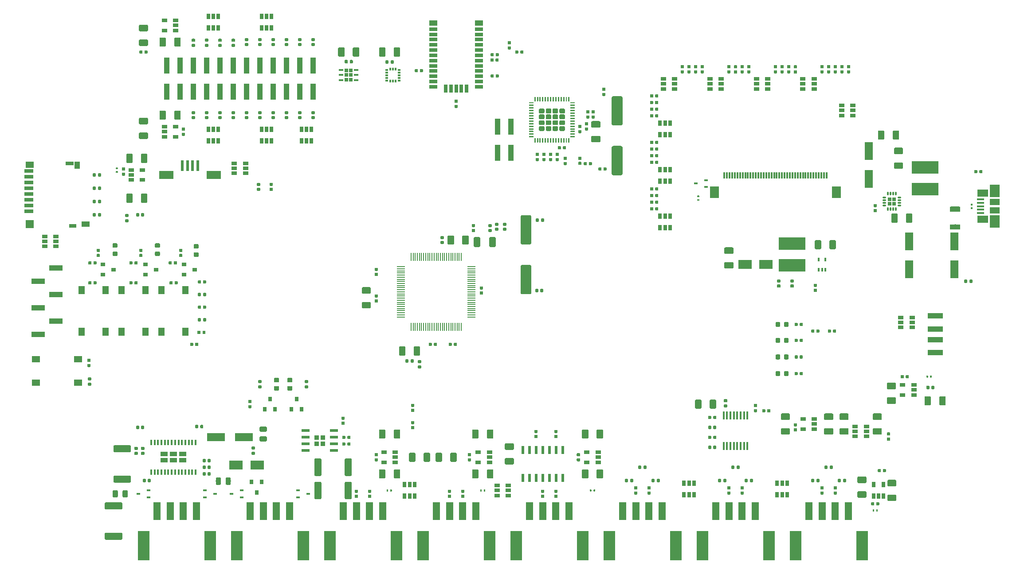
<source format=gtp>
G04 #@! TF.GenerationSoftware,KiCad,Pcbnew,(5.1.4-0-10_14)*
G04 #@! TF.CreationDate,2019-11-12T20:44:58-08:00*
G04 #@! TF.ProjectId,croptop,63726f70-746f-4702-9e6b-696361645f70,rev?*
G04 #@! TF.SameCoordinates,Original*
G04 #@! TF.FileFunction,Paste,Top*
G04 #@! TF.FilePolarity,Positive*
%FSLAX46Y46*%
G04 Gerber Fmt 4.6, Leading zero omitted, Abs format (unit mm)*
G04 Created by KiCad (PCBNEW (5.1.4-0-10_14)) date 2019-11-12 20:44:58*
%MOMM*%
%LPD*%
G04 APERTURE LIST*
%ADD10R,1.600000X3.500000*%
%ADD11C,0.100000*%
%ADD12C,0.910000*%
%ADD13C,0.250000*%
%ADD14R,1.750000X0.700000*%
%ADD15R,1.500000X1.300000*%
%ADD16R,1.500000X0.800000*%
%ADD17R,1.000000X1.450000*%
%ADD18R,1.400000X0.800000*%
%ADD19R,1.500000X1.500000*%
%ADD20R,1.550000X1.000000*%
%ADD21C,1.250000*%
%ADD22C,0.590000*%
%ADD23C,0.975000*%
%ADD24C,0.875000*%
%ADD25C,0.318000*%
%ADD26R,2.500000X1.800000*%
%ADD27R,0.700000X0.450000*%
%ADD28C,1.000000*%
%ADD29R,2.510000X1.000000*%
%ADD30R,1.380000X0.450000*%
%ADD31R,2.100000X1.475000*%
%ADD32R,1.900000X2.375000*%
%ADD33R,1.900000X1.175000*%
%ADD34R,2.879999X1.120000*%
%ADD35R,1.000000X3.150000*%
%ADD36R,1.800000X2.200000*%
%ADD37R,0.300000X1.300000*%
%ADD38R,2.300000X5.600000*%
%ADD39R,1.400000X3.400000*%
%ADD40R,5.100000X2.350000*%
%ADD41R,0.800000X0.900000*%
%ADD42R,0.900000X0.800000*%
%ADD43C,1.350000*%
%ADD44R,1.550000X1.300000*%
%ADD45R,1.300000X1.550000*%
%ADD46R,1.060000X0.650000*%
%ADD47R,0.400000X0.650000*%
%ADD48O,0.300000X0.750000*%
%ADD49O,0.750000X0.300000*%
%ADD50R,0.730000X0.730000*%
%ADD51R,0.650000X1.060000*%
%ADD52R,0.600000X1.500000*%
%ADD53R,0.450000X1.500000*%
%ADD54R,1.550000X0.600000*%
%ADD55R,0.950000X0.950000*%
%ADD56R,0.400000X1.100000*%
%ADD57R,1.400000X0.900000*%
%ADD58R,0.600000X0.350000*%
%ADD59R,0.350000X0.600000*%
%ADD60R,1.500000X0.700000*%
%ADD61R,1.500000X1.000000*%
%ADD62R,0.700000X1.500000*%
%ADD63R,0.850000X0.450000*%
%ADD64R,0.660000X0.730000*%
%ADD65C,2.100000*%
%ADD66R,0.610000X2.000000*%
%ADD67R,2.680000X1.500000*%
%ADD68R,1.500000X0.200000*%
%ADD69R,0.200000X1.500000*%
%ADD70R,3.500000X1.600000*%
%ADD71C,1.200000*%
G04 APERTURE END LIST*
D10*
X217170000Y-89060000D03*
X217170000Y-83660000D03*
D11*
G36*
X155087799Y-78950095D02*
G01*
X155109883Y-78953371D01*
X155131540Y-78958796D01*
X155152560Y-78966317D01*
X155172743Y-78975863D01*
X155191892Y-78987341D01*
X155209824Y-79000640D01*
X155226367Y-79015633D01*
X155241360Y-79032176D01*
X155254659Y-79050108D01*
X155266137Y-79069257D01*
X155275683Y-79089440D01*
X155283204Y-79110460D01*
X155288629Y-79132117D01*
X155291905Y-79154201D01*
X155293000Y-79176500D01*
X155293000Y-79631500D01*
X155291905Y-79653799D01*
X155288629Y-79675883D01*
X155283204Y-79697540D01*
X155275683Y-79718560D01*
X155266137Y-79738743D01*
X155254659Y-79757892D01*
X155241360Y-79775824D01*
X155226367Y-79792367D01*
X155209824Y-79807360D01*
X155191892Y-79820659D01*
X155172743Y-79832137D01*
X155152560Y-79841683D01*
X155131540Y-79849204D01*
X155109883Y-79854629D01*
X155087799Y-79857905D01*
X155065500Y-79859000D01*
X154470500Y-79859000D01*
X154448201Y-79857905D01*
X154426117Y-79854629D01*
X154404460Y-79849204D01*
X154383440Y-79841683D01*
X154363257Y-79832137D01*
X154344108Y-79820659D01*
X154326176Y-79807360D01*
X154309633Y-79792367D01*
X154294640Y-79775824D01*
X154281341Y-79757892D01*
X154269863Y-79738743D01*
X154260317Y-79718560D01*
X154252796Y-79697540D01*
X154247371Y-79675883D01*
X154244095Y-79653799D01*
X154243000Y-79631500D01*
X154243000Y-79176500D01*
X154244095Y-79154201D01*
X154247371Y-79132117D01*
X154252796Y-79110460D01*
X154260317Y-79089440D01*
X154269863Y-79069257D01*
X154281341Y-79050108D01*
X154294640Y-79032176D01*
X154309633Y-79015633D01*
X154326176Y-79000640D01*
X154344108Y-78987341D01*
X154363257Y-78975863D01*
X154383440Y-78966317D01*
X154404460Y-78958796D01*
X154426117Y-78953371D01*
X154448201Y-78950095D01*
X154470500Y-78949000D01*
X155065500Y-78949000D01*
X155087799Y-78950095D01*
X155087799Y-78950095D01*
G37*
D12*
X154768000Y-79404000D03*
D11*
G36*
X156387799Y-78950095D02*
G01*
X156409883Y-78953371D01*
X156431540Y-78958796D01*
X156452560Y-78966317D01*
X156472743Y-78975863D01*
X156491892Y-78987341D01*
X156509824Y-79000640D01*
X156526367Y-79015633D01*
X156541360Y-79032176D01*
X156554659Y-79050108D01*
X156566137Y-79069257D01*
X156575683Y-79089440D01*
X156583204Y-79110460D01*
X156588629Y-79132117D01*
X156591905Y-79154201D01*
X156593000Y-79176500D01*
X156593000Y-79631500D01*
X156591905Y-79653799D01*
X156588629Y-79675883D01*
X156583204Y-79697540D01*
X156575683Y-79718560D01*
X156566137Y-79738743D01*
X156554659Y-79757892D01*
X156541360Y-79775824D01*
X156526367Y-79792367D01*
X156509824Y-79807360D01*
X156491892Y-79820659D01*
X156472743Y-79832137D01*
X156452560Y-79841683D01*
X156431540Y-79849204D01*
X156409883Y-79854629D01*
X156387799Y-79857905D01*
X156365500Y-79859000D01*
X155770500Y-79859000D01*
X155748201Y-79857905D01*
X155726117Y-79854629D01*
X155704460Y-79849204D01*
X155683440Y-79841683D01*
X155663257Y-79832137D01*
X155644108Y-79820659D01*
X155626176Y-79807360D01*
X155609633Y-79792367D01*
X155594640Y-79775824D01*
X155581341Y-79757892D01*
X155569863Y-79738743D01*
X155560317Y-79718560D01*
X155552796Y-79697540D01*
X155547371Y-79675883D01*
X155544095Y-79653799D01*
X155543000Y-79631500D01*
X155543000Y-79176500D01*
X155544095Y-79154201D01*
X155547371Y-79132117D01*
X155552796Y-79110460D01*
X155560317Y-79089440D01*
X155569863Y-79069257D01*
X155581341Y-79050108D01*
X155594640Y-79032176D01*
X155609633Y-79015633D01*
X155626176Y-79000640D01*
X155644108Y-78987341D01*
X155663257Y-78975863D01*
X155683440Y-78966317D01*
X155704460Y-78958796D01*
X155726117Y-78953371D01*
X155748201Y-78950095D01*
X155770500Y-78949000D01*
X156365500Y-78949000D01*
X156387799Y-78950095D01*
X156387799Y-78950095D01*
G37*
D12*
X156068000Y-79404000D03*
D11*
G36*
X157687799Y-78950095D02*
G01*
X157709883Y-78953371D01*
X157731540Y-78958796D01*
X157752560Y-78966317D01*
X157772743Y-78975863D01*
X157791892Y-78987341D01*
X157809824Y-79000640D01*
X157826367Y-79015633D01*
X157841360Y-79032176D01*
X157854659Y-79050108D01*
X157866137Y-79069257D01*
X157875683Y-79089440D01*
X157883204Y-79110460D01*
X157888629Y-79132117D01*
X157891905Y-79154201D01*
X157893000Y-79176500D01*
X157893000Y-79631500D01*
X157891905Y-79653799D01*
X157888629Y-79675883D01*
X157883204Y-79697540D01*
X157875683Y-79718560D01*
X157866137Y-79738743D01*
X157854659Y-79757892D01*
X157841360Y-79775824D01*
X157826367Y-79792367D01*
X157809824Y-79807360D01*
X157791892Y-79820659D01*
X157772743Y-79832137D01*
X157752560Y-79841683D01*
X157731540Y-79849204D01*
X157709883Y-79854629D01*
X157687799Y-79857905D01*
X157665500Y-79859000D01*
X157070500Y-79859000D01*
X157048201Y-79857905D01*
X157026117Y-79854629D01*
X157004460Y-79849204D01*
X156983440Y-79841683D01*
X156963257Y-79832137D01*
X156944108Y-79820659D01*
X156926176Y-79807360D01*
X156909633Y-79792367D01*
X156894640Y-79775824D01*
X156881341Y-79757892D01*
X156869863Y-79738743D01*
X156860317Y-79718560D01*
X156852796Y-79697540D01*
X156847371Y-79675883D01*
X156844095Y-79653799D01*
X156843000Y-79631500D01*
X156843000Y-79176500D01*
X156844095Y-79154201D01*
X156847371Y-79132117D01*
X156852796Y-79110460D01*
X156860317Y-79089440D01*
X156869863Y-79069257D01*
X156881341Y-79050108D01*
X156894640Y-79032176D01*
X156909633Y-79015633D01*
X156926176Y-79000640D01*
X156944108Y-78987341D01*
X156963257Y-78975863D01*
X156983440Y-78966317D01*
X157004460Y-78958796D01*
X157026117Y-78953371D01*
X157048201Y-78950095D01*
X157070500Y-78949000D01*
X157665500Y-78949000D01*
X157687799Y-78950095D01*
X157687799Y-78950095D01*
G37*
D12*
X157368000Y-79404000D03*
D11*
G36*
X158987799Y-78950095D02*
G01*
X159009883Y-78953371D01*
X159031540Y-78958796D01*
X159052560Y-78966317D01*
X159072743Y-78975863D01*
X159091892Y-78987341D01*
X159109824Y-79000640D01*
X159126367Y-79015633D01*
X159141360Y-79032176D01*
X159154659Y-79050108D01*
X159166137Y-79069257D01*
X159175683Y-79089440D01*
X159183204Y-79110460D01*
X159188629Y-79132117D01*
X159191905Y-79154201D01*
X159193000Y-79176500D01*
X159193000Y-79631500D01*
X159191905Y-79653799D01*
X159188629Y-79675883D01*
X159183204Y-79697540D01*
X159175683Y-79718560D01*
X159166137Y-79738743D01*
X159154659Y-79757892D01*
X159141360Y-79775824D01*
X159126367Y-79792367D01*
X159109824Y-79807360D01*
X159091892Y-79820659D01*
X159072743Y-79832137D01*
X159052560Y-79841683D01*
X159031540Y-79849204D01*
X159009883Y-79854629D01*
X158987799Y-79857905D01*
X158965500Y-79859000D01*
X158370500Y-79859000D01*
X158348201Y-79857905D01*
X158326117Y-79854629D01*
X158304460Y-79849204D01*
X158283440Y-79841683D01*
X158263257Y-79832137D01*
X158244108Y-79820659D01*
X158226176Y-79807360D01*
X158209633Y-79792367D01*
X158194640Y-79775824D01*
X158181341Y-79757892D01*
X158169863Y-79738743D01*
X158160317Y-79718560D01*
X158152796Y-79697540D01*
X158147371Y-79675883D01*
X158144095Y-79653799D01*
X158143000Y-79631500D01*
X158143000Y-79176500D01*
X158144095Y-79154201D01*
X158147371Y-79132117D01*
X158152796Y-79110460D01*
X158160317Y-79089440D01*
X158169863Y-79069257D01*
X158181341Y-79050108D01*
X158194640Y-79032176D01*
X158209633Y-79015633D01*
X158226176Y-79000640D01*
X158244108Y-78987341D01*
X158263257Y-78975863D01*
X158283440Y-78966317D01*
X158304460Y-78958796D01*
X158326117Y-78953371D01*
X158348201Y-78950095D01*
X158370500Y-78949000D01*
X158965500Y-78949000D01*
X158987799Y-78950095D01*
X158987799Y-78950095D01*
G37*
D12*
X158668000Y-79404000D03*
D11*
G36*
X155087799Y-77830095D02*
G01*
X155109883Y-77833371D01*
X155131540Y-77838796D01*
X155152560Y-77846317D01*
X155172743Y-77855863D01*
X155191892Y-77867341D01*
X155209824Y-77880640D01*
X155226367Y-77895633D01*
X155241360Y-77912176D01*
X155254659Y-77930108D01*
X155266137Y-77949257D01*
X155275683Y-77969440D01*
X155283204Y-77990460D01*
X155288629Y-78012117D01*
X155291905Y-78034201D01*
X155293000Y-78056500D01*
X155293000Y-78511500D01*
X155291905Y-78533799D01*
X155288629Y-78555883D01*
X155283204Y-78577540D01*
X155275683Y-78598560D01*
X155266137Y-78618743D01*
X155254659Y-78637892D01*
X155241360Y-78655824D01*
X155226367Y-78672367D01*
X155209824Y-78687360D01*
X155191892Y-78700659D01*
X155172743Y-78712137D01*
X155152560Y-78721683D01*
X155131540Y-78729204D01*
X155109883Y-78734629D01*
X155087799Y-78737905D01*
X155065500Y-78739000D01*
X154470500Y-78739000D01*
X154448201Y-78737905D01*
X154426117Y-78734629D01*
X154404460Y-78729204D01*
X154383440Y-78721683D01*
X154363257Y-78712137D01*
X154344108Y-78700659D01*
X154326176Y-78687360D01*
X154309633Y-78672367D01*
X154294640Y-78655824D01*
X154281341Y-78637892D01*
X154269863Y-78618743D01*
X154260317Y-78598560D01*
X154252796Y-78577540D01*
X154247371Y-78555883D01*
X154244095Y-78533799D01*
X154243000Y-78511500D01*
X154243000Y-78056500D01*
X154244095Y-78034201D01*
X154247371Y-78012117D01*
X154252796Y-77990460D01*
X154260317Y-77969440D01*
X154269863Y-77949257D01*
X154281341Y-77930108D01*
X154294640Y-77912176D01*
X154309633Y-77895633D01*
X154326176Y-77880640D01*
X154344108Y-77867341D01*
X154363257Y-77855863D01*
X154383440Y-77846317D01*
X154404460Y-77838796D01*
X154426117Y-77833371D01*
X154448201Y-77830095D01*
X154470500Y-77829000D01*
X155065500Y-77829000D01*
X155087799Y-77830095D01*
X155087799Y-77830095D01*
G37*
D12*
X154768000Y-78284000D03*
D11*
G36*
X156387799Y-77830095D02*
G01*
X156409883Y-77833371D01*
X156431540Y-77838796D01*
X156452560Y-77846317D01*
X156472743Y-77855863D01*
X156491892Y-77867341D01*
X156509824Y-77880640D01*
X156526367Y-77895633D01*
X156541360Y-77912176D01*
X156554659Y-77930108D01*
X156566137Y-77949257D01*
X156575683Y-77969440D01*
X156583204Y-77990460D01*
X156588629Y-78012117D01*
X156591905Y-78034201D01*
X156593000Y-78056500D01*
X156593000Y-78511500D01*
X156591905Y-78533799D01*
X156588629Y-78555883D01*
X156583204Y-78577540D01*
X156575683Y-78598560D01*
X156566137Y-78618743D01*
X156554659Y-78637892D01*
X156541360Y-78655824D01*
X156526367Y-78672367D01*
X156509824Y-78687360D01*
X156491892Y-78700659D01*
X156472743Y-78712137D01*
X156452560Y-78721683D01*
X156431540Y-78729204D01*
X156409883Y-78734629D01*
X156387799Y-78737905D01*
X156365500Y-78739000D01*
X155770500Y-78739000D01*
X155748201Y-78737905D01*
X155726117Y-78734629D01*
X155704460Y-78729204D01*
X155683440Y-78721683D01*
X155663257Y-78712137D01*
X155644108Y-78700659D01*
X155626176Y-78687360D01*
X155609633Y-78672367D01*
X155594640Y-78655824D01*
X155581341Y-78637892D01*
X155569863Y-78618743D01*
X155560317Y-78598560D01*
X155552796Y-78577540D01*
X155547371Y-78555883D01*
X155544095Y-78533799D01*
X155543000Y-78511500D01*
X155543000Y-78056500D01*
X155544095Y-78034201D01*
X155547371Y-78012117D01*
X155552796Y-77990460D01*
X155560317Y-77969440D01*
X155569863Y-77949257D01*
X155581341Y-77930108D01*
X155594640Y-77912176D01*
X155609633Y-77895633D01*
X155626176Y-77880640D01*
X155644108Y-77867341D01*
X155663257Y-77855863D01*
X155683440Y-77846317D01*
X155704460Y-77838796D01*
X155726117Y-77833371D01*
X155748201Y-77830095D01*
X155770500Y-77829000D01*
X156365500Y-77829000D01*
X156387799Y-77830095D01*
X156387799Y-77830095D01*
G37*
D12*
X156068000Y-78284000D03*
D11*
G36*
X157687799Y-77830095D02*
G01*
X157709883Y-77833371D01*
X157731540Y-77838796D01*
X157752560Y-77846317D01*
X157772743Y-77855863D01*
X157791892Y-77867341D01*
X157809824Y-77880640D01*
X157826367Y-77895633D01*
X157841360Y-77912176D01*
X157854659Y-77930108D01*
X157866137Y-77949257D01*
X157875683Y-77969440D01*
X157883204Y-77990460D01*
X157888629Y-78012117D01*
X157891905Y-78034201D01*
X157893000Y-78056500D01*
X157893000Y-78511500D01*
X157891905Y-78533799D01*
X157888629Y-78555883D01*
X157883204Y-78577540D01*
X157875683Y-78598560D01*
X157866137Y-78618743D01*
X157854659Y-78637892D01*
X157841360Y-78655824D01*
X157826367Y-78672367D01*
X157809824Y-78687360D01*
X157791892Y-78700659D01*
X157772743Y-78712137D01*
X157752560Y-78721683D01*
X157731540Y-78729204D01*
X157709883Y-78734629D01*
X157687799Y-78737905D01*
X157665500Y-78739000D01*
X157070500Y-78739000D01*
X157048201Y-78737905D01*
X157026117Y-78734629D01*
X157004460Y-78729204D01*
X156983440Y-78721683D01*
X156963257Y-78712137D01*
X156944108Y-78700659D01*
X156926176Y-78687360D01*
X156909633Y-78672367D01*
X156894640Y-78655824D01*
X156881341Y-78637892D01*
X156869863Y-78618743D01*
X156860317Y-78598560D01*
X156852796Y-78577540D01*
X156847371Y-78555883D01*
X156844095Y-78533799D01*
X156843000Y-78511500D01*
X156843000Y-78056500D01*
X156844095Y-78034201D01*
X156847371Y-78012117D01*
X156852796Y-77990460D01*
X156860317Y-77969440D01*
X156869863Y-77949257D01*
X156881341Y-77930108D01*
X156894640Y-77912176D01*
X156909633Y-77895633D01*
X156926176Y-77880640D01*
X156944108Y-77867341D01*
X156963257Y-77855863D01*
X156983440Y-77846317D01*
X157004460Y-77838796D01*
X157026117Y-77833371D01*
X157048201Y-77830095D01*
X157070500Y-77829000D01*
X157665500Y-77829000D01*
X157687799Y-77830095D01*
X157687799Y-77830095D01*
G37*
D12*
X157368000Y-78284000D03*
D11*
G36*
X158987799Y-77830095D02*
G01*
X159009883Y-77833371D01*
X159031540Y-77838796D01*
X159052560Y-77846317D01*
X159072743Y-77855863D01*
X159091892Y-77867341D01*
X159109824Y-77880640D01*
X159126367Y-77895633D01*
X159141360Y-77912176D01*
X159154659Y-77930108D01*
X159166137Y-77949257D01*
X159175683Y-77969440D01*
X159183204Y-77990460D01*
X159188629Y-78012117D01*
X159191905Y-78034201D01*
X159193000Y-78056500D01*
X159193000Y-78511500D01*
X159191905Y-78533799D01*
X159188629Y-78555883D01*
X159183204Y-78577540D01*
X159175683Y-78598560D01*
X159166137Y-78618743D01*
X159154659Y-78637892D01*
X159141360Y-78655824D01*
X159126367Y-78672367D01*
X159109824Y-78687360D01*
X159091892Y-78700659D01*
X159072743Y-78712137D01*
X159052560Y-78721683D01*
X159031540Y-78729204D01*
X159009883Y-78734629D01*
X158987799Y-78737905D01*
X158965500Y-78739000D01*
X158370500Y-78739000D01*
X158348201Y-78737905D01*
X158326117Y-78734629D01*
X158304460Y-78729204D01*
X158283440Y-78721683D01*
X158263257Y-78712137D01*
X158244108Y-78700659D01*
X158226176Y-78687360D01*
X158209633Y-78672367D01*
X158194640Y-78655824D01*
X158181341Y-78637892D01*
X158169863Y-78618743D01*
X158160317Y-78598560D01*
X158152796Y-78577540D01*
X158147371Y-78555883D01*
X158144095Y-78533799D01*
X158143000Y-78511500D01*
X158143000Y-78056500D01*
X158144095Y-78034201D01*
X158147371Y-78012117D01*
X158152796Y-77990460D01*
X158160317Y-77969440D01*
X158169863Y-77949257D01*
X158181341Y-77930108D01*
X158194640Y-77912176D01*
X158209633Y-77895633D01*
X158226176Y-77880640D01*
X158244108Y-77867341D01*
X158263257Y-77855863D01*
X158283440Y-77846317D01*
X158304460Y-77838796D01*
X158326117Y-77833371D01*
X158348201Y-77830095D01*
X158370500Y-77829000D01*
X158965500Y-77829000D01*
X158987799Y-77830095D01*
X158987799Y-77830095D01*
G37*
D12*
X158668000Y-78284000D03*
D11*
G36*
X155087799Y-76710095D02*
G01*
X155109883Y-76713371D01*
X155131540Y-76718796D01*
X155152560Y-76726317D01*
X155172743Y-76735863D01*
X155191892Y-76747341D01*
X155209824Y-76760640D01*
X155226367Y-76775633D01*
X155241360Y-76792176D01*
X155254659Y-76810108D01*
X155266137Y-76829257D01*
X155275683Y-76849440D01*
X155283204Y-76870460D01*
X155288629Y-76892117D01*
X155291905Y-76914201D01*
X155293000Y-76936500D01*
X155293000Y-77391500D01*
X155291905Y-77413799D01*
X155288629Y-77435883D01*
X155283204Y-77457540D01*
X155275683Y-77478560D01*
X155266137Y-77498743D01*
X155254659Y-77517892D01*
X155241360Y-77535824D01*
X155226367Y-77552367D01*
X155209824Y-77567360D01*
X155191892Y-77580659D01*
X155172743Y-77592137D01*
X155152560Y-77601683D01*
X155131540Y-77609204D01*
X155109883Y-77614629D01*
X155087799Y-77617905D01*
X155065500Y-77619000D01*
X154470500Y-77619000D01*
X154448201Y-77617905D01*
X154426117Y-77614629D01*
X154404460Y-77609204D01*
X154383440Y-77601683D01*
X154363257Y-77592137D01*
X154344108Y-77580659D01*
X154326176Y-77567360D01*
X154309633Y-77552367D01*
X154294640Y-77535824D01*
X154281341Y-77517892D01*
X154269863Y-77498743D01*
X154260317Y-77478560D01*
X154252796Y-77457540D01*
X154247371Y-77435883D01*
X154244095Y-77413799D01*
X154243000Y-77391500D01*
X154243000Y-76936500D01*
X154244095Y-76914201D01*
X154247371Y-76892117D01*
X154252796Y-76870460D01*
X154260317Y-76849440D01*
X154269863Y-76829257D01*
X154281341Y-76810108D01*
X154294640Y-76792176D01*
X154309633Y-76775633D01*
X154326176Y-76760640D01*
X154344108Y-76747341D01*
X154363257Y-76735863D01*
X154383440Y-76726317D01*
X154404460Y-76718796D01*
X154426117Y-76713371D01*
X154448201Y-76710095D01*
X154470500Y-76709000D01*
X155065500Y-76709000D01*
X155087799Y-76710095D01*
X155087799Y-76710095D01*
G37*
D12*
X154768000Y-77164000D03*
D11*
G36*
X156387799Y-76710095D02*
G01*
X156409883Y-76713371D01*
X156431540Y-76718796D01*
X156452560Y-76726317D01*
X156472743Y-76735863D01*
X156491892Y-76747341D01*
X156509824Y-76760640D01*
X156526367Y-76775633D01*
X156541360Y-76792176D01*
X156554659Y-76810108D01*
X156566137Y-76829257D01*
X156575683Y-76849440D01*
X156583204Y-76870460D01*
X156588629Y-76892117D01*
X156591905Y-76914201D01*
X156593000Y-76936500D01*
X156593000Y-77391500D01*
X156591905Y-77413799D01*
X156588629Y-77435883D01*
X156583204Y-77457540D01*
X156575683Y-77478560D01*
X156566137Y-77498743D01*
X156554659Y-77517892D01*
X156541360Y-77535824D01*
X156526367Y-77552367D01*
X156509824Y-77567360D01*
X156491892Y-77580659D01*
X156472743Y-77592137D01*
X156452560Y-77601683D01*
X156431540Y-77609204D01*
X156409883Y-77614629D01*
X156387799Y-77617905D01*
X156365500Y-77619000D01*
X155770500Y-77619000D01*
X155748201Y-77617905D01*
X155726117Y-77614629D01*
X155704460Y-77609204D01*
X155683440Y-77601683D01*
X155663257Y-77592137D01*
X155644108Y-77580659D01*
X155626176Y-77567360D01*
X155609633Y-77552367D01*
X155594640Y-77535824D01*
X155581341Y-77517892D01*
X155569863Y-77498743D01*
X155560317Y-77478560D01*
X155552796Y-77457540D01*
X155547371Y-77435883D01*
X155544095Y-77413799D01*
X155543000Y-77391500D01*
X155543000Y-76936500D01*
X155544095Y-76914201D01*
X155547371Y-76892117D01*
X155552796Y-76870460D01*
X155560317Y-76849440D01*
X155569863Y-76829257D01*
X155581341Y-76810108D01*
X155594640Y-76792176D01*
X155609633Y-76775633D01*
X155626176Y-76760640D01*
X155644108Y-76747341D01*
X155663257Y-76735863D01*
X155683440Y-76726317D01*
X155704460Y-76718796D01*
X155726117Y-76713371D01*
X155748201Y-76710095D01*
X155770500Y-76709000D01*
X156365500Y-76709000D01*
X156387799Y-76710095D01*
X156387799Y-76710095D01*
G37*
D12*
X156068000Y-77164000D03*
D11*
G36*
X157687799Y-76710095D02*
G01*
X157709883Y-76713371D01*
X157731540Y-76718796D01*
X157752560Y-76726317D01*
X157772743Y-76735863D01*
X157791892Y-76747341D01*
X157809824Y-76760640D01*
X157826367Y-76775633D01*
X157841360Y-76792176D01*
X157854659Y-76810108D01*
X157866137Y-76829257D01*
X157875683Y-76849440D01*
X157883204Y-76870460D01*
X157888629Y-76892117D01*
X157891905Y-76914201D01*
X157893000Y-76936500D01*
X157893000Y-77391500D01*
X157891905Y-77413799D01*
X157888629Y-77435883D01*
X157883204Y-77457540D01*
X157875683Y-77478560D01*
X157866137Y-77498743D01*
X157854659Y-77517892D01*
X157841360Y-77535824D01*
X157826367Y-77552367D01*
X157809824Y-77567360D01*
X157791892Y-77580659D01*
X157772743Y-77592137D01*
X157752560Y-77601683D01*
X157731540Y-77609204D01*
X157709883Y-77614629D01*
X157687799Y-77617905D01*
X157665500Y-77619000D01*
X157070500Y-77619000D01*
X157048201Y-77617905D01*
X157026117Y-77614629D01*
X157004460Y-77609204D01*
X156983440Y-77601683D01*
X156963257Y-77592137D01*
X156944108Y-77580659D01*
X156926176Y-77567360D01*
X156909633Y-77552367D01*
X156894640Y-77535824D01*
X156881341Y-77517892D01*
X156869863Y-77498743D01*
X156860317Y-77478560D01*
X156852796Y-77457540D01*
X156847371Y-77435883D01*
X156844095Y-77413799D01*
X156843000Y-77391500D01*
X156843000Y-76936500D01*
X156844095Y-76914201D01*
X156847371Y-76892117D01*
X156852796Y-76870460D01*
X156860317Y-76849440D01*
X156869863Y-76829257D01*
X156881341Y-76810108D01*
X156894640Y-76792176D01*
X156909633Y-76775633D01*
X156926176Y-76760640D01*
X156944108Y-76747341D01*
X156963257Y-76735863D01*
X156983440Y-76726317D01*
X157004460Y-76718796D01*
X157026117Y-76713371D01*
X157048201Y-76710095D01*
X157070500Y-76709000D01*
X157665500Y-76709000D01*
X157687799Y-76710095D01*
X157687799Y-76710095D01*
G37*
D12*
X157368000Y-77164000D03*
D11*
G36*
X158987799Y-76710095D02*
G01*
X159009883Y-76713371D01*
X159031540Y-76718796D01*
X159052560Y-76726317D01*
X159072743Y-76735863D01*
X159091892Y-76747341D01*
X159109824Y-76760640D01*
X159126367Y-76775633D01*
X159141360Y-76792176D01*
X159154659Y-76810108D01*
X159166137Y-76829257D01*
X159175683Y-76849440D01*
X159183204Y-76870460D01*
X159188629Y-76892117D01*
X159191905Y-76914201D01*
X159193000Y-76936500D01*
X159193000Y-77391500D01*
X159191905Y-77413799D01*
X159188629Y-77435883D01*
X159183204Y-77457540D01*
X159175683Y-77478560D01*
X159166137Y-77498743D01*
X159154659Y-77517892D01*
X159141360Y-77535824D01*
X159126367Y-77552367D01*
X159109824Y-77567360D01*
X159091892Y-77580659D01*
X159072743Y-77592137D01*
X159052560Y-77601683D01*
X159031540Y-77609204D01*
X159009883Y-77614629D01*
X158987799Y-77617905D01*
X158965500Y-77619000D01*
X158370500Y-77619000D01*
X158348201Y-77617905D01*
X158326117Y-77614629D01*
X158304460Y-77609204D01*
X158283440Y-77601683D01*
X158263257Y-77592137D01*
X158244108Y-77580659D01*
X158226176Y-77567360D01*
X158209633Y-77552367D01*
X158194640Y-77535824D01*
X158181341Y-77517892D01*
X158169863Y-77498743D01*
X158160317Y-77478560D01*
X158152796Y-77457540D01*
X158147371Y-77435883D01*
X158144095Y-77413799D01*
X158143000Y-77391500D01*
X158143000Y-76936500D01*
X158144095Y-76914201D01*
X158147371Y-76892117D01*
X158152796Y-76870460D01*
X158160317Y-76849440D01*
X158169863Y-76829257D01*
X158181341Y-76810108D01*
X158194640Y-76792176D01*
X158209633Y-76775633D01*
X158226176Y-76760640D01*
X158244108Y-76747341D01*
X158263257Y-76735863D01*
X158283440Y-76726317D01*
X158304460Y-76718796D01*
X158326117Y-76713371D01*
X158348201Y-76710095D01*
X158370500Y-76709000D01*
X158965500Y-76709000D01*
X158987799Y-76710095D01*
X158987799Y-76710095D01*
G37*
D12*
X158668000Y-77164000D03*
D11*
G36*
X155087799Y-75590095D02*
G01*
X155109883Y-75593371D01*
X155131540Y-75598796D01*
X155152560Y-75606317D01*
X155172743Y-75615863D01*
X155191892Y-75627341D01*
X155209824Y-75640640D01*
X155226367Y-75655633D01*
X155241360Y-75672176D01*
X155254659Y-75690108D01*
X155266137Y-75709257D01*
X155275683Y-75729440D01*
X155283204Y-75750460D01*
X155288629Y-75772117D01*
X155291905Y-75794201D01*
X155293000Y-75816500D01*
X155293000Y-76271500D01*
X155291905Y-76293799D01*
X155288629Y-76315883D01*
X155283204Y-76337540D01*
X155275683Y-76358560D01*
X155266137Y-76378743D01*
X155254659Y-76397892D01*
X155241360Y-76415824D01*
X155226367Y-76432367D01*
X155209824Y-76447360D01*
X155191892Y-76460659D01*
X155172743Y-76472137D01*
X155152560Y-76481683D01*
X155131540Y-76489204D01*
X155109883Y-76494629D01*
X155087799Y-76497905D01*
X155065500Y-76499000D01*
X154470500Y-76499000D01*
X154448201Y-76497905D01*
X154426117Y-76494629D01*
X154404460Y-76489204D01*
X154383440Y-76481683D01*
X154363257Y-76472137D01*
X154344108Y-76460659D01*
X154326176Y-76447360D01*
X154309633Y-76432367D01*
X154294640Y-76415824D01*
X154281341Y-76397892D01*
X154269863Y-76378743D01*
X154260317Y-76358560D01*
X154252796Y-76337540D01*
X154247371Y-76315883D01*
X154244095Y-76293799D01*
X154243000Y-76271500D01*
X154243000Y-75816500D01*
X154244095Y-75794201D01*
X154247371Y-75772117D01*
X154252796Y-75750460D01*
X154260317Y-75729440D01*
X154269863Y-75709257D01*
X154281341Y-75690108D01*
X154294640Y-75672176D01*
X154309633Y-75655633D01*
X154326176Y-75640640D01*
X154344108Y-75627341D01*
X154363257Y-75615863D01*
X154383440Y-75606317D01*
X154404460Y-75598796D01*
X154426117Y-75593371D01*
X154448201Y-75590095D01*
X154470500Y-75589000D01*
X155065500Y-75589000D01*
X155087799Y-75590095D01*
X155087799Y-75590095D01*
G37*
D12*
X154768000Y-76044000D03*
D11*
G36*
X156387799Y-75590095D02*
G01*
X156409883Y-75593371D01*
X156431540Y-75598796D01*
X156452560Y-75606317D01*
X156472743Y-75615863D01*
X156491892Y-75627341D01*
X156509824Y-75640640D01*
X156526367Y-75655633D01*
X156541360Y-75672176D01*
X156554659Y-75690108D01*
X156566137Y-75709257D01*
X156575683Y-75729440D01*
X156583204Y-75750460D01*
X156588629Y-75772117D01*
X156591905Y-75794201D01*
X156593000Y-75816500D01*
X156593000Y-76271500D01*
X156591905Y-76293799D01*
X156588629Y-76315883D01*
X156583204Y-76337540D01*
X156575683Y-76358560D01*
X156566137Y-76378743D01*
X156554659Y-76397892D01*
X156541360Y-76415824D01*
X156526367Y-76432367D01*
X156509824Y-76447360D01*
X156491892Y-76460659D01*
X156472743Y-76472137D01*
X156452560Y-76481683D01*
X156431540Y-76489204D01*
X156409883Y-76494629D01*
X156387799Y-76497905D01*
X156365500Y-76499000D01*
X155770500Y-76499000D01*
X155748201Y-76497905D01*
X155726117Y-76494629D01*
X155704460Y-76489204D01*
X155683440Y-76481683D01*
X155663257Y-76472137D01*
X155644108Y-76460659D01*
X155626176Y-76447360D01*
X155609633Y-76432367D01*
X155594640Y-76415824D01*
X155581341Y-76397892D01*
X155569863Y-76378743D01*
X155560317Y-76358560D01*
X155552796Y-76337540D01*
X155547371Y-76315883D01*
X155544095Y-76293799D01*
X155543000Y-76271500D01*
X155543000Y-75816500D01*
X155544095Y-75794201D01*
X155547371Y-75772117D01*
X155552796Y-75750460D01*
X155560317Y-75729440D01*
X155569863Y-75709257D01*
X155581341Y-75690108D01*
X155594640Y-75672176D01*
X155609633Y-75655633D01*
X155626176Y-75640640D01*
X155644108Y-75627341D01*
X155663257Y-75615863D01*
X155683440Y-75606317D01*
X155704460Y-75598796D01*
X155726117Y-75593371D01*
X155748201Y-75590095D01*
X155770500Y-75589000D01*
X156365500Y-75589000D01*
X156387799Y-75590095D01*
X156387799Y-75590095D01*
G37*
D12*
X156068000Y-76044000D03*
D11*
G36*
X157687799Y-75590095D02*
G01*
X157709883Y-75593371D01*
X157731540Y-75598796D01*
X157752560Y-75606317D01*
X157772743Y-75615863D01*
X157791892Y-75627341D01*
X157809824Y-75640640D01*
X157826367Y-75655633D01*
X157841360Y-75672176D01*
X157854659Y-75690108D01*
X157866137Y-75709257D01*
X157875683Y-75729440D01*
X157883204Y-75750460D01*
X157888629Y-75772117D01*
X157891905Y-75794201D01*
X157893000Y-75816500D01*
X157893000Y-76271500D01*
X157891905Y-76293799D01*
X157888629Y-76315883D01*
X157883204Y-76337540D01*
X157875683Y-76358560D01*
X157866137Y-76378743D01*
X157854659Y-76397892D01*
X157841360Y-76415824D01*
X157826367Y-76432367D01*
X157809824Y-76447360D01*
X157791892Y-76460659D01*
X157772743Y-76472137D01*
X157752560Y-76481683D01*
X157731540Y-76489204D01*
X157709883Y-76494629D01*
X157687799Y-76497905D01*
X157665500Y-76499000D01*
X157070500Y-76499000D01*
X157048201Y-76497905D01*
X157026117Y-76494629D01*
X157004460Y-76489204D01*
X156983440Y-76481683D01*
X156963257Y-76472137D01*
X156944108Y-76460659D01*
X156926176Y-76447360D01*
X156909633Y-76432367D01*
X156894640Y-76415824D01*
X156881341Y-76397892D01*
X156869863Y-76378743D01*
X156860317Y-76358560D01*
X156852796Y-76337540D01*
X156847371Y-76315883D01*
X156844095Y-76293799D01*
X156843000Y-76271500D01*
X156843000Y-75816500D01*
X156844095Y-75794201D01*
X156847371Y-75772117D01*
X156852796Y-75750460D01*
X156860317Y-75729440D01*
X156869863Y-75709257D01*
X156881341Y-75690108D01*
X156894640Y-75672176D01*
X156909633Y-75655633D01*
X156926176Y-75640640D01*
X156944108Y-75627341D01*
X156963257Y-75615863D01*
X156983440Y-75606317D01*
X157004460Y-75598796D01*
X157026117Y-75593371D01*
X157048201Y-75590095D01*
X157070500Y-75589000D01*
X157665500Y-75589000D01*
X157687799Y-75590095D01*
X157687799Y-75590095D01*
G37*
D12*
X157368000Y-76044000D03*
D11*
G36*
X158987799Y-75590095D02*
G01*
X159009883Y-75593371D01*
X159031540Y-75598796D01*
X159052560Y-75606317D01*
X159072743Y-75615863D01*
X159091892Y-75627341D01*
X159109824Y-75640640D01*
X159126367Y-75655633D01*
X159141360Y-75672176D01*
X159154659Y-75690108D01*
X159166137Y-75709257D01*
X159175683Y-75729440D01*
X159183204Y-75750460D01*
X159188629Y-75772117D01*
X159191905Y-75794201D01*
X159193000Y-75816500D01*
X159193000Y-76271500D01*
X159191905Y-76293799D01*
X159188629Y-76315883D01*
X159183204Y-76337540D01*
X159175683Y-76358560D01*
X159166137Y-76378743D01*
X159154659Y-76397892D01*
X159141360Y-76415824D01*
X159126367Y-76432367D01*
X159109824Y-76447360D01*
X159091892Y-76460659D01*
X159072743Y-76472137D01*
X159052560Y-76481683D01*
X159031540Y-76489204D01*
X159009883Y-76494629D01*
X158987799Y-76497905D01*
X158965500Y-76499000D01*
X158370500Y-76499000D01*
X158348201Y-76497905D01*
X158326117Y-76494629D01*
X158304460Y-76489204D01*
X158283440Y-76481683D01*
X158263257Y-76472137D01*
X158244108Y-76460659D01*
X158226176Y-76447360D01*
X158209633Y-76432367D01*
X158194640Y-76415824D01*
X158181341Y-76397892D01*
X158169863Y-76378743D01*
X158160317Y-76358560D01*
X158152796Y-76337540D01*
X158147371Y-76315883D01*
X158144095Y-76293799D01*
X158143000Y-76271500D01*
X158143000Y-75816500D01*
X158144095Y-75794201D01*
X158147371Y-75772117D01*
X158152796Y-75750460D01*
X158160317Y-75729440D01*
X158169863Y-75709257D01*
X158181341Y-75690108D01*
X158194640Y-75672176D01*
X158209633Y-75655633D01*
X158226176Y-75640640D01*
X158244108Y-75627341D01*
X158263257Y-75615863D01*
X158283440Y-75606317D01*
X158304460Y-75598796D01*
X158326117Y-75593371D01*
X158348201Y-75590095D01*
X158370500Y-75589000D01*
X158965500Y-75589000D01*
X158987799Y-75590095D01*
X158987799Y-75590095D01*
G37*
D12*
X158668000Y-76044000D03*
D11*
G36*
X153536626Y-81224301D02*
G01*
X153542693Y-81225201D01*
X153548643Y-81226691D01*
X153554418Y-81228758D01*
X153559962Y-81231380D01*
X153565223Y-81234533D01*
X153570150Y-81238187D01*
X153574694Y-81242306D01*
X153578813Y-81246850D01*
X153582467Y-81251777D01*
X153585620Y-81257038D01*
X153588242Y-81262582D01*
X153590309Y-81268357D01*
X153591799Y-81274307D01*
X153592699Y-81280374D01*
X153593000Y-81286500D01*
X153593000Y-82036500D01*
X153592699Y-82042626D01*
X153591799Y-82048693D01*
X153590309Y-82054643D01*
X153588242Y-82060418D01*
X153585620Y-82065962D01*
X153582467Y-82071223D01*
X153578813Y-82076150D01*
X153574694Y-82080694D01*
X153570150Y-82084813D01*
X153565223Y-82088467D01*
X153559962Y-82091620D01*
X153554418Y-82094242D01*
X153548643Y-82096309D01*
X153542693Y-82097799D01*
X153536626Y-82098699D01*
X153530500Y-82099000D01*
X153405500Y-82099000D01*
X153399374Y-82098699D01*
X153393307Y-82097799D01*
X153387357Y-82096309D01*
X153381582Y-82094242D01*
X153376038Y-82091620D01*
X153370777Y-82088467D01*
X153365850Y-82084813D01*
X153361306Y-82080694D01*
X153357187Y-82076150D01*
X153353533Y-82071223D01*
X153350380Y-82065962D01*
X153347758Y-82060418D01*
X153345691Y-82054643D01*
X153344201Y-82048693D01*
X153343301Y-82042626D01*
X153343000Y-82036500D01*
X153343000Y-81286500D01*
X153343301Y-81280374D01*
X153344201Y-81274307D01*
X153345691Y-81268357D01*
X153347758Y-81262582D01*
X153350380Y-81257038D01*
X153353533Y-81251777D01*
X153357187Y-81246850D01*
X153361306Y-81242306D01*
X153365850Y-81238187D01*
X153370777Y-81234533D01*
X153376038Y-81231380D01*
X153381582Y-81228758D01*
X153387357Y-81226691D01*
X153393307Y-81225201D01*
X153399374Y-81224301D01*
X153405500Y-81224000D01*
X153530500Y-81224000D01*
X153536626Y-81224301D01*
X153536626Y-81224301D01*
G37*
D13*
X153468000Y-81661500D03*
D11*
G36*
X154036626Y-81224301D02*
G01*
X154042693Y-81225201D01*
X154048643Y-81226691D01*
X154054418Y-81228758D01*
X154059962Y-81231380D01*
X154065223Y-81234533D01*
X154070150Y-81238187D01*
X154074694Y-81242306D01*
X154078813Y-81246850D01*
X154082467Y-81251777D01*
X154085620Y-81257038D01*
X154088242Y-81262582D01*
X154090309Y-81268357D01*
X154091799Y-81274307D01*
X154092699Y-81280374D01*
X154093000Y-81286500D01*
X154093000Y-82036500D01*
X154092699Y-82042626D01*
X154091799Y-82048693D01*
X154090309Y-82054643D01*
X154088242Y-82060418D01*
X154085620Y-82065962D01*
X154082467Y-82071223D01*
X154078813Y-82076150D01*
X154074694Y-82080694D01*
X154070150Y-82084813D01*
X154065223Y-82088467D01*
X154059962Y-82091620D01*
X154054418Y-82094242D01*
X154048643Y-82096309D01*
X154042693Y-82097799D01*
X154036626Y-82098699D01*
X154030500Y-82099000D01*
X153905500Y-82099000D01*
X153899374Y-82098699D01*
X153893307Y-82097799D01*
X153887357Y-82096309D01*
X153881582Y-82094242D01*
X153876038Y-82091620D01*
X153870777Y-82088467D01*
X153865850Y-82084813D01*
X153861306Y-82080694D01*
X153857187Y-82076150D01*
X153853533Y-82071223D01*
X153850380Y-82065962D01*
X153847758Y-82060418D01*
X153845691Y-82054643D01*
X153844201Y-82048693D01*
X153843301Y-82042626D01*
X153843000Y-82036500D01*
X153843000Y-81286500D01*
X153843301Y-81280374D01*
X153844201Y-81274307D01*
X153845691Y-81268357D01*
X153847758Y-81262582D01*
X153850380Y-81257038D01*
X153853533Y-81251777D01*
X153857187Y-81246850D01*
X153861306Y-81242306D01*
X153865850Y-81238187D01*
X153870777Y-81234533D01*
X153876038Y-81231380D01*
X153881582Y-81228758D01*
X153887357Y-81226691D01*
X153893307Y-81225201D01*
X153899374Y-81224301D01*
X153905500Y-81224000D01*
X154030500Y-81224000D01*
X154036626Y-81224301D01*
X154036626Y-81224301D01*
G37*
D13*
X153968000Y-81661500D03*
D11*
G36*
X154536626Y-81224301D02*
G01*
X154542693Y-81225201D01*
X154548643Y-81226691D01*
X154554418Y-81228758D01*
X154559962Y-81231380D01*
X154565223Y-81234533D01*
X154570150Y-81238187D01*
X154574694Y-81242306D01*
X154578813Y-81246850D01*
X154582467Y-81251777D01*
X154585620Y-81257038D01*
X154588242Y-81262582D01*
X154590309Y-81268357D01*
X154591799Y-81274307D01*
X154592699Y-81280374D01*
X154593000Y-81286500D01*
X154593000Y-82036500D01*
X154592699Y-82042626D01*
X154591799Y-82048693D01*
X154590309Y-82054643D01*
X154588242Y-82060418D01*
X154585620Y-82065962D01*
X154582467Y-82071223D01*
X154578813Y-82076150D01*
X154574694Y-82080694D01*
X154570150Y-82084813D01*
X154565223Y-82088467D01*
X154559962Y-82091620D01*
X154554418Y-82094242D01*
X154548643Y-82096309D01*
X154542693Y-82097799D01*
X154536626Y-82098699D01*
X154530500Y-82099000D01*
X154405500Y-82099000D01*
X154399374Y-82098699D01*
X154393307Y-82097799D01*
X154387357Y-82096309D01*
X154381582Y-82094242D01*
X154376038Y-82091620D01*
X154370777Y-82088467D01*
X154365850Y-82084813D01*
X154361306Y-82080694D01*
X154357187Y-82076150D01*
X154353533Y-82071223D01*
X154350380Y-82065962D01*
X154347758Y-82060418D01*
X154345691Y-82054643D01*
X154344201Y-82048693D01*
X154343301Y-82042626D01*
X154343000Y-82036500D01*
X154343000Y-81286500D01*
X154343301Y-81280374D01*
X154344201Y-81274307D01*
X154345691Y-81268357D01*
X154347758Y-81262582D01*
X154350380Y-81257038D01*
X154353533Y-81251777D01*
X154357187Y-81246850D01*
X154361306Y-81242306D01*
X154365850Y-81238187D01*
X154370777Y-81234533D01*
X154376038Y-81231380D01*
X154381582Y-81228758D01*
X154387357Y-81226691D01*
X154393307Y-81225201D01*
X154399374Y-81224301D01*
X154405500Y-81224000D01*
X154530500Y-81224000D01*
X154536626Y-81224301D01*
X154536626Y-81224301D01*
G37*
D13*
X154468000Y-81661500D03*
D11*
G36*
X155036626Y-81224301D02*
G01*
X155042693Y-81225201D01*
X155048643Y-81226691D01*
X155054418Y-81228758D01*
X155059962Y-81231380D01*
X155065223Y-81234533D01*
X155070150Y-81238187D01*
X155074694Y-81242306D01*
X155078813Y-81246850D01*
X155082467Y-81251777D01*
X155085620Y-81257038D01*
X155088242Y-81262582D01*
X155090309Y-81268357D01*
X155091799Y-81274307D01*
X155092699Y-81280374D01*
X155093000Y-81286500D01*
X155093000Y-82036500D01*
X155092699Y-82042626D01*
X155091799Y-82048693D01*
X155090309Y-82054643D01*
X155088242Y-82060418D01*
X155085620Y-82065962D01*
X155082467Y-82071223D01*
X155078813Y-82076150D01*
X155074694Y-82080694D01*
X155070150Y-82084813D01*
X155065223Y-82088467D01*
X155059962Y-82091620D01*
X155054418Y-82094242D01*
X155048643Y-82096309D01*
X155042693Y-82097799D01*
X155036626Y-82098699D01*
X155030500Y-82099000D01*
X154905500Y-82099000D01*
X154899374Y-82098699D01*
X154893307Y-82097799D01*
X154887357Y-82096309D01*
X154881582Y-82094242D01*
X154876038Y-82091620D01*
X154870777Y-82088467D01*
X154865850Y-82084813D01*
X154861306Y-82080694D01*
X154857187Y-82076150D01*
X154853533Y-82071223D01*
X154850380Y-82065962D01*
X154847758Y-82060418D01*
X154845691Y-82054643D01*
X154844201Y-82048693D01*
X154843301Y-82042626D01*
X154843000Y-82036500D01*
X154843000Y-81286500D01*
X154843301Y-81280374D01*
X154844201Y-81274307D01*
X154845691Y-81268357D01*
X154847758Y-81262582D01*
X154850380Y-81257038D01*
X154853533Y-81251777D01*
X154857187Y-81246850D01*
X154861306Y-81242306D01*
X154865850Y-81238187D01*
X154870777Y-81234533D01*
X154876038Y-81231380D01*
X154881582Y-81228758D01*
X154887357Y-81226691D01*
X154893307Y-81225201D01*
X154899374Y-81224301D01*
X154905500Y-81224000D01*
X155030500Y-81224000D01*
X155036626Y-81224301D01*
X155036626Y-81224301D01*
G37*
D13*
X154968000Y-81661500D03*
D11*
G36*
X155536626Y-81224301D02*
G01*
X155542693Y-81225201D01*
X155548643Y-81226691D01*
X155554418Y-81228758D01*
X155559962Y-81231380D01*
X155565223Y-81234533D01*
X155570150Y-81238187D01*
X155574694Y-81242306D01*
X155578813Y-81246850D01*
X155582467Y-81251777D01*
X155585620Y-81257038D01*
X155588242Y-81262582D01*
X155590309Y-81268357D01*
X155591799Y-81274307D01*
X155592699Y-81280374D01*
X155593000Y-81286500D01*
X155593000Y-82036500D01*
X155592699Y-82042626D01*
X155591799Y-82048693D01*
X155590309Y-82054643D01*
X155588242Y-82060418D01*
X155585620Y-82065962D01*
X155582467Y-82071223D01*
X155578813Y-82076150D01*
X155574694Y-82080694D01*
X155570150Y-82084813D01*
X155565223Y-82088467D01*
X155559962Y-82091620D01*
X155554418Y-82094242D01*
X155548643Y-82096309D01*
X155542693Y-82097799D01*
X155536626Y-82098699D01*
X155530500Y-82099000D01*
X155405500Y-82099000D01*
X155399374Y-82098699D01*
X155393307Y-82097799D01*
X155387357Y-82096309D01*
X155381582Y-82094242D01*
X155376038Y-82091620D01*
X155370777Y-82088467D01*
X155365850Y-82084813D01*
X155361306Y-82080694D01*
X155357187Y-82076150D01*
X155353533Y-82071223D01*
X155350380Y-82065962D01*
X155347758Y-82060418D01*
X155345691Y-82054643D01*
X155344201Y-82048693D01*
X155343301Y-82042626D01*
X155343000Y-82036500D01*
X155343000Y-81286500D01*
X155343301Y-81280374D01*
X155344201Y-81274307D01*
X155345691Y-81268357D01*
X155347758Y-81262582D01*
X155350380Y-81257038D01*
X155353533Y-81251777D01*
X155357187Y-81246850D01*
X155361306Y-81242306D01*
X155365850Y-81238187D01*
X155370777Y-81234533D01*
X155376038Y-81231380D01*
X155381582Y-81228758D01*
X155387357Y-81226691D01*
X155393307Y-81225201D01*
X155399374Y-81224301D01*
X155405500Y-81224000D01*
X155530500Y-81224000D01*
X155536626Y-81224301D01*
X155536626Y-81224301D01*
G37*
D13*
X155468000Y-81661500D03*
D11*
G36*
X156036626Y-81224301D02*
G01*
X156042693Y-81225201D01*
X156048643Y-81226691D01*
X156054418Y-81228758D01*
X156059962Y-81231380D01*
X156065223Y-81234533D01*
X156070150Y-81238187D01*
X156074694Y-81242306D01*
X156078813Y-81246850D01*
X156082467Y-81251777D01*
X156085620Y-81257038D01*
X156088242Y-81262582D01*
X156090309Y-81268357D01*
X156091799Y-81274307D01*
X156092699Y-81280374D01*
X156093000Y-81286500D01*
X156093000Y-82036500D01*
X156092699Y-82042626D01*
X156091799Y-82048693D01*
X156090309Y-82054643D01*
X156088242Y-82060418D01*
X156085620Y-82065962D01*
X156082467Y-82071223D01*
X156078813Y-82076150D01*
X156074694Y-82080694D01*
X156070150Y-82084813D01*
X156065223Y-82088467D01*
X156059962Y-82091620D01*
X156054418Y-82094242D01*
X156048643Y-82096309D01*
X156042693Y-82097799D01*
X156036626Y-82098699D01*
X156030500Y-82099000D01*
X155905500Y-82099000D01*
X155899374Y-82098699D01*
X155893307Y-82097799D01*
X155887357Y-82096309D01*
X155881582Y-82094242D01*
X155876038Y-82091620D01*
X155870777Y-82088467D01*
X155865850Y-82084813D01*
X155861306Y-82080694D01*
X155857187Y-82076150D01*
X155853533Y-82071223D01*
X155850380Y-82065962D01*
X155847758Y-82060418D01*
X155845691Y-82054643D01*
X155844201Y-82048693D01*
X155843301Y-82042626D01*
X155843000Y-82036500D01*
X155843000Y-81286500D01*
X155843301Y-81280374D01*
X155844201Y-81274307D01*
X155845691Y-81268357D01*
X155847758Y-81262582D01*
X155850380Y-81257038D01*
X155853533Y-81251777D01*
X155857187Y-81246850D01*
X155861306Y-81242306D01*
X155865850Y-81238187D01*
X155870777Y-81234533D01*
X155876038Y-81231380D01*
X155881582Y-81228758D01*
X155887357Y-81226691D01*
X155893307Y-81225201D01*
X155899374Y-81224301D01*
X155905500Y-81224000D01*
X156030500Y-81224000D01*
X156036626Y-81224301D01*
X156036626Y-81224301D01*
G37*
D13*
X155968000Y-81661500D03*
D11*
G36*
X156536626Y-81224301D02*
G01*
X156542693Y-81225201D01*
X156548643Y-81226691D01*
X156554418Y-81228758D01*
X156559962Y-81231380D01*
X156565223Y-81234533D01*
X156570150Y-81238187D01*
X156574694Y-81242306D01*
X156578813Y-81246850D01*
X156582467Y-81251777D01*
X156585620Y-81257038D01*
X156588242Y-81262582D01*
X156590309Y-81268357D01*
X156591799Y-81274307D01*
X156592699Y-81280374D01*
X156593000Y-81286500D01*
X156593000Y-82036500D01*
X156592699Y-82042626D01*
X156591799Y-82048693D01*
X156590309Y-82054643D01*
X156588242Y-82060418D01*
X156585620Y-82065962D01*
X156582467Y-82071223D01*
X156578813Y-82076150D01*
X156574694Y-82080694D01*
X156570150Y-82084813D01*
X156565223Y-82088467D01*
X156559962Y-82091620D01*
X156554418Y-82094242D01*
X156548643Y-82096309D01*
X156542693Y-82097799D01*
X156536626Y-82098699D01*
X156530500Y-82099000D01*
X156405500Y-82099000D01*
X156399374Y-82098699D01*
X156393307Y-82097799D01*
X156387357Y-82096309D01*
X156381582Y-82094242D01*
X156376038Y-82091620D01*
X156370777Y-82088467D01*
X156365850Y-82084813D01*
X156361306Y-82080694D01*
X156357187Y-82076150D01*
X156353533Y-82071223D01*
X156350380Y-82065962D01*
X156347758Y-82060418D01*
X156345691Y-82054643D01*
X156344201Y-82048693D01*
X156343301Y-82042626D01*
X156343000Y-82036500D01*
X156343000Y-81286500D01*
X156343301Y-81280374D01*
X156344201Y-81274307D01*
X156345691Y-81268357D01*
X156347758Y-81262582D01*
X156350380Y-81257038D01*
X156353533Y-81251777D01*
X156357187Y-81246850D01*
X156361306Y-81242306D01*
X156365850Y-81238187D01*
X156370777Y-81234533D01*
X156376038Y-81231380D01*
X156381582Y-81228758D01*
X156387357Y-81226691D01*
X156393307Y-81225201D01*
X156399374Y-81224301D01*
X156405500Y-81224000D01*
X156530500Y-81224000D01*
X156536626Y-81224301D01*
X156536626Y-81224301D01*
G37*
D13*
X156468000Y-81661500D03*
D11*
G36*
X157036626Y-81224301D02*
G01*
X157042693Y-81225201D01*
X157048643Y-81226691D01*
X157054418Y-81228758D01*
X157059962Y-81231380D01*
X157065223Y-81234533D01*
X157070150Y-81238187D01*
X157074694Y-81242306D01*
X157078813Y-81246850D01*
X157082467Y-81251777D01*
X157085620Y-81257038D01*
X157088242Y-81262582D01*
X157090309Y-81268357D01*
X157091799Y-81274307D01*
X157092699Y-81280374D01*
X157093000Y-81286500D01*
X157093000Y-82036500D01*
X157092699Y-82042626D01*
X157091799Y-82048693D01*
X157090309Y-82054643D01*
X157088242Y-82060418D01*
X157085620Y-82065962D01*
X157082467Y-82071223D01*
X157078813Y-82076150D01*
X157074694Y-82080694D01*
X157070150Y-82084813D01*
X157065223Y-82088467D01*
X157059962Y-82091620D01*
X157054418Y-82094242D01*
X157048643Y-82096309D01*
X157042693Y-82097799D01*
X157036626Y-82098699D01*
X157030500Y-82099000D01*
X156905500Y-82099000D01*
X156899374Y-82098699D01*
X156893307Y-82097799D01*
X156887357Y-82096309D01*
X156881582Y-82094242D01*
X156876038Y-82091620D01*
X156870777Y-82088467D01*
X156865850Y-82084813D01*
X156861306Y-82080694D01*
X156857187Y-82076150D01*
X156853533Y-82071223D01*
X156850380Y-82065962D01*
X156847758Y-82060418D01*
X156845691Y-82054643D01*
X156844201Y-82048693D01*
X156843301Y-82042626D01*
X156843000Y-82036500D01*
X156843000Y-81286500D01*
X156843301Y-81280374D01*
X156844201Y-81274307D01*
X156845691Y-81268357D01*
X156847758Y-81262582D01*
X156850380Y-81257038D01*
X156853533Y-81251777D01*
X156857187Y-81246850D01*
X156861306Y-81242306D01*
X156865850Y-81238187D01*
X156870777Y-81234533D01*
X156876038Y-81231380D01*
X156881582Y-81228758D01*
X156887357Y-81226691D01*
X156893307Y-81225201D01*
X156899374Y-81224301D01*
X156905500Y-81224000D01*
X157030500Y-81224000D01*
X157036626Y-81224301D01*
X157036626Y-81224301D01*
G37*
D13*
X156968000Y-81661500D03*
D11*
G36*
X157536626Y-81224301D02*
G01*
X157542693Y-81225201D01*
X157548643Y-81226691D01*
X157554418Y-81228758D01*
X157559962Y-81231380D01*
X157565223Y-81234533D01*
X157570150Y-81238187D01*
X157574694Y-81242306D01*
X157578813Y-81246850D01*
X157582467Y-81251777D01*
X157585620Y-81257038D01*
X157588242Y-81262582D01*
X157590309Y-81268357D01*
X157591799Y-81274307D01*
X157592699Y-81280374D01*
X157593000Y-81286500D01*
X157593000Y-82036500D01*
X157592699Y-82042626D01*
X157591799Y-82048693D01*
X157590309Y-82054643D01*
X157588242Y-82060418D01*
X157585620Y-82065962D01*
X157582467Y-82071223D01*
X157578813Y-82076150D01*
X157574694Y-82080694D01*
X157570150Y-82084813D01*
X157565223Y-82088467D01*
X157559962Y-82091620D01*
X157554418Y-82094242D01*
X157548643Y-82096309D01*
X157542693Y-82097799D01*
X157536626Y-82098699D01*
X157530500Y-82099000D01*
X157405500Y-82099000D01*
X157399374Y-82098699D01*
X157393307Y-82097799D01*
X157387357Y-82096309D01*
X157381582Y-82094242D01*
X157376038Y-82091620D01*
X157370777Y-82088467D01*
X157365850Y-82084813D01*
X157361306Y-82080694D01*
X157357187Y-82076150D01*
X157353533Y-82071223D01*
X157350380Y-82065962D01*
X157347758Y-82060418D01*
X157345691Y-82054643D01*
X157344201Y-82048693D01*
X157343301Y-82042626D01*
X157343000Y-82036500D01*
X157343000Y-81286500D01*
X157343301Y-81280374D01*
X157344201Y-81274307D01*
X157345691Y-81268357D01*
X157347758Y-81262582D01*
X157350380Y-81257038D01*
X157353533Y-81251777D01*
X157357187Y-81246850D01*
X157361306Y-81242306D01*
X157365850Y-81238187D01*
X157370777Y-81234533D01*
X157376038Y-81231380D01*
X157381582Y-81228758D01*
X157387357Y-81226691D01*
X157393307Y-81225201D01*
X157399374Y-81224301D01*
X157405500Y-81224000D01*
X157530500Y-81224000D01*
X157536626Y-81224301D01*
X157536626Y-81224301D01*
G37*
D13*
X157468000Y-81661500D03*
D11*
G36*
X158036626Y-81224301D02*
G01*
X158042693Y-81225201D01*
X158048643Y-81226691D01*
X158054418Y-81228758D01*
X158059962Y-81231380D01*
X158065223Y-81234533D01*
X158070150Y-81238187D01*
X158074694Y-81242306D01*
X158078813Y-81246850D01*
X158082467Y-81251777D01*
X158085620Y-81257038D01*
X158088242Y-81262582D01*
X158090309Y-81268357D01*
X158091799Y-81274307D01*
X158092699Y-81280374D01*
X158093000Y-81286500D01*
X158093000Y-82036500D01*
X158092699Y-82042626D01*
X158091799Y-82048693D01*
X158090309Y-82054643D01*
X158088242Y-82060418D01*
X158085620Y-82065962D01*
X158082467Y-82071223D01*
X158078813Y-82076150D01*
X158074694Y-82080694D01*
X158070150Y-82084813D01*
X158065223Y-82088467D01*
X158059962Y-82091620D01*
X158054418Y-82094242D01*
X158048643Y-82096309D01*
X158042693Y-82097799D01*
X158036626Y-82098699D01*
X158030500Y-82099000D01*
X157905500Y-82099000D01*
X157899374Y-82098699D01*
X157893307Y-82097799D01*
X157887357Y-82096309D01*
X157881582Y-82094242D01*
X157876038Y-82091620D01*
X157870777Y-82088467D01*
X157865850Y-82084813D01*
X157861306Y-82080694D01*
X157857187Y-82076150D01*
X157853533Y-82071223D01*
X157850380Y-82065962D01*
X157847758Y-82060418D01*
X157845691Y-82054643D01*
X157844201Y-82048693D01*
X157843301Y-82042626D01*
X157843000Y-82036500D01*
X157843000Y-81286500D01*
X157843301Y-81280374D01*
X157844201Y-81274307D01*
X157845691Y-81268357D01*
X157847758Y-81262582D01*
X157850380Y-81257038D01*
X157853533Y-81251777D01*
X157857187Y-81246850D01*
X157861306Y-81242306D01*
X157865850Y-81238187D01*
X157870777Y-81234533D01*
X157876038Y-81231380D01*
X157881582Y-81228758D01*
X157887357Y-81226691D01*
X157893307Y-81225201D01*
X157899374Y-81224301D01*
X157905500Y-81224000D01*
X158030500Y-81224000D01*
X158036626Y-81224301D01*
X158036626Y-81224301D01*
G37*
D13*
X157968000Y-81661500D03*
D11*
G36*
X158536626Y-81224301D02*
G01*
X158542693Y-81225201D01*
X158548643Y-81226691D01*
X158554418Y-81228758D01*
X158559962Y-81231380D01*
X158565223Y-81234533D01*
X158570150Y-81238187D01*
X158574694Y-81242306D01*
X158578813Y-81246850D01*
X158582467Y-81251777D01*
X158585620Y-81257038D01*
X158588242Y-81262582D01*
X158590309Y-81268357D01*
X158591799Y-81274307D01*
X158592699Y-81280374D01*
X158593000Y-81286500D01*
X158593000Y-82036500D01*
X158592699Y-82042626D01*
X158591799Y-82048693D01*
X158590309Y-82054643D01*
X158588242Y-82060418D01*
X158585620Y-82065962D01*
X158582467Y-82071223D01*
X158578813Y-82076150D01*
X158574694Y-82080694D01*
X158570150Y-82084813D01*
X158565223Y-82088467D01*
X158559962Y-82091620D01*
X158554418Y-82094242D01*
X158548643Y-82096309D01*
X158542693Y-82097799D01*
X158536626Y-82098699D01*
X158530500Y-82099000D01*
X158405500Y-82099000D01*
X158399374Y-82098699D01*
X158393307Y-82097799D01*
X158387357Y-82096309D01*
X158381582Y-82094242D01*
X158376038Y-82091620D01*
X158370777Y-82088467D01*
X158365850Y-82084813D01*
X158361306Y-82080694D01*
X158357187Y-82076150D01*
X158353533Y-82071223D01*
X158350380Y-82065962D01*
X158347758Y-82060418D01*
X158345691Y-82054643D01*
X158344201Y-82048693D01*
X158343301Y-82042626D01*
X158343000Y-82036500D01*
X158343000Y-81286500D01*
X158343301Y-81280374D01*
X158344201Y-81274307D01*
X158345691Y-81268357D01*
X158347758Y-81262582D01*
X158350380Y-81257038D01*
X158353533Y-81251777D01*
X158357187Y-81246850D01*
X158361306Y-81242306D01*
X158365850Y-81238187D01*
X158370777Y-81234533D01*
X158376038Y-81231380D01*
X158381582Y-81228758D01*
X158387357Y-81226691D01*
X158393307Y-81225201D01*
X158399374Y-81224301D01*
X158405500Y-81224000D01*
X158530500Y-81224000D01*
X158536626Y-81224301D01*
X158536626Y-81224301D01*
G37*
D13*
X158468000Y-81661500D03*
D11*
G36*
X159036626Y-81224301D02*
G01*
X159042693Y-81225201D01*
X159048643Y-81226691D01*
X159054418Y-81228758D01*
X159059962Y-81231380D01*
X159065223Y-81234533D01*
X159070150Y-81238187D01*
X159074694Y-81242306D01*
X159078813Y-81246850D01*
X159082467Y-81251777D01*
X159085620Y-81257038D01*
X159088242Y-81262582D01*
X159090309Y-81268357D01*
X159091799Y-81274307D01*
X159092699Y-81280374D01*
X159093000Y-81286500D01*
X159093000Y-82036500D01*
X159092699Y-82042626D01*
X159091799Y-82048693D01*
X159090309Y-82054643D01*
X159088242Y-82060418D01*
X159085620Y-82065962D01*
X159082467Y-82071223D01*
X159078813Y-82076150D01*
X159074694Y-82080694D01*
X159070150Y-82084813D01*
X159065223Y-82088467D01*
X159059962Y-82091620D01*
X159054418Y-82094242D01*
X159048643Y-82096309D01*
X159042693Y-82097799D01*
X159036626Y-82098699D01*
X159030500Y-82099000D01*
X158905500Y-82099000D01*
X158899374Y-82098699D01*
X158893307Y-82097799D01*
X158887357Y-82096309D01*
X158881582Y-82094242D01*
X158876038Y-82091620D01*
X158870777Y-82088467D01*
X158865850Y-82084813D01*
X158861306Y-82080694D01*
X158857187Y-82076150D01*
X158853533Y-82071223D01*
X158850380Y-82065962D01*
X158847758Y-82060418D01*
X158845691Y-82054643D01*
X158844201Y-82048693D01*
X158843301Y-82042626D01*
X158843000Y-82036500D01*
X158843000Y-81286500D01*
X158843301Y-81280374D01*
X158844201Y-81274307D01*
X158845691Y-81268357D01*
X158847758Y-81262582D01*
X158850380Y-81257038D01*
X158853533Y-81251777D01*
X158857187Y-81246850D01*
X158861306Y-81242306D01*
X158865850Y-81238187D01*
X158870777Y-81234533D01*
X158876038Y-81231380D01*
X158881582Y-81228758D01*
X158887357Y-81226691D01*
X158893307Y-81225201D01*
X158899374Y-81224301D01*
X158905500Y-81224000D01*
X159030500Y-81224000D01*
X159036626Y-81224301D01*
X159036626Y-81224301D01*
G37*
D13*
X158968000Y-81661500D03*
D11*
G36*
X159536626Y-81224301D02*
G01*
X159542693Y-81225201D01*
X159548643Y-81226691D01*
X159554418Y-81228758D01*
X159559962Y-81231380D01*
X159565223Y-81234533D01*
X159570150Y-81238187D01*
X159574694Y-81242306D01*
X159578813Y-81246850D01*
X159582467Y-81251777D01*
X159585620Y-81257038D01*
X159588242Y-81262582D01*
X159590309Y-81268357D01*
X159591799Y-81274307D01*
X159592699Y-81280374D01*
X159593000Y-81286500D01*
X159593000Y-82036500D01*
X159592699Y-82042626D01*
X159591799Y-82048693D01*
X159590309Y-82054643D01*
X159588242Y-82060418D01*
X159585620Y-82065962D01*
X159582467Y-82071223D01*
X159578813Y-82076150D01*
X159574694Y-82080694D01*
X159570150Y-82084813D01*
X159565223Y-82088467D01*
X159559962Y-82091620D01*
X159554418Y-82094242D01*
X159548643Y-82096309D01*
X159542693Y-82097799D01*
X159536626Y-82098699D01*
X159530500Y-82099000D01*
X159405500Y-82099000D01*
X159399374Y-82098699D01*
X159393307Y-82097799D01*
X159387357Y-82096309D01*
X159381582Y-82094242D01*
X159376038Y-82091620D01*
X159370777Y-82088467D01*
X159365850Y-82084813D01*
X159361306Y-82080694D01*
X159357187Y-82076150D01*
X159353533Y-82071223D01*
X159350380Y-82065962D01*
X159347758Y-82060418D01*
X159345691Y-82054643D01*
X159344201Y-82048693D01*
X159343301Y-82042626D01*
X159343000Y-82036500D01*
X159343000Y-81286500D01*
X159343301Y-81280374D01*
X159344201Y-81274307D01*
X159345691Y-81268357D01*
X159347758Y-81262582D01*
X159350380Y-81257038D01*
X159353533Y-81251777D01*
X159357187Y-81246850D01*
X159361306Y-81242306D01*
X159365850Y-81238187D01*
X159370777Y-81234533D01*
X159376038Y-81231380D01*
X159381582Y-81228758D01*
X159387357Y-81226691D01*
X159393307Y-81225201D01*
X159399374Y-81224301D01*
X159405500Y-81224000D01*
X159530500Y-81224000D01*
X159536626Y-81224301D01*
X159536626Y-81224301D01*
G37*
D13*
X159468000Y-81661500D03*
D11*
G36*
X160036626Y-81224301D02*
G01*
X160042693Y-81225201D01*
X160048643Y-81226691D01*
X160054418Y-81228758D01*
X160059962Y-81231380D01*
X160065223Y-81234533D01*
X160070150Y-81238187D01*
X160074694Y-81242306D01*
X160078813Y-81246850D01*
X160082467Y-81251777D01*
X160085620Y-81257038D01*
X160088242Y-81262582D01*
X160090309Y-81268357D01*
X160091799Y-81274307D01*
X160092699Y-81280374D01*
X160093000Y-81286500D01*
X160093000Y-82036500D01*
X160092699Y-82042626D01*
X160091799Y-82048693D01*
X160090309Y-82054643D01*
X160088242Y-82060418D01*
X160085620Y-82065962D01*
X160082467Y-82071223D01*
X160078813Y-82076150D01*
X160074694Y-82080694D01*
X160070150Y-82084813D01*
X160065223Y-82088467D01*
X160059962Y-82091620D01*
X160054418Y-82094242D01*
X160048643Y-82096309D01*
X160042693Y-82097799D01*
X160036626Y-82098699D01*
X160030500Y-82099000D01*
X159905500Y-82099000D01*
X159899374Y-82098699D01*
X159893307Y-82097799D01*
X159887357Y-82096309D01*
X159881582Y-82094242D01*
X159876038Y-82091620D01*
X159870777Y-82088467D01*
X159865850Y-82084813D01*
X159861306Y-82080694D01*
X159857187Y-82076150D01*
X159853533Y-82071223D01*
X159850380Y-82065962D01*
X159847758Y-82060418D01*
X159845691Y-82054643D01*
X159844201Y-82048693D01*
X159843301Y-82042626D01*
X159843000Y-82036500D01*
X159843000Y-81286500D01*
X159843301Y-81280374D01*
X159844201Y-81274307D01*
X159845691Y-81268357D01*
X159847758Y-81262582D01*
X159850380Y-81257038D01*
X159853533Y-81251777D01*
X159857187Y-81246850D01*
X159861306Y-81242306D01*
X159865850Y-81238187D01*
X159870777Y-81234533D01*
X159876038Y-81231380D01*
X159881582Y-81228758D01*
X159887357Y-81226691D01*
X159893307Y-81225201D01*
X159899374Y-81224301D01*
X159905500Y-81224000D01*
X160030500Y-81224000D01*
X160036626Y-81224301D01*
X160036626Y-81224301D01*
G37*
D13*
X159968000Y-81661500D03*
D11*
G36*
X161036626Y-80849301D02*
G01*
X161042693Y-80850201D01*
X161048643Y-80851691D01*
X161054418Y-80853758D01*
X161059962Y-80856380D01*
X161065223Y-80859533D01*
X161070150Y-80863187D01*
X161074694Y-80867306D01*
X161078813Y-80871850D01*
X161082467Y-80876777D01*
X161085620Y-80882038D01*
X161088242Y-80887582D01*
X161090309Y-80893357D01*
X161091799Y-80899307D01*
X161092699Y-80905374D01*
X161093000Y-80911500D01*
X161093000Y-81036500D01*
X161092699Y-81042626D01*
X161091799Y-81048693D01*
X161090309Y-81054643D01*
X161088242Y-81060418D01*
X161085620Y-81065962D01*
X161082467Y-81071223D01*
X161078813Y-81076150D01*
X161074694Y-81080694D01*
X161070150Y-81084813D01*
X161065223Y-81088467D01*
X161059962Y-81091620D01*
X161054418Y-81094242D01*
X161048643Y-81096309D01*
X161042693Y-81097799D01*
X161036626Y-81098699D01*
X161030500Y-81099000D01*
X160280500Y-81099000D01*
X160274374Y-81098699D01*
X160268307Y-81097799D01*
X160262357Y-81096309D01*
X160256582Y-81094242D01*
X160251038Y-81091620D01*
X160245777Y-81088467D01*
X160240850Y-81084813D01*
X160236306Y-81080694D01*
X160232187Y-81076150D01*
X160228533Y-81071223D01*
X160225380Y-81065962D01*
X160222758Y-81060418D01*
X160220691Y-81054643D01*
X160219201Y-81048693D01*
X160218301Y-81042626D01*
X160218000Y-81036500D01*
X160218000Y-80911500D01*
X160218301Y-80905374D01*
X160219201Y-80899307D01*
X160220691Y-80893357D01*
X160222758Y-80887582D01*
X160225380Y-80882038D01*
X160228533Y-80876777D01*
X160232187Y-80871850D01*
X160236306Y-80867306D01*
X160240850Y-80863187D01*
X160245777Y-80859533D01*
X160251038Y-80856380D01*
X160256582Y-80853758D01*
X160262357Y-80851691D01*
X160268307Y-80850201D01*
X160274374Y-80849301D01*
X160280500Y-80849000D01*
X161030500Y-80849000D01*
X161036626Y-80849301D01*
X161036626Y-80849301D01*
G37*
D13*
X160655500Y-80974000D03*
D11*
G36*
X161036626Y-80349301D02*
G01*
X161042693Y-80350201D01*
X161048643Y-80351691D01*
X161054418Y-80353758D01*
X161059962Y-80356380D01*
X161065223Y-80359533D01*
X161070150Y-80363187D01*
X161074694Y-80367306D01*
X161078813Y-80371850D01*
X161082467Y-80376777D01*
X161085620Y-80382038D01*
X161088242Y-80387582D01*
X161090309Y-80393357D01*
X161091799Y-80399307D01*
X161092699Y-80405374D01*
X161093000Y-80411500D01*
X161093000Y-80536500D01*
X161092699Y-80542626D01*
X161091799Y-80548693D01*
X161090309Y-80554643D01*
X161088242Y-80560418D01*
X161085620Y-80565962D01*
X161082467Y-80571223D01*
X161078813Y-80576150D01*
X161074694Y-80580694D01*
X161070150Y-80584813D01*
X161065223Y-80588467D01*
X161059962Y-80591620D01*
X161054418Y-80594242D01*
X161048643Y-80596309D01*
X161042693Y-80597799D01*
X161036626Y-80598699D01*
X161030500Y-80599000D01*
X160280500Y-80599000D01*
X160274374Y-80598699D01*
X160268307Y-80597799D01*
X160262357Y-80596309D01*
X160256582Y-80594242D01*
X160251038Y-80591620D01*
X160245777Y-80588467D01*
X160240850Y-80584813D01*
X160236306Y-80580694D01*
X160232187Y-80576150D01*
X160228533Y-80571223D01*
X160225380Y-80565962D01*
X160222758Y-80560418D01*
X160220691Y-80554643D01*
X160219201Y-80548693D01*
X160218301Y-80542626D01*
X160218000Y-80536500D01*
X160218000Y-80411500D01*
X160218301Y-80405374D01*
X160219201Y-80399307D01*
X160220691Y-80393357D01*
X160222758Y-80387582D01*
X160225380Y-80382038D01*
X160228533Y-80376777D01*
X160232187Y-80371850D01*
X160236306Y-80367306D01*
X160240850Y-80363187D01*
X160245777Y-80359533D01*
X160251038Y-80356380D01*
X160256582Y-80353758D01*
X160262357Y-80351691D01*
X160268307Y-80350201D01*
X160274374Y-80349301D01*
X160280500Y-80349000D01*
X161030500Y-80349000D01*
X161036626Y-80349301D01*
X161036626Y-80349301D01*
G37*
D13*
X160655500Y-80474000D03*
D11*
G36*
X161036626Y-79849301D02*
G01*
X161042693Y-79850201D01*
X161048643Y-79851691D01*
X161054418Y-79853758D01*
X161059962Y-79856380D01*
X161065223Y-79859533D01*
X161070150Y-79863187D01*
X161074694Y-79867306D01*
X161078813Y-79871850D01*
X161082467Y-79876777D01*
X161085620Y-79882038D01*
X161088242Y-79887582D01*
X161090309Y-79893357D01*
X161091799Y-79899307D01*
X161092699Y-79905374D01*
X161093000Y-79911500D01*
X161093000Y-80036500D01*
X161092699Y-80042626D01*
X161091799Y-80048693D01*
X161090309Y-80054643D01*
X161088242Y-80060418D01*
X161085620Y-80065962D01*
X161082467Y-80071223D01*
X161078813Y-80076150D01*
X161074694Y-80080694D01*
X161070150Y-80084813D01*
X161065223Y-80088467D01*
X161059962Y-80091620D01*
X161054418Y-80094242D01*
X161048643Y-80096309D01*
X161042693Y-80097799D01*
X161036626Y-80098699D01*
X161030500Y-80099000D01*
X160280500Y-80099000D01*
X160274374Y-80098699D01*
X160268307Y-80097799D01*
X160262357Y-80096309D01*
X160256582Y-80094242D01*
X160251038Y-80091620D01*
X160245777Y-80088467D01*
X160240850Y-80084813D01*
X160236306Y-80080694D01*
X160232187Y-80076150D01*
X160228533Y-80071223D01*
X160225380Y-80065962D01*
X160222758Y-80060418D01*
X160220691Y-80054643D01*
X160219201Y-80048693D01*
X160218301Y-80042626D01*
X160218000Y-80036500D01*
X160218000Y-79911500D01*
X160218301Y-79905374D01*
X160219201Y-79899307D01*
X160220691Y-79893357D01*
X160222758Y-79887582D01*
X160225380Y-79882038D01*
X160228533Y-79876777D01*
X160232187Y-79871850D01*
X160236306Y-79867306D01*
X160240850Y-79863187D01*
X160245777Y-79859533D01*
X160251038Y-79856380D01*
X160256582Y-79853758D01*
X160262357Y-79851691D01*
X160268307Y-79850201D01*
X160274374Y-79849301D01*
X160280500Y-79849000D01*
X161030500Y-79849000D01*
X161036626Y-79849301D01*
X161036626Y-79849301D01*
G37*
D13*
X160655500Y-79974000D03*
D11*
G36*
X161036626Y-79349301D02*
G01*
X161042693Y-79350201D01*
X161048643Y-79351691D01*
X161054418Y-79353758D01*
X161059962Y-79356380D01*
X161065223Y-79359533D01*
X161070150Y-79363187D01*
X161074694Y-79367306D01*
X161078813Y-79371850D01*
X161082467Y-79376777D01*
X161085620Y-79382038D01*
X161088242Y-79387582D01*
X161090309Y-79393357D01*
X161091799Y-79399307D01*
X161092699Y-79405374D01*
X161093000Y-79411500D01*
X161093000Y-79536500D01*
X161092699Y-79542626D01*
X161091799Y-79548693D01*
X161090309Y-79554643D01*
X161088242Y-79560418D01*
X161085620Y-79565962D01*
X161082467Y-79571223D01*
X161078813Y-79576150D01*
X161074694Y-79580694D01*
X161070150Y-79584813D01*
X161065223Y-79588467D01*
X161059962Y-79591620D01*
X161054418Y-79594242D01*
X161048643Y-79596309D01*
X161042693Y-79597799D01*
X161036626Y-79598699D01*
X161030500Y-79599000D01*
X160280500Y-79599000D01*
X160274374Y-79598699D01*
X160268307Y-79597799D01*
X160262357Y-79596309D01*
X160256582Y-79594242D01*
X160251038Y-79591620D01*
X160245777Y-79588467D01*
X160240850Y-79584813D01*
X160236306Y-79580694D01*
X160232187Y-79576150D01*
X160228533Y-79571223D01*
X160225380Y-79565962D01*
X160222758Y-79560418D01*
X160220691Y-79554643D01*
X160219201Y-79548693D01*
X160218301Y-79542626D01*
X160218000Y-79536500D01*
X160218000Y-79411500D01*
X160218301Y-79405374D01*
X160219201Y-79399307D01*
X160220691Y-79393357D01*
X160222758Y-79387582D01*
X160225380Y-79382038D01*
X160228533Y-79376777D01*
X160232187Y-79371850D01*
X160236306Y-79367306D01*
X160240850Y-79363187D01*
X160245777Y-79359533D01*
X160251038Y-79356380D01*
X160256582Y-79353758D01*
X160262357Y-79351691D01*
X160268307Y-79350201D01*
X160274374Y-79349301D01*
X160280500Y-79349000D01*
X161030500Y-79349000D01*
X161036626Y-79349301D01*
X161036626Y-79349301D01*
G37*
D13*
X160655500Y-79474000D03*
D11*
G36*
X161036626Y-78849301D02*
G01*
X161042693Y-78850201D01*
X161048643Y-78851691D01*
X161054418Y-78853758D01*
X161059962Y-78856380D01*
X161065223Y-78859533D01*
X161070150Y-78863187D01*
X161074694Y-78867306D01*
X161078813Y-78871850D01*
X161082467Y-78876777D01*
X161085620Y-78882038D01*
X161088242Y-78887582D01*
X161090309Y-78893357D01*
X161091799Y-78899307D01*
X161092699Y-78905374D01*
X161093000Y-78911500D01*
X161093000Y-79036500D01*
X161092699Y-79042626D01*
X161091799Y-79048693D01*
X161090309Y-79054643D01*
X161088242Y-79060418D01*
X161085620Y-79065962D01*
X161082467Y-79071223D01*
X161078813Y-79076150D01*
X161074694Y-79080694D01*
X161070150Y-79084813D01*
X161065223Y-79088467D01*
X161059962Y-79091620D01*
X161054418Y-79094242D01*
X161048643Y-79096309D01*
X161042693Y-79097799D01*
X161036626Y-79098699D01*
X161030500Y-79099000D01*
X160280500Y-79099000D01*
X160274374Y-79098699D01*
X160268307Y-79097799D01*
X160262357Y-79096309D01*
X160256582Y-79094242D01*
X160251038Y-79091620D01*
X160245777Y-79088467D01*
X160240850Y-79084813D01*
X160236306Y-79080694D01*
X160232187Y-79076150D01*
X160228533Y-79071223D01*
X160225380Y-79065962D01*
X160222758Y-79060418D01*
X160220691Y-79054643D01*
X160219201Y-79048693D01*
X160218301Y-79042626D01*
X160218000Y-79036500D01*
X160218000Y-78911500D01*
X160218301Y-78905374D01*
X160219201Y-78899307D01*
X160220691Y-78893357D01*
X160222758Y-78887582D01*
X160225380Y-78882038D01*
X160228533Y-78876777D01*
X160232187Y-78871850D01*
X160236306Y-78867306D01*
X160240850Y-78863187D01*
X160245777Y-78859533D01*
X160251038Y-78856380D01*
X160256582Y-78853758D01*
X160262357Y-78851691D01*
X160268307Y-78850201D01*
X160274374Y-78849301D01*
X160280500Y-78849000D01*
X161030500Y-78849000D01*
X161036626Y-78849301D01*
X161036626Y-78849301D01*
G37*
D13*
X160655500Y-78974000D03*
D11*
G36*
X161036626Y-78349301D02*
G01*
X161042693Y-78350201D01*
X161048643Y-78351691D01*
X161054418Y-78353758D01*
X161059962Y-78356380D01*
X161065223Y-78359533D01*
X161070150Y-78363187D01*
X161074694Y-78367306D01*
X161078813Y-78371850D01*
X161082467Y-78376777D01*
X161085620Y-78382038D01*
X161088242Y-78387582D01*
X161090309Y-78393357D01*
X161091799Y-78399307D01*
X161092699Y-78405374D01*
X161093000Y-78411500D01*
X161093000Y-78536500D01*
X161092699Y-78542626D01*
X161091799Y-78548693D01*
X161090309Y-78554643D01*
X161088242Y-78560418D01*
X161085620Y-78565962D01*
X161082467Y-78571223D01*
X161078813Y-78576150D01*
X161074694Y-78580694D01*
X161070150Y-78584813D01*
X161065223Y-78588467D01*
X161059962Y-78591620D01*
X161054418Y-78594242D01*
X161048643Y-78596309D01*
X161042693Y-78597799D01*
X161036626Y-78598699D01*
X161030500Y-78599000D01*
X160280500Y-78599000D01*
X160274374Y-78598699D01*
X160268307Y-78597799D01*
X160262357Y-78596309D01*
X160256582Y-78594242D01*
X160251038Y-78591620D01*
X160245777Y-78588467D01*
X160240850Y-78584813D01*
X160236306Y-78580694D01*
X160232187Y-78576150D01*
X160228533Y-78571223D01*
X160225380Y-78565962D01*
X160222758Y-78560418D01*
X160220691Y-78554643D01*
X160219201Y-78548693D01*
X160218301Y-78542626D01*
X160218000Y-78536500D01*
X160218000Y-78411500D01*
X160218301Y-78405374D01*
X160219201Y-78399307D01*
X160220691Y-78393357D01*
X160222758Y-78387582D01*
X160225380Y-78382038D01*
X160228533Y-78376777D01*
X160232187Y-78371850D01*
X160236306Y-78367306D01*
X160240850Y-78363187D01*
X160245777Y-78359533D01*
X160251038Y-78356380D01*
X160256582Y-78353758D01*
X160262357Y-78351691D01*
X160268307Y-78350201D01*
X160274374Y-78349301D01*
X160280500Y-78349000D01*
X161030500Y-78349000D01*
X161036626Y-78349301D01*
X161036626Y-78349301D01*
G37*
D13*
X160655500Y-78474000D03*
D11*
G36*
X161036626Y-77849301D02*
G01*
X161042693Y-77850201D01*
X161048643Y-77851691D01*
X161054418Y-77853758D01*
X161059962Y-77856380D01*
X161065223Y-77859533D01*
X161070150Y-77863187D01*
X161074694Y-77867306D01*
X161078813Y-77871850D01*
X161082467Y-77876777D01*
X161085620Y-77882038D01*
X161088242Y-77887582D01*
X161090309Y-77893357D01*
X161091799Y-77899307D01*
X161092699Y-77905374D01*
X161093000Y-77911500D01*
X161093000Y-78036500D01*
X161092699Y-78042626D01*
X161091799Y-78048693D01*
X161090309Y-78054643D01*
X161088242Y-78060418D01*
X161085620Y-78065962D01*
X161082467Y-78071223D01*
X161078813Y-78076150D01*
X161074694Y-78080694D01*
X161070150Y-78084813D01*
X161065223Y-78088467D01*
X161059962Y-78091620D01*
X161054418Y-78094242D01*
X161048643Y-78096309D01*
X161042693Y-78097799D01*
X161036626Y-78098699D01*
X161030500Y-78099000D01*
X160280500Y-78099000D01*
X160274374Y-78098699D01*
X160268307Y-78097799D01*
X160262357Y-78096309D01*
X160256582Y-78094242D01*
X160251038Y-78091620D01*
X160245777Y-78088467D01*
X160240850Y-78084813D01*
X160236306Y-78080694D01*
X160232187Y-78076150D01*
X160228533Y-78071223D01*
X160225380Y-78065962D01*
X160222758Y-78060418D01*
X160220691Y-78054643D01*
X160219201Y-78048693D01*
X160218301Y-78042626D01*
X160218000Y-78036500D01*
X160218000Y-77911500D01*
X160218301Y-77905374D01*
X160219201Y-77899307D01*
X160220691Y-77893357D01*
X160222758Y-77887582D01*
X160225380Y-77882038D01*
X160228533Y-77876777D01*
X160232187Y-77871850D01*
X160236306Y-77867306D01*
X160240850Y-77863187D01*
X160245777Y-77859533D01*
X160251038Y-77856380D01*
X160256582Y-77853758D01*
X160262357Y-77851691D01*
X160268307Y-77850201D01*
X160274374Y-77849301D01*
X160280500Y-77849000D01*
X161030500Y-77849000D01*
X161036626Y-77849301D01*
X161036626Y-77849301D01*
G37*
D13*
X160655500Y-77974000D03*
D11*
G36*
X161036626Y-77349301D02*
G01*
X161042693Y-77350201D01*
X161048643Y-77351691D01*
X161054418Y-77353758D01*
X161059962Y-77356380D01*
X161065223Y-77359533D01*
X161070150Y-77363187D01*
X161074694Y-77367306D01*
X161078813Y-77371850D01*
X161082467Y-77376777D01*
X161085620Y-77382038D01*
X161088242Y-77387582D01*
X161090309Y-77393357D01*
X161091799Y-77399307D01*
X161092699Y-77405374D01*
X161093000Y-77411500D01*
X161093000Y-77536500D01*
X161092699Y-77542626D01*
X161091799Y-77548693D01*
X161090309Y-77554643D01*
X161088242Y-77560418D01*
X161085620Y-77565962D01*
X161082467Y-77571223D01*
X161078813Y-77576150D01*
X161074694Y-77580694D01*
X161070150Y-77584813D01*
X161065223Y-77588467D01*
X161059962Y-77591620D01*
X161054418Y-77594242D01*
X161048643Y-77596309D01*
X161042693Y-77597799D01*
X161036626Y-77598699D01*
X161030500Y-77599000D01*
X160280500Y-77599000D01*
X160274374Y-77598699D01*
X160268307Y-77597799D01*
X160262357Y-77596309D01*
X160256582Y-77594242D01*
X160251038Y-77591620D01*
X160245777Y-77588467D01*
X160240850Y-77584813D01*
X160236306Y-77580694D01*
X160232187Y-77576150D01*
X160228533Y-77571223D01*
X160225380Y-77565962D01*
X160222758Y-77560418D01*
X160220691Y-77554643D01*
X160219201Y-77548693D01*
X160218301Y-77542626D01*
X160218000Y-77536500D01*
X160218000Y-77411500D01*
X160218301Y-77405374D01*
X160219201Y-77399307D01*
X160220691Y-77393357D01*
X160222758Y-77387582D01*
X160225380Y-77382038D01*
X160228533Y-77376777D01*
X160232187Y-77371850D01*
X160236306Y-77367306D01*
X160240850Y-77363187D01*
X160245777Y-77359533D01*
X160251038Y-77356380D01*
X160256582Y-77353758D01*
X160262357Y-77351691D01*
X160268307Y-77350201D01*
X160274374Y-77349301D01*
X160280500Y-77349000D01*
X161030500Y-77349000D01*
X161036626Y-77349301D01*
X161036626Y-77349301D01*
G37*
D13*
X160655500Y-77474000D03*
D11*
G36*
X161036626Y-76849301D02*
G01*
X161042693Y-76850201D01*
X161048643Y-76851691D01*
X161054418Y-76853758D01*
X161059962Y-76856380D01*
X161065223Y-76859533D01*
X161070150Y-76863187D01*
X161074694Y-76867306D01*
X161078813Y-76871850D01*
X161082467Y-76876777D01*
X161085620Y-76882038D01*
X161088242Y-76887582D01*
X161090309Y-76893357D01*
X161091799Y-76899307D01*
X161092699Y-76905374D01*
X161093000Y-76911500D01*
X161093000Y-77036500D01*
X161092699Y-77042626D01*
X161091799Y-77048693D01*
X161090309Y-77054643D01*
X161088242Y-77060418D01*
X161085620Y-77065962D01*
X161082467Y-77071223D01*
X161078813Y-77076150D01*
X161074694Y-77080694D01*
X161070150Y-77084813D01*
X161065223Y-77088467D01*
X161059962Y-77091620D01*
X161054418Y-77094242D01*
X161048643Y-77096309D01*
X161042693Y-77097799D01*
X161036626Y-77098699D01*
X161030500Y-77099000D01*
X160280500Y-77099000D01*
X160274374Y-77098699D01*
X160268307Y-77097799D01*
X160262357Y-77096309D01*
X160256582Y-77094242D01*
X160251038Y-77091620D01*
X160245777Y-77088467D01*
X160240850Y-77084813D01*
X160236306Y-77080694D01*
X160232187Y-77076150D01*
X160228533Y-77071223D01*
X160225380Y-77065962D01*
X160222758Y-77060418D01*
X160220691Y-77054643D01*
X160219201Y-77048693D01*
X160218301Y-77042626D01*
X160218000Y-77036500D01*
X160218000Y-76911500D01*
X160218301Y-76905374D01*
X160219201Y-76899307D01*
X160220691Y-76893357D01*
X160222758Y-76887582D01*
X160225380Y-76882038D01*
X160228533Y-76876777D01*
X160232187Y-76871850D01*
X160236306Y-76867306D01*
X160240850Y-76863187D01*
X160245777Y-76859533D01*
X160251038Y-76856380D01*
X160256582Y-76853758D01*
X160262357Y-76851691D01*
X160268307Y-76850201D01*
X160274374Y-76849301D01*
X160280500Y-76849000D01*
X161030500Y-76849000D01*
X161036626Y-76849301D01*
X161036626Y-76849301D01*
G37*
D13*
X160655500Y-76974000D03*
D11*
G36*
X161036626Y-76349301D02*
G01*
X161042693Y-76350201D01*
X161048643Y-76351691D01*
X161054418Y-76353758D01*
X161059962Y-76356380D01*
X161065223Y-76359533D01*
X161070150Y-76363187D01*
X161074694Y-76367306D01*
X161078813Y-76371850D01*
X161082467Y-76376777D01*
X161085620Y-76382038D01*
X161088242Y-76387582D01*
X161090309Y-76393357D01*
X161091799Y-76399307D01*
X161092699Y-76405374D01*
X161093000Y-76411500D01*
X161093000Y-76536500D01*
X161092699Y-76542626D01*
X161091799Y-76548693D01*
X161090309Y-76554643D01*
X161088242Y-76560418D01*
X161085620Y-76565962D01*
X161082467Y-76571223D01*
X161078813Y-76576150D01*
X161074694Y-76580694D01*
X161070150Y-76584813D01*
X161065223Y-76588467D01*
X161059962Y-76591620D01*
X161054418Y-76594242D01*
X161048643Y-76596309D01*
X161042693Y-76597799D01*
X161036626Y-76598699D01*
X161030500Y-76599000D01*
X160280500Y-76599000D01*
X160274374Y-76598699D01*
X160268307Y-76597799D01*
X160262357Y-76596309D01*
X160256582Y-76594242D01*
X160251038Y-76591620D01*
X160245777Y-76588467D01*
X160240850Y-76584813D01*
X160236306Y-76580694D01*
X160232187Y-76576150D01*
X160228533Y-76571223D01*
X160225380Y-76565962D01*
X160222758Y-76560418D01*
X160220691Y-76554643D01*
X160219201Y-76548693D01*
X160218301Y-76542626D01*
X160218000Y-76536500D01*
X160218000Y-76411500D01*
X160218301Y-76405374D01*
X160219201Y-76399307D01*
X160220691Y-76393357D01*
X160222758Y-76387582D01*
X160225380Y-76382038D01*
X160228533Y-76376777D01*
X160232187Y-76371850D01*
X160236306Y-76367306D01*
X160240850Y-76363187D01*
X160245777Y-76359533D01*
X160251038Y-76356380D01*
X160256582Y-76353758D01*
X160262357Y-76351691D01*
X160268307Y-76350201D01*
X160274374Y-76349301D01*
X160280500Y-76349000D01*
X161030500Y-76349000D01*
X161036626Y-76349301D01*
X161036626Y-76349301D01*
G37*
D13*
X160655500Y-76474000D03*
D11*
G36*
X161036626Y-75849301D02*
G01*
X161042693Y-75850201D01*
X161048643Y-75851691D01*
X161054418Y-75853758D01*
X161059962Y-75856380D01*
X161065223Y-75859533D01*
X161070150Y-75863187D01*
X161074694Y-75867306D01*
X161078813Y-75871850D01*
X161082467Y-75876777D01*
X161085620Y-75882038D01*
X161088242Y-75887582D01*
X161090309Y-75893357D01*
X161091799Y-75899307D01*
X161092699Y-75905374D01*
X161093000Y-75911500D01*
X161093000Y-76036500D01*
X161092699Y-76042626D01*
X161091799Y-76048693D01*
X161090309Y-76054643D01*
X161088242Y-76060418D01*
X161085620Y-76065962D01*
X161082467Y-76071223D01*
X161078813Y-76076150D01*
X161074694Y-76080694D01*
X161070150Y-76084813D01*
X161065223Y-76088467D01*
X161059962Y-76091620D01*
X161054418Y-76094242D01*
X161048643Y-76096309D01*
X161042693Y-76097799D01*
X161036626Y-76098699D01*
X161030500Y-76099000D01*
X160280500Y-76099000D01*
X160274374Y-76098699D01*
X160268307Y-76097799D01*
X160262357Y-76096309D01*
X160256582Y-76094242D01*
X160251038Y-76091620D01*
X160245777Y-76088467D01*
X160240850Y-76084813D01*
X160236306Y-76080694D01*
X160232187Y-76076150D01*
X160228533Y-76071223D01*
X160225380Y-76065962D01*
X160222758Y-76060418D01*
X160220691Y-76054643D01*
X160219201Y-76048693D01*
X160218301Y-76042626D01*
X160218000Y-76036500D01*
X160218000Y-75911500D01*
X160218301Y-75905374D01*
X160219201Y-75899307D01*
X160220691Y-75893357D01*
X160222758Y-75887582D01*
X160225380Y-75882038D01*
X160228533Y-75876777D01*
X160232187Y-75871850D01*
X160236306Y-75867306D01*
X160240850Y-75863187D01*
X160245777Y-75859533D01*
X160251038Y-75856380D01*
X160256582Y-75853758D01*
X160262357Y-75851691D01*
X160268307Y-75850201D01*
X160274374Y-75849301D01*
X160280500Y-75849000D01*
X161030500Y-75849000D01*
X161036626Y-75849301D01*
X161036626Y-75849301D01*
G37*
D13*
X160655500Y-75974000D03*
D11*
G36*
X161036626Y-75349301D02*
G01*
X161042693Y-75350201D01*
X161048643Y-75351691D01*
X161054418Y-75353758D01*
X161059962Y-75356380D01*
X161065223Y-75359533D01*
X161070150Y-75363187D01*
X161074694Y-75367306D01*
X161078813Y-75371850D01*
X161082467Y-75376777D01*
X161085620Y-75382038D01*
X161088242Y-75387582D01*
X161090309Y-75393357D01*
X161091799Y-75399307D01*
X161092699Y-75405374D01*
X161093000Y-75411500D01*
X161093000Y-75536500D01*
X161092699Y-75542626D01*
X161091799Y-75548693D01*
X161090309Y-75554643D01*
X161088242Y-75560418D01*
X161085620Y-75565962D01*
X161082467Y-75571223D01*
X161078813Y-75576150D01*
X161074694Y-75580694D01*
X161070150Y-75584813D01*
X161065223Y-75588467D01*
X161059962Y-75591620D01*
X161054418Y-75594242D01*
X161048643Y-75596309D01*
X161042693Y-75597799D01*
X161036626Y-75598699D01*
X161030500Y-75599000D01*
X160280500Y-75599000D01*
X160274374Y-75598699D01*
X160268307Y-75597799D01*
X160262357Y-75596309D01*
X160256582Y-75594242D01*
X160251038Y-75591620D01*
X160245777Y-75588467D01*
X160240850Y-75584813D01*
X160236306Y-75580694D01*
X160232187Y-75576150D01*
X160228533Y-75571223D01*
X160225380Y-75565962D01*
X160222758Y-75560418D01*
X160220691Y-75554643D01*
X160219201Y-75548693D01*
X160218301Y-75542626D01*
X160218000Y-75536500D01*
X160218000Y-75411500D01*
X160218301Y-75405374D01*
X160219201Y-75399307D01*
X160220691Y-75393357D01*
X160222758Y-75387582D01*
X160225380Y-75382038D01*
X160228533Y-75376777D01*
X160232187Y-75371850D01*
X160236306Y-75367306D01*
X160240850Y-75363187D01*
X160245777Y-75359533D01*
X160251038Y-75356380D01*
X160256582Y-75353758D01*
X160262357Y-75351691D01*
X160268307Y-75350201D01*
X160274374Y-75349301D01*
X160280500Y-75349000D01*
X161030500Y-75349000D01*
X161036626Y-75349301D01*
X161036626Y-75349301D01*
G37*
D13*
X160655500Y-75474000D03*
D11*
G36*
X161036626Y-74849301D02*
G01*
X161042693Y-74850201D01*
X161048643Y-74851691D01*
X161054418Y-74853758D01*
X161059962Y-74856380D01*
X161065223Y-74859533D01*
X161070150Y-74863187D01*
X161074694Y-74867306D01*
X161078813Y-74871850D01*
X161082467Y-74876777D01*
X161085620Y-74882038D01*
X161088242Y-74887582D01*
X161090309Y-74893357D01*
X161091799Y-74899307D01*
X161092699Y-74905374D01*
X161093000Y-74911500D01*
X161093000Y-75036500D01*
X161092699Y-75042626D01*
X161091799Y-75048693D01*
X161090309Y-75054643D01*
X161088242Y-75060418D01*
X161085620Y-75065962D01*
X161082467Y-75071223D01*
X161078813Y-75076150D01*
X161074694Y-75080694D01*
X161070150Y-75084813D01*
X161065223Y-75088467D01*
X161059962Y-75091620D01*
X161054418Y-75094242D01*
X161048643Y-75096309D01*
X161042693Y-75097799D01*
X161036626Y-75098699D01*
X161030500Y-75099000D01*
X160280500Y-75099000D01*
X160274374Y-75098699D01*
X160268307Y-75097799D01*
X160262357Y-75096309D01*
X160256582Y-75094242D01*
X160251038Y-75091620D01*
X160245777Y-75088467D01*
X160240850Y-75084813D01*
X160236306Y-75080694D01*
X160232187Y-75076150D01*
X160228533Y-75071223D01*
X160225380Y-75065962D01*
X160222758Y-75060418D01*
X160220691Y-75054643D01*
X160219201Y-75048693D01*
X160218301Y-75042626D01*
X160218000Y-75036500D01*
X160218000Y-74911500D01*
X160218301Y-74905374D01*
X160219201Y-74899307D01*
X160220691Y-74893357D01*
X160222758Y-74887582D01*
X160225380Y-74882038D01*
X160228533Y-74876777D01*
X160232187Y-74871850D01*
X160236306Y-74867306D01*
X160240850Y-74863187D01*
X160245777Y-74859533D01*
X160251038Y-74856380D01*
X160256582Y-74853758D01*
X160262357Y-74851691D01*
X160268307Y-74850201D01*
X160274374Y-74849301D01*
X160280500Y-74849000D01*
X161030500Y-74849000D01*
X161036626Y-74849301D01*
X161036626Y-74849301D01*
G37*
D13*
X160655500Y-74974000D03*
D11*
G36*
X161036626Y-74349301D02*
G01*
X161042693Y-74350201D01*
X161048643Y-74351691D01*
X161054418Y-74353758D01*
X161059962Y-74356380D01*
X161065223Y-74359533D01*
X161070150Y-74363187D01*
X161074694Y-74367306D01*
X161078813Y-74371850D01*
X161082467Y-74376777D01*
X161085620Y-74382038D01*
X161088242Y-74387582D01*
X161090309Y-74393357D01*
X161091799Y-74399307D01*
X161092699Y-74405374D01*
X161093000Y-74411500D01*
X161093000Y-74536500D01*
X161092699Y-74542626D01*
X161091799Y-74548693D01*
X161090309Y-74554643D01*
X161088242Y-74560418D01*
X161085620Y-74565962D01*
X161082467Y-74571223D01*
X161078813Y-74576150D01*
X161074694Y-74580694D01*
X161070150Y-74584813D01*
X161065223Y-74588467D01*
X161059962Y-74591620D01*
X161054418Y-74594242D01*
X161048643Y-74596309D01*
X161042693Y-74597799D01*
X161036626Y-74598699D01*
X161030500Y-74599000D01*
X160280500Y-74599000D01*
X160274374Y-74598699D01*
X160268307Y-74597799D01*
X160262357Y-74596309D01*
X160256582Y-74594242D01*
X160251038Y-74591620D01*
X160245777Y-74588467D01*
X160240850Y-74584813D01*
X160236306Y-74580694D01*
X160232187Y-74576150D01*
X160228533Y-74571223D01*
X160225380Y-74565962D01*
X160222758Y-74560418D01*
X160220691Y-74554643D01*
X160219201Y-74548693D01*
X160218301Y-74542626D01*
X160218000Y-74536500D01*
X160218000Y-74411500D01*
X160218301Y-74405374D01*
X160219201Y-74399307D01*
X160220691Y-74393357D01*
X160222758Y-74387582D01*
X160225380Y-74382038D01*
X160228533Y-74376777D01*
X160232187Y-74371850D01*
X160236306Y-74367306D01*
X160240850Y-74363187D01*
X160245777Y-74359533D01*
X160251038Y-74356380D01*
X160256582Y-74353758D01*
X160262357Y-74351691D01*
X160268307Y-74350201D01*
X160274374Y-74349301D01*
X160280500Y-74349000D01*
X161030500Y-74349000D01*
X161036626Y-74349301D01*
X161036626Y-74349301D01*
G37*
D13*
X160655500Y-74474000D03*
D11*
G36*
X160036626Y-73349301D02*
G01*
X160042693Y-73350201D01*
X160048643Y-73351691D01*
X160054418Y-73353758D01*
X160059962Y-73356380D01*
X160065223Y-73359533D01*
X160070150Y-73363187D01*
X160074694Y-73367306D01*
X160078813Y-73371850D01*
X160082467Y-73376777D01*
X160085620Y-73382038D01*
X160088242Y-73387582D01*
X160090309Y-73393357D01*
X160091799Y-73399307D01*
X160092699Y-73405374D01*
X160093000Y-73411500D01*
X160093000Y-74161500D01*
X160092699Y-74167626D01*
X160091799Y-74173693D01*
X160090309Y-74179643D01*
X160088242Y-74185418D01*
X160085620Y-74190962D01*
X160082467Y-74196223D01*
X160078813Y-74201150D01*
X160074694Y-74205694D01*
X160070150Y-74209813D01*
X160065223Y-74213467D01*
X160059962Y-74216620D01*
X160054418Y-74219242D01*
X160048643Y-74221309D01*
X160042693Y-74222799D01*
X160036626Y-74223699D01*
X160030500Y-74224000D01*
X159905500Y-74224000D01*
X159899374Y-74223699D01*
X159893307Y-74222799D01*
X159887357Y-74221309D01*
X159881582Y-74219242D01*
X159876038Y-74216620D01*
X159870777Y-74213467D01*
X159865850Y-74209813D01*
X159861306Y-74205694D01*
X159857187Y-74201150D01*
X159853533Y-74196223D01*
X159850380Y-74190962D01*
X159847758Y-74185418D01*
X159845691Y-74179643D01*
X159844201Y-74173693D01*
X159843301Y-74167626D01*
X159843000Y-74161500D01*
X159843000Y-73411500D01*
X159843301Y-73405374D01*
X159844201Y-73399307D01*
X159845691Y-73393357D01*
X159847758Y-73387582D01*
X159850380Y-73382038D01*
X159853533Y-73376777D01*
X159857187Y-73371850D01*
X159861306Y-73367306D01*
X159865850Y-73363187D01*
X159870777Y-73359533D01*
X159876038Y-73356380D01*
X159881582Y-73353758D01*
X159887357Y-73351691D01*
X159893307Y-73350201D01*
X159899374Y-73349301D01*
X159905500Y-73349000D01*
X160030500Y-73349000D01*
X160036626Y-73349301D01*
X160036626Y-73349301D01*
G37*
D13*
X159968000Y-73786500D03*
D11*
G36*
X159536626Y-73349301D02*
G01*
X159542693Y-73350201D01*
X159548643Y-73351691D01*
X159554418Y-73353758D01*
X159559962Y-73356380D01*
X159565223Y-73359533D01*
X159570150Y-73363187D01*
X159574694Y-73367306D01*
X159578813Y-73371850D01*
X159582467Y-73376777D01*
X159585620Y-73382038D01*
X159588242Y-73387582D01*
X159590309Y-73393357D01*
X159591799Y-73399307D01*
X159592699Y-73405374D01*
X159593000Y-73411500D01*
X159593000Y-74161500D01*
X159592699Y-74167626D01*
X159591799Y-74173693D01*
X159590309Y-74179643D01*
X159588242Y-74185418D01*
X159585620Y-74190962D01*
X159582467Y-74196223D01*
X159578813Y-74201150D01*
X159574694Y-74205694D01*
X159570150Y-74209813D01*
X159565223Y-74213467D01*
X159559962Y-74216620D01*
X159554418Y-74219242D01*
X159548643Y-74221309D01*
X159542693Y-74222799D01*
X159536626Y-74223699D01*
X159530500Y-74224000D01*
X159405500Y-74224000D01*
X159399374Y-74223699D01*
X159393307Y-74222799D01*
X159387357Y-74221309D01*
X159381582Y-74219242D01*
X159376038Y-74216620D01*
X159370777Y-74213467D01*
X159365850Y-74209813D01*
X159361306Y-74205694D01*
X159357187Y-74201150D01*
X159353533Y-74196223D01*
X159350380Y-74190962D01*
X159347758Y-74185418D01*
X159345691Y-74179643D01*
X159344201Y-74173693D01*
X159343301Y-74167626D01*
X159343000Y-74161500D01*
X159343000Y-73411500D01*
X159343301Y-73405374D01*
X159344201Y-73399307D01*
X159345691Y-73393357D01*
X159347758Y-73387582D01*
X159350380Y-73382038D01*
X159353533Y-73376777D01*
X159357187Y-73371850D01*
X159361306Y-73367306D01*
X159365850Y-73363187D01*
X159370777Y-73359533D01*
X159376038Y-73356380D01*
X159381582Y-73353758D01*
X159387357Y-73351691D01*
X159393307Y-73350201D01*
X159399374Y-73349301D01*
X159405500Y-73349000D01*
X159530500Y-73349000D01*
X159536626Y-73349301D01*
X159536626Y-73349301D01*
G37*
D13*
X159468000Y-73786500D03*
D11*
G36*
X159036626Y-73349301D02*
G01*
X159042693Y-73350201D01*
X159048643Y-73351691D01*
X159054418Y-73353758D01*
X159059962Y-73356380D01*
X159065223Y-73359533D01*
X159070150Y-73363187D01*
X159074694Y-73367306D01*
X159078813Y-73371850D01*
X159082467Y-73376777D01*
X159085620Y-73382038D01*
X159088242Y-73387582D01*
X159090309Y-73393357D01*
X159091799Y-73399307D01*
X159092699Y-73405374D01*
X159093000Y-73411500D01*
X159093000Y-74161500D01*
X159092699Y-74167626D01*
X159091799Y-74173693D01*
X159090309Y-74179643D01*
X159088242Y-74185418D01*
X159085620Y-74190962D01*
X159082467Y-74196223D01*
X159078813Y-74201150D01*
X159074694Y-74205694D01*
X159070150Y-74209813D01*
X159065223Y-74213467D01*
X159059962Y-74216620D01*
X159054418Y-74219242D01*
X159048643Y-74221309D01*
X159042693Y-74222799D01*
X159036626Y-74223699D01*
X159030500Y-74224000D01*
X158905500Y-74224000D01*
X158899374Y-74223699D01*
X158893307Y-74222799D01*
X158887357Y-74221309D01*
X158881582Y-74219242D01*
X158876038Y-74216620D01*
X158870777Y-74213467D01*
X158865850Y-74209813D01*
X158861306Y-74205694D01*
X158857187Y-74201150D01*
X158853533Y-74196223D01*
X158850380Y-74190962D01*
X158847758Y-74185418D01*
X158845691Y-74179643D01*
X158844201Y-74173693D01*
X158843301Y-74167626D01*
X158843000Y-74161500D01*
X158843000Y-73411500D01*
X158843301Y-73405374D01*
X158844201Y-73399307D01*
X158845691Y-73393357D01*
X158847758Y-73387582D01*
X158850380Y-73382038D01*
X158853533Y-73376777D01*
X158857187Y-73371850D01*
X158861306Y-73367306D01*
X158865850Y-73363187D01*
X158870777Y-73359533D01*
X158876038Y-73356380D01*
X158881582Y-73353758D01*
X158887357Y-73351691D01*
X158893307Y-73350201D01*
X158899374Y-73349301D01*
X158905500Y-73349000D01*
X159030500Y-73349000D01*
X159036626Y-73349301D01*
X159036626Y-73349301D01*
G37*
D13*
X158968000Y-73786500D03*
D11*
G36*
X158536626Y-73349301D02*
G01*
X158542693Y-73350201D01*
X158548643Y-73351691D01*
X158554418Y-73353758D01*
X158559962Y-73356380D01*
X158565223Y-73359533D01*
X158570150Y-73363187D01*
X158574694Y-73367306D01*
X158578813Y-73371850D01*
X158582467Y-73376777D01*
X158585620Y-73382038D01*
X158588242Y-73387582D01*
X158590309Y-73393357D01*
X158591799Y-73399307D01*
X158592699Y-73405374D01*
X158593000Y-73411500D01*
X158593000Y-74161500D01*
X158592699Y-74167626D01*
X158591799Y-74173693D01*
X158590309Y-74179643D01*
X158588242Y-74185418D01*
X158585620Y-74190962D01*
X158582467Y-74196223D01*
X158578813Y-74201150D01*
X158574694Y-74205694D01*
X158570150Y-74209813D01*
X158565223Y-74213467D01*
X158559962Y-74216620D01*
X158554418Y-74219242D01*
X158548643Y-74221309D01*
X158542693Y-74222799D01*
X158536626Y-74223699D01*
X158530500Y-74224000D01*
X158405500Y-74224000D01*
X158399374Y-74223699D01*
X158393307Y-74222799D01*
X158387357Y-74221309D01*
X158381582Y-74219242D01*
X158376038Y-74216620D01*
X158370777Y-74213467D01*
X158365850Y-74209813D01*
X158361306Y-74205694D01*
X158357187Y-74201150D01*
X158353533Y-74196223D01*
X158350380Y-74190962D01*
X158347758Y-74185418D01*
X158345691Y-74179643D01*
X158344201Y-74173693D01*
X158343301Y-74167626D01*
X158343000Y-74161500D01*
X158343000Y-73411500D01*
X158343301Y-73405374D01*
X158344201Y-73399307D01*
X158345691Y-73393357D01*
X158347758Y-73387582D01*
X158350380Y-73382038D01*
X158353533Y-73376777D01*
X158357187Y-73371850D01*
X158361306Y-73367306D01*
X158365850Y-73363187D01*
X158370777Y-73359533D01*
X158376038Y-73356380D01*
X158381582Y-73353758D01*
X158387357Y-73351691D01*
X158393307Y-73350201D01*
X158399374Y-73349301D01*
X158405500Y-73349000D01*
X158530500Y-73349000D01*
X158536626Y-73349301D01*
X158536626Y-73349301D01*
G37*
D13*
X158468000Y-73786500D03*
D11*
G36*
X158036626Y-73349301D02*
G01*
X158042693Y-73350201D01*
X158048643Y-73351691D01*
X158054418Y-73353758D01*
X158059962Y-73356380D01*
X158065223Y-73359533D01*
X158070150Y-73363187D01*
X158074694Y-73367306D01*
X158078813Y-73371850D01*
X158082467Y-73376777D01*
X158085620Y-73382038D01*
X158088242Y-73387582D01*
X158090309Y-73393357D01*
X158091799Y-73399307D01*
X158092699Y-73405374D01*
X158093000Y-73411500D01*
X158093000Y-74161500D01*
X158092699Y-74167626D01*
X158091799Y-74173693D01*
X158090309Y-74179643D01*
X158088242Y-74185418D01*
X158085620Y-74190962D01*
X158082467Y-74196223D01*
X158078813Y-74201150D01*
X158074694Y-74205694D01*
X158070150Y-74209813D01*
X158065223Y-74213467D01*
X158059962Y-74216620D01*
X158054418Y-74219242D01*
X158048643Y-74221309D01*
X158042693Y-74222799D01*
X158036626Y-74223699D01*
X158030500Y-74224000D01*
X157905500Y-74224000D01*
X157899374Y-74223699D01*
X157893307Y-74222799D01*
X157887357Y-74221309D01*
X157881582Y-74219242D01*
X157876038Y-74216620D01*
X157870777Y-74213467D01*
X157865850Y-74209813D01*
X157861306Y-74205694D01*
X157857187Y-74201150D01*
X157853533Y-74196223D01*
X157850380Y-74190962D01*
X157847758Y-74185418D01*
X157845691Y-74179643D01*
X157844201Y-74173693D01*
X157843301Y-74167626D01*
X157843000Y-74161500D01*
X157843000Y-73411500D01*
X157843301Y-73405374D01*
X157844201Y-73399307D01*
X157845691Y-73393357D01*
X157847758Y-73387582D01*
X157850380Y-73382038D01*
X157853533Y-73376777D01*
X157857187Y-73371850D01*
X157861306Y-73367306D01*
X157865850Y-73363187D01*
X157870777Y-73359533D01*
X157876038Y-73356380D01*
X157881582Y-73353758D01*
X157887357Y-73351691D01*
X157893307Y-73350201D01*
X157899374Y-73349301D01*
X157905500Y-73349000D01*
X158030500Y-73349000D01*
X158036626Y-73349301D01*
X158036626Y-73349301D01*
G37*
D13*
X157968000Y-73786500D03*
D11*
G36*
X157536626Y-73349301D02*
G01*
X157542693Y-73350201D01*
X157548643Y-73351691D01*
X157554418Y-73353758D01*
X157559962Y-73356380D01*
X157565223Y-73359533D01*
X157570150Y-73363187D01*
X157574694Y-73367306D01*
X157578813Y-73371850D01*
X157582467Y-73376777D01*
X157585620Y-73382038D01*
X157588242Y-73387582D01*
X157590309Y-73393357D01*
X157591799Y-73399307D01*
X157592699Y-73405374D01*
X157593000Y-73411500D01*
X157593000Y-74161500D01*
X157592699Y-74167626D01*
X157591799Y-74173693D01*
X157590309Y-74179643D01*
X157588242Y-74185418D01*
X157585620Y-74190962D01*
X157582467Y-74196223D01*
X157578813Y-74201150D01*
X157574694Y-74205694D01*
X157570150Y-74209813D01*
X157565223Y-74213467D01*
X157559962Y-74216620D01*
X157554418Y-74219242D01*
X157548643Y-74221309D01*
X157542693Y-74222799D01*
X157536626Y-74223699D01*
X157530500Y-74224000D01*
X157405500Y-74224000D01*
X157399374Y-74223699D01*
X157393307Y-74222799D01*
X157387357Y-74221309D01*
X157381582Y-74219242D01*
X157376038Y-74216620D01*
X157370777Y-74213467D01*
X157365850Y-74209813D01*
X157361306Y-74205694D01*
X157357187Y-74201150D01*
X157353533Y-74196223D01*
X157350380Y-74190962D01*
X157347758Y-74185418D01*
X157345691Y-74179643D01*
X157344201Y-74173693D01*
X157343301Y-74167626D01*
X157343000Y-74161500D01*
X157343000Y-73411500D01*
X157343301Y-73405374D01*
X157344201Y-73399307D01*
X157345691Y-73393357D01*
X157347758Y-73387582D01*
X157350380Y-73382038D01*
X157353533Y-73376777D01*
X157357187Y-73371850D01*
X157361306Y-73367306D01*
X157365850Y-73363187D01*
X157370777Y-73359533D01*
X157376038Y-73356380D01*
X157381582Y-73353758D01*
X157387357Y-73351691D01*
X157393307Y-73350201D01*
X157399374Y-73349301D01*
X157405500Y-73349000D01*
X157530500Y-73349000D01*
X157536626Y-73349301D01*
X157536626Y-73349301D01*
G37*
D13*
X157468000Y-73786500D03*
D11*
G36*
X157036626Y-73349301D02*
G01*
X157042693Y-73350201D01*
X157048643Y-73351691D01*
X157054418Y-73353758D01*
X157059962Y-73356380D01*
X157065223Y-73359533D01*
X157070150Y-73363187D01*
X157074694Y-73367306D01*
X157078813Y-73371850D01*
X157082467Y-73376777D01*
X157085620Y-73382038D01*
X157088242Y-73387582D01*
X157090309Y-73393357D01*
X157091799Y-73399307D01*
X157092699Y-73405374D01*
X157093000Y-73411500D01*
X157093000Y-74161500D01*
X157092699Y-74167626D01*
X157091799Y-74173693D01*
X157090309Y-74179643D01*
X157088242Y-74185418D01*
X157085620Y-74190962D01*
X157082467Y-74196223D01*
X157078813Y-74201150D01*
X157074694Y-74205694D01*
X157070150Y-74209813D01*
X157065223Y-74213467D01*
X157059962Y-74216620D01*
X157054418Y-74219242D01*
X157048643Y-74221309D01*
X157042693Y-74222799D01*
X157036626Y-74223699D01*
X157030500Y-74224000D01*
X156905500Y-74224000D01*
X156899374Y-74223699D01*
X156893307Y-74222799D01*
X156887357Y-74221309D01*
X156881582Y-74219242D01*
X156876038Y-74216620D01*
X156870777Y-74213467D01*
X156865850Y-74209813D01*
X156861306Y-74205694D01*
X156857187Y-74201150D01*
X156853533Y-74196223D01*
X156850380Y-74190962D01*
X156847758Y-74185418D01*
X156845691Y-74179643D01*
X156844201Y-74173693D01*
X156843301Y-74167626D01*
X156843000Y-74161500D01*
X156843000Y-73411500D01*
X156843301Y-73405374D01*
X156844201Y-73399307D01*
X156845691Y-73393357D01*
X156847758Y-73387582D01*
X156850380Y-73382038D01*
X156853533Y-73376777D01*
X156857187Y-73371850D01*
X156861306Y-73367306D01*
X156865850Y-73363187D01*
X156870777Y-73359533D01*
X156876038Y-73356380D01*
X156881582Y-73353758D01*
X156887357Y-73351691D01*
X156893307Y-73350201D01*
X156899374Y-73349301D01*
X156905500Y-73349000D01*
X157030500Y-73349000D01*
X157036626Y-73349301D01*
X157036626Y-73349301D01*
G37*
D13*
X156968000Y-73786500D03*
D11*
G36*
X156536626Y-73349301D02*
G01*
X156542693Y-73350201D01*
X156548643Y-73351691D01*
X156554418Y-73353758D01*
X156559962Y-73356380D01*
X156565223Y-73359533D01*
X156570150Y-73363187D01*
X156574694Y-73367306D01*
X156578813Y-73371850D01*
X156582467Y-73376777D01*
X156585620Y-73382038D01*
X156588242Y-73387582D01*
X156590309Y-73393357D01*
X156591799Y-73399307D01*
X156592699Y-73405374D01*
X156593000Y-73411500D01*
X156593000Y-74161500D01*
X156592699Y-74167626D01*
X156591799Y-74173693D01*
X156590309Y-74179643D01*
X156588242Y-74185418D01*
X156585620Y-74190962D01*
X156582467Y-74196223D01*
X156578813Y-74201150D01*
X156574694Y-74205694D01*
X156570150Y-74209813D01*
X156565223Y-74213467D01*
X156559962Y-74216620D01*
X156554418Y-74219242D01*
X156548643Y-74221309D01*
X156542693Y-74222799D01*
X156536626Y-74223699D01*
X156530500Y-74224000D01*
X156405500Y-74224000D01*
X156399374Y-74223699D01*
X156393307Y-74222799D01*
X156387357Y-74221309D01*
X156381582Y-74219242D01*
X156376038Y-74216620D01*
X156370777Y-74213467D01*
X156365850Y-74209813D01*
X156361306Y-74205694D01*
X156357187Y-74201150D01*
X156353533Y-74196223D01*
X156350380Y-74190962D01*
X156347758Y-74185418D01*
X156345691Y-74179643D01*
X156344201Y-74173693D01*
X156343301Y-74167626D01*
X156343000Y-74161500D01*
X156343000Y-73411500D01*
X156343301Y-73405374D01*
X156344201Y-73399307D01*
X156345691Y-73393357D01*
X156347758Y-73387582D01*
X156350380Y-73382038D01*
X156353533Y-73376777D01*
X156357187Y-73371850D01*
X156361306Y-73367306D01*
X156365850Y-73363187D01*
X156370777Y-73359533D01*
X156376038Y-73356380D01*
X156381582Y-73353758D01*
X156387357Y-73351691D01*
X156393307Y-73350201D01*
X156399374Y-73349301D01*
X156405500Y-73349000D01*
X156530500Y-73349000D01*
X156536626Y-73349301D01*
X156536626Y-73349301D01*
G37*
D13*
X156468000Y-73786500D03*
D11*
G36*
X156036626Y-73349301D02*
G01*
X156042693Y-73350201D01*
X156048643Y-73351691D01*
X156054418Y-73353758D01*
X156059962Y-73356380D01*
X156065223Y-73359533D01*
X156070150Y-73363187D01*
X156074694Y-73367306D01*
X156078813Y-73371850D01*
X156082467Y-73376777D01*
X156085620Y-73382038D01*
X156088242Y-73387582D01*
X156090309Y-73393357D01*
X156091799Y-73399307D01*
X156092699Y-73405374D01*
X156093000Y-73411500D01*
X156093000Y-74161500D01*
X156092699Y-74167626D01*
X156091799Y-74173693D01*
X156090309Y-74179643D01*
X156088242Y-74185418D01*
X156085620Y-74190962D01*
X156082467Y-74196223D01*
X156078813Y-74201150D01*
X156074694Y-74205694D01*
X156070150Y-74209813D01*
X156065223Y-74213467D01*
X156059962Y-74216620D01*
X156054418Y-74219242D01*
X156048643Y-74221309D01*
X156042693Y-74222799D01*
X156036626Y-74223699D01*
X156030500Y-74224000D01*
X155905500Y-74224000D01*
X155899374Y-74223699D01*
X155893307Y-74222799D01*
X155887357Y-74221309D01*
X155881582Y-74219242D01*
X155876038Y-74216620D01*
X155870777Y-74213467D01*
X155865850Y-74209813D01*
X155861306Y-74205694D01*
X155857187Y-74201150D01*
X155853533Y-74196223D01*
X155850380Y-74190962D01*
X155847758Y-74185418D01*
X155845691Y-74179643D01*
X155844201Y-74173693D01*
X155843301Y-74167626D01*
X155843000Y-74161500D01*
X155843000Y-73411500D01*
X155843301Y-73405374D01*
X155844201Y-73399307D01*
X155845691Y-73393357D01*
X155847758Y-73387582D01*
X155850380Y-73382038D01*
X155853533Y-73376777D01*
X155857187Y-73371850D01*
X155861306Y-73367306D01*
X155865850Y-73363187D01*
X155870777Y-73359533D01*
X155876038Y-73356380D01*
X155881582Y-73353758D01*
X155887357Y-73351691D01*
X155893307Y-73350201D01*
X155899374Y-73349301D01*
X155905500Y-73349000D01*
X156030500Y-73349000D01*
X156036626Y-73349301D01*
X156036626Y-73349301D01*
G37*
D13*
X155968000Y-73786500D03*
D11*
G36*
X155536626Y-73349301D02*
G01*
X155542693Y-73350201D01*
X155548643Y-73351691D01*
X155554418Y-73353758D01*
X155559962Y-73356380D01*
X155565223Y-73359533D01*
X155570150Y-73363187D01*
X155574694Y-73367306D01*
X155578813Y-73371850D01*
X155582467Y-73376777D01*
X155585620Y-73382038D01*
X155588242Y-73387582D01*
X155590309Y-73393357D01*
X155591799Y-73399307D01*
X155592699Y-73405374D01*
X155593000Y-73411500D01*
X155593000Y-74161500D01*
X155592699Y-74167626D01*
X155591799Y-74173693D01*
X155590309Y-74179643D01*
X155588242Y-74185418D01*
X155585620Y-74190962D01*
X155582467Y-74196223D01*
X155578813Y-74201150D01*
X155574694Y-74205694D01*
X155570150Y-74209813D01*
X155565223Y-74213467D01*
X155559962Y-74216620D01*
X155554418Y-74219242D01*
X155548643Y-74221309D01*
X155542693Y-74222799D01*
X155536626Y-74223699D01*
X155530500Y-74224000D01*
X155405500Y-74224000D01*
X155399374Y-74223699D01*
X155393307Y-74222799D01*
X155387357Y-74221309D01*
X155381582Y-74219242D01*
X155376038Y-74216620D01*
X155370777Y-74213467D01*
X155365850Y-74209813D01*
X155361306Y-74205694D01*
X155357187Y-74201150D01*
X155353533Y-74196223D01*
X155350380Y-74190962D01*
X155347758Y-74185418D01*
X155345691Y-74179643D01*
X155344201Y-74173693D01*
X155343301Y-74167626D01*
X155343000Y-74161500D01*
X155343000Y-73411500D01*
X155343301Y-73405374D01*
X155344201Y-73399307D01*
X155345691Y-73393357D01*
X155347758Y-73387582D01*
X155350380Y-73382038D01*
X155353533Y-73376777D01*
X155357187Y-73371850D01*
X155361306Y-73367306D01*
X155365850Y-73363187D01*
X155370777Y-73359533D01*
X155376038Y-73356380D01*
X155381582Y-73353758D01*
X155387357Y-73351691D01*
X155393307Y-73350201D01*
X155399374Y-73349301D01*
X155405500Y-73349000D01*
X155530500Y-73349000D01*
X155536626Y-73349301D01*
X155536626Y-73349301D01*
G37*
D13*
X155468000Y-73786500D03*
D11*
G36*
X155036626Y-73349301D02*
G01*
X155042693Y-73350201D01*
X155048643Y-73351691D01*
X155054418Y-73353758D01*
X155059962Y-73356380D01*
X155065223Y-73359533D01*
X155070150Y-73363187D01*
X155074694Y-73367306D01*
X155078813Y-73371850D01*
X155082467Y-73376777D01*
X155085620Y-73382038D01*
X155088242Y-73387582D01*
X155090309Y-73393357D01*
X155091799Y-73399307D01*
X155092699Y-73405374D01*
X155093000Y-73411500D01*
X155093000Y-74161500D01*
X155092699Y-74167626D01*
X155091799Y-74173693D01*
X155090309Y-74179643D01*
X155088242Y-74185418D01*
X155085620Y-74190962D01*
X155082467Y-74196223D01*
X155078813Y-74201150D01*
X155074694Y-74205694D01*
X155070150Y-74209813D01*
X155065223Y-74213467D01*
X155059962Y-74216620D01*
X155054418Y-74219242D01*
X155048643Y-74221309D01*
X155042693Y-74222799D01*
X155036626Y-74223699D01*
X155030500Y-74224000D01*
X154905500Y-74224000D01*
X154899374Y-74223699D01*
X154893307Y-74222799D01*
X154887357Y-74221309D01*
X154881582Y-74219242D01*
X154876038Y-74216620D01*
X154870777Y-74213467D01*
X154865850Y-74209813D01*
X154861306Y-74205694D01*
X154857187Y-74201150D01*
X154853533Y-74196223D01*
X154850380Y-74190962D01*
X154847758Y-74185418D01*
X154845691Y-74179643D01*
X154844201Y-74173693D01*
X154843301Y-74167626D01*
X154843000Y-74161500D01*
X154843000Y-73411500D01*
X154843301Y-73405374D01*
X154844201Y-73399307D01*
X154845691Y-73393357D01*
X154847758Y-73387582D01*
X154850380Y-73382038D01*
X154853533Y-73376777D01*
X154857187Y-73371850D01*
X154861306Y-73367306D01*
X154865850Y-73363187D01*
X154870777Y-73359533D01*
X154876038Y-73356380D01*
X154881582Y-73353758D01*
X154887357Y-73351691D01*
X154893307Y-73350201D01*
X154899374Y-73349301D01*
X154905500Y-73349000D01*
X155030500Y-73349000D01*
X155036626Y-73349301D01*
X155036626Y-73349301D01*
G37*
D13*
X154968000Y-73786500D03*
D11*
G36*
X154536626Y-73349301D02*
G01*
X154542693Y-73350201D01*
X154548643Y-73351691D01*
X154554418Y-73353758D01*
X154559962Y-73356380D01*
X154565223Y-73359533D01*
X154570150Y-73363187D01*
X154574694Y-73367306D01*
X154578813Y-73371850D01*
X154582467Y-73376777D01*
X154585620Y-73382038D01*
X154588242Y-73387582D01*
X154590309Y-73393357D01*
X154591799Y-73399307D01*
X154592699Y-73405374D01*
X154593000Y-73411500D01*
X154593000Y-74161500D01*
X154592699Y-74167626D01*
X154591799Y-74173693D01*
X154590309Y-74179643D01*
X154588242Y-74185418D01*
X154585620Y-74190962D01*
X154582467Y-74196223D01*
X154578813Y-74201150D01*
X154574694Y-74205694D01*
X154570150Y-74209813D01*
X154565223Y-74213467D01*
X154559962Y-74216620D01*
X154554418Y-74219242D01*
X154548643Y-74221309D01*
X154542693Y-74222799D01*
X154536626Y-74223699D01*
X154530500Y-74224000D01*
X154405500Y-74224000D01*
X154399374Y-74223699D01*
X154393307Y-74222799D01*
X154387357Y-74221309D01*
X154381582Y-74219242D01*
X154376038Y-74216620D01*
X154370777Y-74213467D01*
X154365850Y-74209813D01*
X154361306Y-74205694D01*
X154357187Y-74201150D01*
X154353533Y-74196223D01*
X154350380Y-74190962D01*
X154347758Y-74185418D01*
X154345691Y-74179643D01*
X154344201Y-74173693D01*
X154343301Y-74167626D01*
X154343000Y-74161500D01*
X154343000Y-73411500D01*
X154343301Y-73405374D01*
X154344201Y-73399307D01*
X154345691Y-73393357D01*
X154347758Y-73387582D01*
X154350380Y-73382038D01*
X154353533Y-73376777D01*
X154357187Y-73371850D01*
X154361306Y-73367306D01*
X154365850Y-73363187D01*
X154370777Y-73359533D01*
X154376038Y-73356380D01*
X154381582Y-73353758D01*
X154387357Y-73351691D01*
X154393307Y-73350201D01*
X154399374Y-73349301D01*
X154405500Y-73349000D01*
X154530500Y-73349000D01*
X154536626Y-73349301D01*
X154536626Y-73349301D01*
G37*
D13*
X154468000Y-73786500D03*
D11*
G36*
X154036626Y-73349301D02*
G01*
X154042693Y-73350201D01*
X154048643Y-73351691D01*
X154054418Y-73353758D01*
X154059962Y-73356380D01*
X154065223Y-73359533D01*
X154070150Y-73363187D01*
X154074694Y-73367306D01*
X154078813Y-73371850D01*
X154082467Y-73376777D01*
X154085620Y-73382038D01*
X154088242Y-73387582D01*
X154090309Y-73393357D01*
X154091799Y-73399307D01*
X154092699Y-73405374D01*
X154093000Y-73411500D01*
X154093000Y-74161500D01*
X154092699Y-74167626D01*
X154091799Y-74173693D01*
X154090309Y-74179643D01*
X154088242Y-74185418D01*
X154085620Y-74190962D01*
X154082467Y-74196223D01*
X154078813Y-74201150D01*
X154074694Y-74205694D01*
X154070150Y-74209813D01*
X154065223Y-74213467D01*
X154059962Y-74216620D01*
X154054418Y-74219242D01*
X154048643Y-74221309D01*
X154042693Y-74222799D01*
X154036626Y-74223699D01*
X154030500Y-74224000D01*
X153905500Y-74224000D01*
X153899374Y-74223699D01*
X153893307Y-74222799D01*
X153887357Y-74221309D01*
X153881582Y-74219242D01*
X153876038Y-74216620D01*
X153870777Y-74213467D01*
X153865850Y-74209813D01*
X153861306Y-74205694D01*
X153857187Y-74201150D01*
X153853533Y-74196223D01*
X153850380Y-74190962D01*
X153847758Y-74185418D01*
X153845691Y-74179643D01*
X153844201Y-74173693D01*
X153843301Y-74167626D01*
X153843000Y-74161500D01*
X153843000Y-73411500D01*
X153843301Y-73405374D01*
X153844201Y-73399307D01*
X153845691Y-73393357D01*
X153847758Y-73387582D01*
X153850380Y-73382038D01*
X153853533Y-73376777D01*
X153857187Y-73371850D01*
X153861306Y-73367306D01*
X153865850Y-73363187D01*
X153870777Y-73359533D01*
X153876038Y-73356380D01*
X153881582Y-73353758D01*
X153887357Y-73351691D01*
X153893307Y-73350201D01*
X153899374Y-73349301D01*
X153905500Y-73349000D01*
X154030500Y-73349000D01*
X154036626Y-73349301D01*
X154036626Y-73349301D01*
G37*
D13*
X153968000Y-73786500D03*
D11*
G36*
X153536626Y-73349301D02*
G01*
X153542693Y-73350201D01*
X153548643Y-73351691D01*
X153554418Y-73353758D01*
X153559962Y-73356380D01*
X153565223Y-73359533D01*
X153570150Y-73363187D01*
X153574694Y-73367306D01*
X153578813Y-73371850D01*
X153582467Y-73376777D01*
X153585620Y-73382038D01*
X153588242Y-73387582D01*
X153590309Y-73393357D01*
X153591799Y-73399307D01*
X153592699Y-73405374D01*
X153593000Y-73411500D01*
X153593000Y-74161500D01*
X153592699Y-74167626D01*
X153591799Y-74173693D01*
X153590309Y-74179643D01*
X153588242Y-74185418D01*
X153585620Y-74190962D01*
X153582467Y-74196223D01*
X153578813Y-74201150D01*
X153574694Y-74205694D01*
X153570150Y-74209813D01*
X153565223Y-74213467D01*
X153559962Y-74216620D01*
X153554418Y-74219242D01*
X153548643Y-74221309D01*
X153542693Y-74222799D01*
X153536626Y-74223699D01*
X153530500Y-74224000D01*
X153405500Y-74224000D01*
X153399374Y-74223699D01*
X153393307Y-74222799D01*
X153387357Y-74221309D01*
X153381582Y-74219242D01*
X153376038Y-74216620D01*
X153370777Y-74213467D01*
X153365850Y-74209813D01*
X153361306Y-74205694D01*
X153357187Y-74201150D01*
X153353533Y-74196223D01*
X153350380Y-74190962D01*
X153347758Y-74185418D01*
X153345691Y-74179643D01*
X153344201Y-74173693D01*
X153343301Y-74167626D01*
X153343000Y-74161500D01*
X153343000Y-73411500D01*
X153343301Y-73405374D01*
X153344201Y-73399307D01*
X153345691Y-73393357D01*
X153347758Y-73387582D01*
X153350380Y-73382038D01*
X153353533Y-73376777D01*
X153357187Y-73371850D01*
X153361306Y-73367306D01*
X153365850Y-73363187D01*
X153370777Y-73359533D01*
X153376038Y-73356380D01*
X153381582Y-73353758D01*
X153387357Y-73351691D01*
X153393307Y-73350201D01*
X153399374Y-73349301D01*
X153405500Y-73349000D01*
X153530500Y-73349000D01*
X153536626Y-73349301D01*
X153536626Y-73349301D01*
G37*
D13*
X153468000Y-73786500D03*
D11*
G36*
X153161626Y-74349301D02*
G01*
X153167693Y-74350201D01*
X153173643Y-74351691D01*
X153179418Y-74353758D01*
X153184962Y-74356380D01*
X153190223Y-74359533D01*
X153195150Y-74363187D01*
X153199694Y-74367306D01*
X153203813Y-74371850D01*
X153207467Y-74376777D01*
X153210620Y-74382038D01*
X153213242Y-74387582D01*
X153215309Y-74393357D01*
X153216799Y-74399307D01*
X153217699Y-74405374D01*
X153218000Y-74411500D01*
X153218000Y-74536500D01*
X153217699Y-74542626D01*
X153216799Y-74548693D01*
X153215309Y-74554643D01*
X153213242Y-74560418D01*
X153210620Y-74565962D01*
X153207467Y-74571223D01*
X153203813Y-74576150D01*
X153199694Y-74580694D01*
X153195150Y-74584813D01*
X153190223Y-74588467D01*
X153184962Y-74591620D01*
X153179418Y-74594242D01*
X153173643Y-74596309D01*
X153167693Y-74597799D01*
X153161626Y-74598699D01*
X153155500Y-74599000D01*
X152405500Y-74599000D01*
X152399374Y-74598699D01*
X152393307Y-74597799D01*
X152387357Y-74596309D01*
X152381582Y-74594242D01*
X152376038Y-74591620D01*
X152370777Y-74588467D01*
X152365850Y-74584813D01*
X152361306Y-74580694D01*
X152357187Y-74576150D01*
X152353533Y-74571223D01*
X152350380Y-74565962D01*
X152347758Y-74560418D01*
X152345691Y-74554643D01*
X152344201Y-74548693D01*
X152343301Y-74542626D01*
X152343000Y-74536500D01*
X152343000Y-74411500D01*
X152343301Y-74405374D01*
X152344201Y-74399307D01*
X152345691Y-74393357D01*
X152347758Y-74387582D01*
X152350380Y-74382038D01*
X152353533Y-74376777D01*
X152357187Y-74371850D01*
X152361306Y-74367306D01*
X152365850Y-74363187D01*
X152370777Y-74359533D01*
X152376038Y-74356380D01*
X152381582Y-74353758D01*
X152387357Y-74351691D01*
X152393307Y-74350201D01*
X152399374Y-74349301D01*
X152405500Y-74349000D01*
X153155500Y-74349000D01*
X153161626Y-74349301D01*
X153161626Y-74349301D01*
G37*
D13*
X152780500Y-74474000D03*
D11*
G36*
X153161626Y-74849301D02*
G01*
X153167693Y-74850201D01*
X153173643Y-74851691D01*
X153179418Y-74853758D01*
X153184962Y-74856380D01*
X153190223Y-74859533D01*
X153195150Y-74863187D01*
X153199694Y-74867306D01*
X153203813Y-74871850D01*
X153207467Y-74876777D01*
X153210620Y-74882038D01*
X153213242Y-74887582D01*
X153215309Y-74893357D01*
X153216799Y-74899307D01*
X153217699Y-74905374D01*
X153218000Y-74911500D01*
X153218000Y-75036500D01*
X153217699Y-75042626D01*
X153216799Y-75048693D01*
X153215309Y-75054643D01*
X153213242Y-75060418D01*
X153210620Y-75065962D01*
X153207467Y-75071223D01*
X153203813Y-75076150D01*
X153199694Y-75080694D01*
X153195150Y-75084813D01*
X153190223Y-75088467D01*
X153184962Y-75091620D01*
X153179418Y-75094242D01*
X153173643Y-75096309D01*
X153167693Y-75097799D01*
X153161626Y-75098699D01*
X153155500Y-75099000D01*
X152405500Y-75099000D01*
X152399374Y-75098699D01*
X152393307Y-75097799D01*
X152387357Y-75096309D01*
X152381582Y-75094242D01*
X152376038Y-75091620D01*
X152370777Y-75088467D01*
X152365850Y-75084813D01*
X152361306Y-75080694D01*
X152357187Y-75076150D01*
X152353533Y-75071223D01*
X152350380Y-75065962D01*
X152347758Y-75060418D01*
X152345691Y-75054643D01*
X152344201Y-75048693D01*
X152343301Y-75042626D01*
X152343000Y-75036500D01*
X152343000Y-74911500D01*
X152343301Y-74905374D01*
X152344201Y-74899307D01*
X152345691Y-74893357D01*
X152347758Y-74887582D01*
X152350380Y-74882038D01*
X152353533Y-74876777D01*
X152357187Y-74871850D01*
X152361306Y-74867306D01*
X152365850Y-74863187D01*
X152370777Y-74859533D01*
X152376038Y-74856380D01*
X152381582Y-74853758D01*
X152387357Y-74851691D01*
X152393307Y-74850201D01*
X152399374Y-74849301D01*
X152405500Y-74849000D01*
X153155500Y-74849000D01*
X153161626Y-74849301D01*
X153161626Y-74849301D01*
G37*
D13*
X152780500Y-74974000D03*
D11*
G36*
X153161626Y-75349301D02*
G01*
X153167693Y-75350201D01*
X153173643Y-75351691D01*
X153179418Y-75353758D01*
X153184962Y-75356380D01*
X153190223Y-75359533D01*
X153195150Y-75363187D01*
X153199694Y-75367306D01*
X153203813Y-75371850D01*
X153207467Y-75376777D01*
X153210620Y-75382038D01*
X153213242Y-75387582D01*
X153215309Y-75393357D01*
X153216799Y-75399307D01*
X153217699Y-75405374D01*
X153218000Y-75411500D01*
X153218000Y-75536500D01*
X153217699Y-75542626D01*
X153216799Y-75548693D01*
X153215309Y-75554643D01*
X153213242Y-75560418D01*
X153210620Y-75565962D01*
X153207467Y-75571223D01*
X153203813Y-75576150D01*
X153199694Y-75580694D01*
X153195150Y-75584813D01*
X153190223Y-75588467D01*
X153184962Y-75591620D01*
X153179418Y-75594242D01*
X153173643Y-75596309D01*
X153167693Y-75597799D01*
X153161626Y-75598699D01*
X153155500Y-75599000D01*
X152405500Y-75599000D01*
X152399374Y-75598699D01*
X152393307Y-75597799D01*
X152387357Y-75596309D01*
X152381582Y-75594242D01*
X152376038Y-75591620D01*
X152370777Y-75588467D01*
X152365850Y-75584813D01*
X152361306Y-75580694D01*
X152357187Y-75576150D01*
X152353533Y-75571223D01*
X152350380Y-75565962D01*
X152347758Y-75560418D01*
X152345691Y-75554643D01*
X152344201Y-75548693D01*
X152343301Y-75542626D01*
X152343000Y-75536500D01*
X152343000Y-75411500D01*
X152343301Y-75405374D01*
X152344201Y-75399307D01*
X152345691Y-75393357D01*
X152347758Y-75387582D01*
X152350380Y-75382038D01*
X152353533Y-75376777D01*
X152357187Y-75371850D01*
X152361306Y-75367306D01*
X152365850Y-75363187D01*
X152370777Y-75359533D01*
X152376038Y-75356380D01*
X152381582Y-75353758D01*
X152387357Y-75351691D01*
X152393307Y-75350201D01*
X152399374Y-75349301D01*
X152405500Y-75349000D01*
X153155500Y-75349000D01*
X153161626Y-75349301D01*
X153161626Y-75349301D01*
G37*
D13*
X152780500Y-75474000D03*
D11*
G36*
X153161626Y-75849301D02*
G01*
X153167693Y-75850201D01*
X153173643Y-75851691D01*
X153179418Y-75853758D01*
X153184962Y-75856380D01*
X153190223Y-75859533D01*
X153195150Y-75863187D01*
X153199694Y-75867306D01*
X153203813Y-75871850D01*
X153207467Y-75876777D01*
X153210620Y-75882038D01*
X153213242Y-75887582D01*
X153215309Y-75893357D01*
X153216799Y-75899307D01*
X153217699Y-75905374D01*
X153218000Y-75911500D01*
X153218000Y-76036500D01*
X153217699Y-76042626D01*
X153216799Y-76048693D01*
X153215309Y-76054643D01*
X153213242Y-76060418D01*
X153210620Y-76065962D01*
X153207467Y-76071223D01*
X153203813Y-76076150D01*
X153199694Y-76080694D01*
X153195150Y-76084813D01*
X153190223Y-76088467D01*
X153184962Y-76091620D01*
X153179418Y-76094242D01*
X153173643Y-76096309D01*
X153167693Y-76097799D01*
X153161626Y-76098699D01*
X153155500Y-76099000D01*
X152405500Y-76099000D01*
X152399374Y-76098699D01*
X152393307Y-76097799D01*
X152387357Y-76096309D01*
X152381582Y-76094242D01*
X152376038Y-76091620D01*
X152370777Y-76088467D01*
X152365850Y-76084813D01*
X152361306Y-76080694D01*
X152357187Y-76076150D01*
X152353533Y-76071223D01*
X152350380Y-76065962D01*
X152347758Y-76060418D01*
X152345691Y-76054643D01*
X152344201Y-76048693D01*
X152343301Y-76042626D01*
X152343000Y-76036500D01*
X152343000Y-75911500D01*
X152343301Y-75905374D01*
X152344201Y-75899307D01*
X152345691Y-75893357D01*
X152347758Y-75887582D01*
X152350380Y-75882038D01*
X152353533Y-75876777D01*
X152357187Y-75871850D01*
X152361306Y-75867306D01*
X152365850Y-75863187D01*
X152370777Y-75859533D01*
X152376038Y-75856380D01*
X152381582Y-75853758D01*
X152387357Y-75851691D01*
X152393307Y-75850201D01*
X152399374Y-75849301D01*
X152405500Y-75849000D01*
X153155500Y-75849000D01*
X153161626Y-75849301D01*
X153161626Y-75849301D01*
G37*
D13*
X152780500Y-75974000D03*
D11*
G36*
X153161626Y-76349301D02*
G01*
X153167693Y-76350201D01*
X153173643Y-76351691D01*
X153179418Y-76353758D01*
X153184962Y-76356380D01*
X153190223Y-76359533D01*
X153195150Y-76363187D01*
X153199694Y-76367306D01*
X153203813Y-76371850D01*
X153207467Y-76376777D01*
X153210620Y-76382038D01*
X153213242Y-76387582D01*
X153215309Y-76393357D01*
X153216799Y-76399307D01*
X153217699Y-76405374D01*
X153218000Y-76411500D01*
X153218000Y-76536500D01*
X153217699Y-76542626D01*
X153216799Y-76548693D01*
X153215309Y-76554643D01*
X153213242Y-76560418D01*
X153210620Y-76565962D01*
X153207467Y-76571223D01*
X153203813Y-76576150D01*
X153199694Y-76580694D01*
X153195150Y-76584813D01*
X153190223Y-76588467D01*
X153184962Y-76591620D01*
X153179418Y-76594242D01*
X153173643Y-76596309D01*
X153167693Y-76597799D01*
X153161626Y-76598699D01*
X153155500Y-76599000D01*
X152405500Y-76599000D01*
X152399374Y-76598699D01*
X152393307Y-76597799D01*
X152387357Y-76596309D01*
X152381582Y-76594242D01*
X152376038Y-76591620D01*
X152370777Y-76588467D01*
X152365850Y-76584813D01*
X152361306Y-76580694D01*
X152357187Y-76576150D01*
X152353533Y-76571223D01*
X152350380Y-76565962D01*
X152347758Y-76560418D01*
X152345691Y-76554643D01*
X152344201Y-76548693D01*
X152343301Y-76542626D01*
X152343000Y-76536500D01*
X152343000Y-76411500D01*
X152343301Y-76405374D01*
X152344201Y-76399307D01*
X152345691Y-76393357D01*
X152347758Y-76387582D01*
X152350380Y-76382038D01*
X152353533Y-76376777D01*
X152357187Y-76371850D01*
X152361306Y-76367306D01*
X152365850Y-76363187D01*
X152370777Y-76359533D01*
X152376038Y-76356380D01*
X152381582Y-76353758D01*
X152387357Y-76351691D01*
X152393307Y-76350201D01*
X152399374Y-76349301D01*
X152405500Y-76349000D01*
X153155500Y-76349000D01*
X153161626Y-76349301D01*
X153161626Y-76349301D01*
G37*
D13*
X152780500Y-76474000D03*
D11*
G36*
X153161626Y-76849301D02*
G01*
X153167693Y-76850201D01*
X153173643Y-76851691D01*
X153179418Y-76853758D01*
X153184962Y-76856380D01*
X153190223Y-76859533D01*
X153195150Y-76863187D01*
X153199694Y-76867306D01*
X153203813Y-76871850D01*
X153207467Y-76876777D01*
X153210620Y-76882038D01*
X153213242Y-76887582D01*
X153215309Y-76893357D01*
X153216799Y-76899307D01*
X153217699Y-76905374D01*
X153218000Y-76911500D01*
X153218000Y-77036500D01*
X153217699Y-77042626D01*
X153216799Y-77048693D01*
X153215309Y-77054643D01*
X153213242Y-77060418D01*
X153210620Y-77065962D01*
X153207467Y-77071223D01*
X153203813Y-77076150D01*
X153199694Y-77080694D01*
X153195150Y-77084813D01*
X153190223Y-77088467D01*
X153184962Y-77091620D01*
X153179418Y-77094242D01*
X153173643Y-77096309D01*
X153167693Y-77097799D01*
X153161626Y-77098699D01*
X153155500Y-77099000D01*
X152405500Y-77099000D01*
X152399374Y-77098699D01*
X152393307Y-77097799D01*
X152387357Y-77096309D01*
X152381582Y-77094242D01*
X152376038Y-77091620D01*
X152370777Y-77088467D01*
X152365850Y-77084813D01*
X152361306Y-77080694D01*
X152357187Y-77076150D01*
X152353533Y-77071223D01*
X152350380Y-77065962D01*
X152347758Y-77060418D01*
X152345691Y-77054643D01*
X152344201Y-77048693D01*
X152343301Y-77042626D01*
X152343000Y-77036500D01*
X152343000Y-76911500D01*
X152343301Y-76905374D01*
X152344201Y-76899307D01*
X152345691Y-76893357D01*
X152347758Y-76887582D01*
X152350380Y-76882038D01*
X152353533Y-76876777D01*
X152357187Y-76871850D01*
X152361306Y-76867306D01*
X152365850Y-76863187D01*
X152370777Y-76859533D01*
X152376038Y-76856380D01*
X152381582Y-76853758D01*
X152387357Y-76851691D01*
X152393307Y-76850201D01*
X152399374Y-76849301D01*
X152405500Y-76849000D01*
X153155500Y-76849000D01*
X153161626Y-76849301D01*
X153161626Y-76849301D01*
G37*
D13*
X152780500Y-76974000D03*
D11*
G36*
X153161626Y-77349301D02*
G01*
X153167693Y-77350201D01*
X153173643Y-77351691D01*
X153179418Y-77353758D01*
X153184962Y-77356380D01*
X153190223Y-77359533D01*
X153195150Y-77363187D01*
X153199694Y-77367306D01*
X153203813Y-77371850D01*
X153207467Y-77376777D01*
X153210620Y-77382038D01*
X153213242Y-77387582D01*
X153215309Y-77393357D01*
X153216799Y-77399307D01*
X153217699Y-77405374D01*
X153218000Y-77411500D01*
X153218000Y-77536500D01*
X153217699Y-77542626D01*
X153216799Y-77548693D01*
X153215309Y-77554643D01*
X153213242Y-77560418D01*
X153210620Y-77565962D01*
X153207467Y-77571223D01*
X153203813Y-77576150D01*
X153199694Y-77580694D01*
X153195150Y-77584813D01*
X153190223Y-77588467D01*
X153184962Y-77591620D01*
X153179418Y-77594242D01*
X153173643Y-77596309D01*
X153167693Y-77597799D01*
X153161626Y-77598699D01*
X153155500Y-77599000D01*
X152405500Y-77599000D01*
X152399374Y-77598699D01*
X152393307Y-77597799D01*
X152387357Y-77596309D01*
X152381582Y-77594242D01*
X152376038Y-77591620D01*
X152370777Y-77588467D01*
X152365850Y-77584813D01*
X152361306Y-77580694D01*
X152357187Y-77576150D01*
X152353533Y-77571223D01*
X152350380Y-77565962D01*
X152347758Y-77560418D01*
X152345691Y-77554643D01*
X152344201Y-77548693D01*
X152343301Y-77542626D01*
X152343000Y-77536500D01*
X152343000Y-77411500D01*
X152343301Y-77405374D01*
X152344201Y-77399307D01*
X152345691Y-77393357D01*
X152347758Y-77387582D01*
X152350380Y-77382038D01*
X152353533Y-77376777D01*
X152357187Y-77371850D01*
X152361306Y-77367306D01*
X152365850Y-77363187D01*
X152370777Y-77359533D01*
X152376038Y-77356380D01*
X152381582Y-77353758D01*
X152387357Y-77351691D01*
X152393307Y-77350201D01*
X152399374Y-77349301D01*
X152405500Y-77349000D01*
X153155500Y-77349000D01*
X153161626Y-77349301D01*
X153161626Y-77349301D01*
G37*
D13*
X152780500Y-77474000D03*
D11*
G36*
X153161626Y-77849301D02*
G01*
X153167693Y-77850201D01*
X153173643Y-77851691D01*
X153179418Y-77853758D01*
X153184962Y-77856380D01*
X153190223Y-77859533D01*
X153195150Y-77863187D01*
X153199694Y-77867306D01*
X153203813Y-77871850D01*
X153207467Y-77876777D01*
X153210620Y-77882038D01*
X153213242Y-77887582D01*
X153215309Y-77893357D01*
X153216799Y-77899307D01*
X153217699Y-77905374D01*
X153218000Y-77911500D01*
X153218000Y-78036500D01*
X153217699Y-78042626D01*
X153216799Y-78048693D01*
X153215309Y-78054643D01*
X153213242Y-78060418D01*
X153210620Y-78065962D01*
X153207467Y-78071223D01*
X153203813Y-78076150D01*
X153199694Y-78080694D01*
X153195150Y-78084813D01*
X153190223Y-78088467D01*
X153184962Y-78091620D01*
X153179418Y-78094242D01*
X153173643Y-78096309D01*
X153167693Y-78097799D01*
X153161626Y-78098699D01*
X153155500Y-78099000D01*
X152405500Y-78099000D01*
X152399374Y-78098699D01*
X152393307Y-78097799D01*
X152387357Y-78096309D01*
X152381582Y-78094242D01*
X152376038Y-78091620D01*
X152370777Y-78088467D01*
X152365850Y-78084813D01*
X152361306Y-78080694D01*
X152357187Y-78076150D01*
X152353533Y-78071223D01*
X152350380Y-78065962D01*
X152347758Y-78060418D01*
X152345691Y-78054643D01*
X152344201Y-78048693D01*
X152343301Y-78042626D01*
X152343000Y-78036500D01*
X152343000Y-77911500D01*
X152343301Y-77905374D01*
X152344201Y-77899307D01*
X152345691Y-77893357D01*
X152347758Y-77887582D01*
X152350380Y-77882038D01*
X152353533Y-77876777D01*
X152357187Y-77871850D01*
X152361306Y-77867306D01*
X152365850Y-77863187D01*
X152370777Y-77859533D01*
X152376038Y-77856380D01*
X152381582Y-77853758D01*
X152387357Y-77851691D01*
X152393307Y-77850201D01*
X152399374Y-77849301D01*
X152405500Y-77849000D01*
X153155500Y-77849000D01*
X153161626Y-77849301D01*
X153161626Y-77849301D01*
G37*
D13*
X152780500Y-77974000D03*
D11*
G36*
X153161626Y-78349301D02*
G01*
X153167693Y-78350201D01*
X153173643Y-78351691D01*
X153179418Y-78353758D01*
X153184962Y-78356380D01*
X153190223Y-78359533D01*
X153195150Y-78363187D01*
X153199694Y-78367306D01*
X153203813Y-78371850D01*
X153207467Y-78376777D01*
X153210620Y-78382038D01*
X153213242Y-78387582D01*
X153215309Y-78393357D01*
X153216799Y-78399307D01*
X153217699Y-78405374D01*
X153218000Y-78411500D01*
X153218000Y-78536500D01*
X153217699Y-78542626D01*
X153216799Y-78548693D01*
X153215309Y-78554643D01*
X153213242Y-78560418D01*
X153210620Y-78565962D01*
X153207467Y-78571223D01*
X153203813Y-78576150D01*
X153199694Y-78580694D01*
X153195150Y-78584813D01*
X153190223Y-78588467D01*
X153184962Y-78591620D01*
X153179418Y-78594242D01*
X153173643Y-78596309D01*
X153167693Y-78597799D01*
X153161626Y-78598699D01*
X153155500Y-78599000D01*
X152405500Y-78599000D01*
X152399374Y-78598699D01*
X152393307Y-78597799D01*
X152387357Y-78596309D01*
X152381582Y-78594242D01*
X152376038Y-78591620D01*
X152370777Y-78588467D01*
X152365850Y-78584813D01*
X152361306Y-78580694D01*
X152357187Y-78576150D01*
X152353533Y-78571223D01*
X152350380Y-78565962D01*
X152347758Y-78560418D01*
X152345691Y-78554643D01*
X152344201Y-78548693D01*
X152343301Y-78542626D01*
X152343000Y-78536500D01*
X152343000Y-78411500D01*
X152343301Y-78405374D01*
X152344201Y-78399307D01*
X152345691Y-78393357D01*
X152347758Y-78387582D01*
X152350380Y-78382038D01*
X152353533Y-78376777D01*
X152357187Y-78371850D01*
X152361306Y-78367306D01*
X152365850Y-78363187D01*
X152370777Y-78359533D01*
X152376038Y-78356380D01*
X152381582Y-78353758D01*
X152387357Y-78351691D01*
X152393307Y-78350201D01*
X152399374Y-78349301D01*
X152405500Y-78349000D01*
X153155500Y-78349000D01*
X153161626Y-78349301D01*
X153161626Y-78349301D01*
G37*
D13*
X152780500Y-78474000D03*
D11*
G36*
X153161626Y-78849301D02*
G01*
X153167693Y-78850201D01*
X153173643Y-78851691D01*
X153179418Y-78853758D01*
X153184962Y-78856380D01*
X153190223Y-78859533D01*
X153195150Y-78863187D01*
X153199694Y-78867306D01*
X153203813Y-78871850D01*
X153207467Y-78876777D01*
X153210620Y-78882038D01*
X153213242Y-78887582D01*
X153215309Y-78893357D01*
X153216799Y-78899307D01*
X153217699Y-78905374D01*
X153218000Y-78911500D01*
X153218000Y-79036500D01*
X153217699Y-79042626D01*
X153216799Y-79048693D01*
X153215309Y-79054643D01*
X153213242Y-79060418D01*
X153210620Y-79065962D01*
X153207467Y-79071223D01*
X153203813Y-79076150D01*
X153199694Y-79080694D01*
X153195150Y-79084813D01*
X153190223Y-79088467D01*
X153184962Y-79091620D01*
X153179418Y-79094242D01*
X153173643Y-79096309D01*
X153167693Y-79097799D01*
X153161626Y-79098699D01*
X153155500Y-79099000D01*
X152405500Y-79099000D01*
X152399374Y-79098699D01*
X152393307Y-79097799D01*
X152387357Y-79096309D01*
X152381582Y-79094242D01*
X152376038Y-79091620D01*
X152370777Y-79088467D01*
X152365850Y-79084813D01*
X152361306Y-79080694D01*
X152357187Y-79076150D01*
X152353533Y-79071223D01*
X152350380Y-79065962D01*
X152347758Y-79060418D01*
X152345691Y-79054643D01*
X152344201Y-79048693D01*
X152343301Y-79042626D01*
X152343000Y-79036500D01*
X152343000Y-78911500D01*
X152343301Y-78905374D01*
X152344201Y-78899307D01*
X152345691Y-78893357D01*
X152347758Y-78887582D01*
X152350380Y-78882038D01*
X152353533Y-78876777D01*
X152357187Y-78871850D01*
X152361306Y-78867306D01*
X152365850Y-78863187D01*
X152370777Y-78859533D01*
X152376038Y-78856380D01*
X152381582Y-78853758D01*
X152387357Y-78851691D01*
X152393307Y-78850201D01*
X152399374Y-78849301D01*
X152405500Y-78849000D01*
X153155500Y-78849000D01*
X153161626Y-78849301D01*
X153161626Y-78849301D01*
G37*
D13*
X152780500Y-78974000D03*
D11*
G36*
X153161626Y-79349301D02*
G01*
X153167693Y-79350201D01*
X153173643Y-79351691D01*
X153179418Y-79353758D01*
X153184962Y-79356380D01*
X153190223Y-79359533D01*
X153195150Y-79363187D01*
X153199694Y-79367306D01*
X153203813Y-79371850D01*
X153207467Y-79376777D01*
X153210620Y-79382038D01*
X153213242Y-79387582D01*
X153215309Y-79393357D01*
X153216799Y-79399307D01*
X153217699Y-79405374D01*
X153218000Y-79411500D01*
X153218000Y-79536500D01*
X153217699Y-79542626D01*
X153216799Y-79548693D01*
X153215309Y-79554643D01*
X153213242Y-79560418D01*
X153210620Y-79565962D01*
X153207467Y-79571223D01*
X153203813Y-79576150D01*
X153199694Y-79580694D01*
X153195150Y-79584813D01*
X153190223Y-79588467D01*
X153184962Y-79591620D01*
X153179418Y-79594242D01*
X153173643Y-79596309D01*
X153167693Y-79597799D01*
X153161626Y-79598699D01*
X153155500Y-79599000D01*
X152405500Y-79599000D01*
X152399374Y-79598699D01*
X152393307Y-79597799D01*
X152387357Y-79596309D01*
X152381582Y-79594242D01*
X152376038Y-79591620D01*
X152370777Y-79588467D01*
X152365850Y-79584813D01*
X152361306Y-79580694D01*
X152357187Y-79576150D01*
X152353533Y-79571223D01*
X152350380Y-79565962D01*
X152347758Y-79560418D01*
X152345691Y-79554643D01*
X152344201Y-79548693D01*
X152343301Y-79542626D01*
X152343000Y-79536500D01*
X152343000Y-79411500D01*
X152343301Y-79405374D01*
X152344201Y-79399307D01*
X152345691Y-79393357D01*
X152347758Y-79387582D01*
X152350380Y-79382038D01*
X152353533Y-79376777D01*
X152357187Y-79371850D01*
X152361306Y-79367306D01*
X152365850Y-79363187D01*
X152370777Y-79359533D01*
X152376038Y-79356380D01*
X152381582Y-79353758D01*
X152387357Y-79351691D01*
X152393307Y-79350201D01*
X152399374Y-79349301D01*
X152405500Y-79349000D01*
X153155500Y-79349000D01*
X153161626Y-79349301D01*
X153161626Y-79349301D01*
G37*
D13*
X152780500Y-79474000D03*
D11*
G36*
X153161626Y-79849301D02*
G01*
X153167693Y-79850201D01*
X153173643Y-79851691D01*
X153179418Y-79853758D01*
X153184962Y-79856380D01*
X153190223Y-79859533D01*
X153195150Y-79863187D01*
X153199694Y-79867306D01*
X153203813Y-79871850D01*
X153207467Y-79876777D01*
X153210620Y-79882038D01*
X153213242Y-79887582D01*
X153215309Y-79893357D01*
X153216799Y-79899307D01*
X153217699Y-79905374D01*
X153218000Y-79911500D01*
X153218000Y-80036500D01*
X153217699Y-80042626D01*
X153216799Y-80048693D01*
X153215309Y-80054643D01*
X153213242Y-80060418D01*
X153210620Y-80065962D01*
X153207467Y-80071223D01*
X153203813Y-80076150D01*
X153199694Y-80080694D01*
X153195150Y-80084813D01*
X153190223Y-80088467D01*
X153184962Y-80091620D01*
X153179418Y-80094242D01*
X153173643Y-80096309D01*
X153167693Y-80097799D01*
X153161626Y-80098699D01*
X153155500Y-80099000D01*
X152405500Y-80099000D01*
X152399374Y-80098699D01*
X152393307Y-80097799D01*
X152387357Y-80096309D01*
X152381582Y-80094242D01*
X152376038Y-80091620D01*
X152370777Y-80088467D01*
X152365850Y-80084813D01*
X152361306Y-80080694D01*
X152357187Y-80076150D01*
X152353533Y-80071223D01*
X152350380Y-80065962D01*
X152347758Y-80060418D01*
X152345691Y-80054643D01*
X152344201Y-80048693D01*
X152343301Y-80042626D01*
X152343000Y-80036500D01*
X152343000Y-79911500D01*
X152343301Y-79905374D01*
X152344201Y-79899307D01*
X152345691Y-79893357D01*
X152347758Y-79887582D01*
X152350380Y-79882038D01*
X152353533Y-79876777D01*
X152357187Y-79871850D01*
X152361306Y-79867306D01*
X152365850Y-79863187D01*
X152370777Y-79859533D01*
X152376038Y-79856380D01*
X152381582Y-79853758D01*
X152387357Y-79851691D01*
X152393307Y-79850201D01*
X152399374Y-79849301D01*
X152405500Y-79849000D01*
X153155500Y-79849000D01*
X153161626Y-79849301D01*
X153161626Y-79849301D01*
G37*
D13*
X152780500Y-79974000D03*
D11*
G36*
X153161626Y-80349301D02*
G01*
X153167693Y-80350201D01*
X153173643Y-80351691D01*
X153179418Y-80353758D01*
X153184962Y-80356380D01*
X153190223Y-80359533D01*
X153195150Y-80363187D01*
X153199694Y-80367306D01*
X153203813Y-80371850D01*
X153207467Y-80376777D01*
X153210620Y-80382038D01*
X153213242Y-80387582D01*
X153215309Y-80393357D01*
X153216799Y-80399307D01*
X153217699Y-80405374D01*
X153218000Y-80411500D01*
X153218000Y-80536500D01*
X153217699Y-80542626D01*
X153216799Y-80548693D01*
X153215309Y-80554643D01*
X153213242Y-80560418D01*
X153210620Y-80565962D01*
X153207467Y-80571223D01*
X153203813Y-80576150D01*
X153199694Y-80580694D01*
X153195150Y-80584813D01*
X153190223Y-80588467D01*
X153184962Y-80591620D01*
X153179418Y-80594242D01*
X153173643Y-80596309D01*
X153167693Y-80597799D01*
X153161626Y-80598699D01*
X153155500Y-80599000D01*
X152405500Y-80599000D01*
X152399374Y-80598699D01*
X152393307Y-80597799D01*
X152387357Y-80596309D01*
X152381582Y-80594242D01*
X152376038Y-80591620D01*
X152370777Y-80588467D01*
X152365850Y-80584813D01*
X152361306Y-80580694D01*
X152357187Y-80576150D01*
X152353533Y-80571223D01*
X152350380Y-80565962D01*
X152347758Y-80560418D01*
X152345691Y-80554643D01*
X152344201Y-80548693D01*
X152343301Y-80542626D01*
X152343000Y-80536500D01*
X152343000Y-80411500D01*
X152343301Y-80405374D01*
X152344201Y-80399307D01*
X152345691Y-80393357D01*
X152347758Y-80387582D01*
X152350380Y-80382038D01*
X152353533Y-80376777D01*
X152357187Y-80371850D01*
X152361306Y-80367306D01*
X152365850Y-80363187D01*
X152370777Y-80359533D01*
X152376038Y-80356380D01*
X152381582Y-80353758D01*
X152387357Y-80351691D01*
X152393307Y-80350201D01*
X152399374Y-80349301D01*
X152405500Y-80349000D01*
X153155500Y-80349000D01*
X153161626Y-80349301D01*
X153161626Y-80349301D01*
G37*
D13*
X152780500Y-80474000D03*
D11*
G36*
X153161626Y-80849301D02*
G01*
X153167693Y-80850201D01*
X153173643Y-80851691D01*
X153179418Y-80853758D01*
X153184962Y-80856380D01*
X153190223Y-80859533D01*
X153195150Y-80863187D01*
X153199694Y-80867306D01*
X153203813Y-80871850D01*
X153207467Y-80876777D01*
X153210620Y-80882038D01*
X153213242Y-80887582D01*
X153215309Y-80893357D01*
X153216799Y-80899307D01*
X153217699Y-80905374D01*
X153218000Y-80911500D01*
X153218000Y-81036500D01*
X153217699Y-81042626D01*
X153216799Y-81048693D01*
X153215309Y-81054643D01*
X153213242Y-81060418D01*
X153210620Y-81065962D01*
X153207467Y-81071223D01*
X153203813Y-81076150D01*
X153199694Y-81080694D01*
X153195150Y-81084813D01*
X153190223Y-81088467D01*
X153184962Y-81091620D01*
X153179418Y-81094242D01*
X153173643Y-81096309D01*
X153167693Y-81097799D01*
X153161626Y-81098699D01*
X153155500Y-81099000D01*
X152405500Y-81099000D01*
X152399374Y-81098699D01*
X152393307Y-81097799D01*
X152387357Y-81096309D01*
X152381582Y-81094242D01*
X152376038Y-81091620D01*
X152370777Y-81088467D01*
X152365850Y-81084813D01*
X152361306Y-81080694D01*
X152357187Y-81076150D01*
X152353533Y-81071223D01*
X152350380Y-81065962D01*
X152347758Y-81060418D01*
X152345691Y-81054643D01*
X152344201Y-81048693D01*
X152343301Y-81042626D01*
X152343000Y-81036500D01*
X152343000Y-80911500D01*
X152343301Y-80905374D01*
X152344201Y-80899307D01*
X152345691Y-80893357D01*
X152347758Y-80887582D01*
X152350380Y-80882038D01*
X152353533Y-80876777D01*
X152357187Y-80871850D01*
X152361306Y-80867306D01*
X152365850Y-80863187D01*
X152370777Y-80859533D01*
X152376038Y-80856380D01*
X152381582Y-80853758D01*
X152387357Y-80851691D01*
X152393307Y-80850201D01*
X152399374Y-80849301D01*
X152405500Y-80849000D01*
X153155500Y-80849000D01*
X153161626Y-80849301D01*
X153161626Y-80849301D01*
G37*
D13*
X152780500Y-80974000D03*
D14*
X56880000Y-87550000D03*
D15*
X57005000Y-86350000D03*
D16*
X64605000Y-86100000D03*
D17*
X66105000Y-86425000D03*
D18*
X65255000Y-98050000D03*
D14*
X56880000Y-88650000D03*
X56880000Y-89750000D03*
X56880000Y-90850000D03*
X56880000Y-91950000D03*
X56880000Y-93050000D03*
X56880000Y-94150000D03*
X56880000Y-95250000D03*
D19*
X57005000Y-97700000D03*
D20*
X67680000Y-97650000D03*
D11*
G36*
X121934504Y-109736204D02*
G01*
X121958773Y-109739804D01*
X121982571Y-109745765D01*
X122005671Y-109754030D01*
X122027849Y-109764520D01*
X122048893Y-109777133D01*
X122068598Y-109791747D01*
X122086777Y-109808223D01*
X122103253Y-109826402D01*
X122117867Y-109846107D01*
X122130480Y-109867151D01*
X122140970Y-109889329D01*
X122149235Y-109912429D01*
X122155196Y-109936227D01*
X122158796Y-109960496D01*
X122160000Y-109985000D01*
X122160000Y-110735000D01*
X122158796Y-110759504D01*
X122155196Y-110783773D01*
X122149235Y-110807571D01*
X122140970Y-110830671D01*
X122130480Y-110852849D01*
X122117867Y-110873893D01*
X122103253Y-110893598D01*
X122086777Y-110911777D01*
X122068598Y-110928253D01*
X122048893Y-110942867D01*
X122027849Y-110955480D01*
X122005671Y-110965970D01*
X121982571Y-110974235D01*
X121958773Y-110980196D01*
X121934504Y-110983796D01*
X121910000Y-110985000D01*
X120660000Y-110985000D01*
X120635496Y-110983796D01*
X120611227Y-110980196D01*
X120587429Y-110974235D01*
X120564329Y-110965970D01*
X120542151Y-110955480D01*
X120521107Y-110942867D01*
X120501402Y-110928253D01*
X120483223Y-110911777D01*
X120466747Y-110893598D01*
X120452133Y-110873893D01*
X120439520Y-110852849D01*
X120429030Y-110830671D01*
X120420765Y-110807571D01*
X120414804Y-110783773D01*
X120411204Y-110759504D01*
X120410000Y-110735000D01*
X120410000Y-109985000D01*
X120411204Y-109960496D01*
X120414804Y-109936227D01*
X120420765Y-109912429D01*
X120429030Y-109889329D01*
X120439520Y-109867151D01*
X120452133Y-109846107D01*
X120466747Y-109826402D01*
X120483223Y-109808223D01*
X120501402Y-109791747D01*
X120521107Y-109777133D01*
X120542151Y-109764520D01*
X120564329Y-109754030D01*
X120587429Y-109745765D01*
X120611227Y-109739804D01*
X120635496Y-109736204D01*
X120660000Y-109735000D01*
X121910000Y-109735000D01*
X121934504Y-109736204D01*
X121934504Y-109736204D01*
G37*
D21*
X121285000Y-110360000D03*
D11*
G36*
X121934504Y-112536204D02*
G01*
X121958773Y-112539804D01*
X121982571Y-112545765D01*
X122005671Y-112554030D01*
X122027849Y-112564520D01*
X122048893Y-112577133D01*
X122068598Y-112591747D01*
X122086777Y-112608223D01*
X122103253Y-112626402D01*
X122117867Y-112646107D01*
X122130480Y-112667151D01*
X122140970Y-112689329D01*
X122149235Y-112712429D01*
X122155196Y-112736227D01*
X122158796Y-112760496D01*
X122160000Y-112785000D01*
X122160000Y-113535000D01*
X122158796Y-113559504D01*
X122155196Y-113583773D01*
X122149235Y-113607571D01*
X122140970Y-113630671D01*
X122130480Y-113652849D01*
X122117867Y-113673893D01*
X122103253Y-113693598D01*
X122086777Y-113711777D01*
X122068598Y-113728253D01*
X122048893Y-113742867D01*
X122027849Y-113755480D01*
X122005671Y-113765970D01*
X121982571Y-113774235D01*
X121958773Y-113780196D01*
X121934504Y-113783796D01*
X121910000Y-113785000D01*
X120660000Y-113785000D01*
X120635496Y-113783796D01*
X120611227Y-113780196D01*
X120587429Y-113774235D01*
X120564329Y-113765970D01*
X120542151Y-113755480D01*
X120521107Y-113742867D01*
X120501402Y-113728253D01*
X120483223Y-113711777D01*
X120466747Y-113693598D01*
X120452133Y-113673893D01*
X120439520Y-113652849D01*
X120429030Y-113630671D01*
X120420765Y-113607571D01*
X120414804Y-113583773D01*
X120411204Y-113559504D01*
X120410000Y-113535000D01*
X120410000Y-112785000D01*
X120411204Y-112760496D01*
X120414804Y-112736227D01*
X120420765Y-112712429D01*
X120429030Y-112689329D01*
X120439520Y-112667151D01*
X120452133Y-112646107D01*
X120466747Y-112626402D01*
X120483223Y-112608223D01*
X120501402Y-112591747D01*
X120521107Y-112577133D01*
X120542151Y-112564520D01*
X120564329Y-112554030D01*
X120587429Y-112545765D01*
X120611227Y-112539804D01*
X120635496Y-112536204D01*
X120660000Y-112535000D01*
X121910000Y-112535000D01*
X121934504Y-112536204D01*
X121934504Y-112536204D01*
G37*
D21*
X121285000Y-113160000D03*
D11*
G36*
X123376958Y-106027710D02*
G01*
X123391276Y-106029834D01*
X123405317Y-106033351D01*
X123418946Y-106038228D01*
X123432031Y-106044417D01*
X123444447Y-106051858D01*
X123456073Y-106060481D01*
X123466798Y-106070202D01*
X123476519Y-106080927D01*
X123485142Y-106092553D01*
X123492583Y-106104969D01*
X123498772Y-106118054D01*
X123503649Y-106131683D01*
X123507166Y-106145724D01*
X123509290Y-106160042D01*
X123510000Y-106174500D01*
X123510000Y-106469500D01*
X123509290Y-106483958D01*
X123507166Y-106498276D01*
X123503649Y-106512317D01*
X123498772Y-106525946D01*
X123492583Y-106539031D01*
X123485142Y-106551447D01*
X123476519Y-106563073D01*
X123466798Y-106573798D01*
X123456073Y-106583519D01*
X123444447Y-106592142D01*
X123432031Y-106599583D01*
X123418946Y-106605772D01*
X123405317Y-106610649D01*
X123391276Y-106614166D01*
X123376958Y-106616290D01*
X123362500Y-106617000D01*
X123017500Y-106617000D01*
X123003042Y-106616290D01*
X122988724Y-106614166D01*
X122974683Y-106610649D01*
X122961054Y-106605772D01*
X122947969Y-106599583D01*
X122935553Y-106592142D01*
X122923927Y-106583519D01*
X122913202Y-106573798D01*
X122903481Y-106563073D01*
X122894858Y-106551447D01*
X122887417Y-106539031D01*
X122881228Y-106525946D01*
X122876351Y-106512317D01*
X122872834Y-106498276D01*
X122870710Y-106483958D01*
X122870000Y-106469500D01*
X122870000Y-106174500D01*
X122870710Y-106160042D01*
X122872834Y-106145724D01*
X122876351Y-106131683D01*
X122881228Y-106118054D01*
X122887417Y-106104969D01*
X122894858Y-106092553D01*
X122903481Y-106080927D01*
X122913202Y-106070202D01*
X122923927Y-106060481D01*
X122935553Y-106051858D01*
X122947969Y-106044417D01*
X122961054Y-106038228D01*
X122974683Y-106033351D01*
X122988724Y-106029834D01*
X123003042Y-106027710D01*
X123017500Y-106027000D01*
X123362500Y-106027000D01*
X123376958Y-106027710D01*
X123376958Y-106027710D01*
G37*
D22*
X123190000Y-106322000D03*
D11*
G36*
X123376958Y-106997710D02*
G01*
X123391276Y-106999834D01*
X123405317Y-107003351D01*
X123418946Y-107008228D01*
X123432031Y-107014417D01*
X123444447Y-107021858D01*
X123456073Y-107030481D01*
X123466798Y-107040202D01*
X123476519Y-107050927D01*
X123485142Y-107062553D01*
X123492583Y-107074969D01*
X123498772Y-107088054D01*
X123503649Y-107101683D01*
X123507166Y-107115724D01*
X123509290Y-107130042D01*
X123510000Y-107144500D01*
X123510000Y-107439500D01*
X123509290Y-107453958D01*
X123507166Y-107468276D01*
X123503649Y-107482317D01*
X123498772Y-107495946D01*
X123492583Y-107509031D01*
X123485142Y-107521447D01*
X123476519Y-107533073D01*
X123466798Y-107543798D01*
X123456073Y-107553519D01*
X123444447Y-107562142D01*
X123432031Y-107569583D01*
X123418946Y-107575772D01*
X123405317Y-107580649D01*
X123391276Y-107584166D01*
X123376958Y-107586290D01*
X123362500Y-107587000D01*
X123017500Y-107587000D01*
X123003042Y-107586290D01*
X122988724Y-107584166D01*
X122974683Y-107580649D01*
X122961054Y-107575772D01*
X122947969Y-107569583D01*
X122935553Y-107562142D01*
X122923927Y-107553519D01*
X122913202Y-107543798D01*
X122903481Y-107533073D01*
X122894858Y-107521447D01*
X122887417Y-107509031D01*
X122881228Y-107495946D01*
X122876351Y-107482317D01*
X122872834Y-107468276D01*
X122870710Y-107453958D01*
X122870000Y-107439500D01*
X122870000Y-107144500D01*
X122870710Y-107130042D01*
X122872834Y-107115724D01*
X122876351Y-107101683D01*
X122881228Y-107088054D01*
X122887417Y-107074969D01*
X122894858Y-107062553D01*
X122903481Y-107050927D01*
X122913202Y-107040202D01*
X122923927Y-107030481D01*
X122935553Y-107021858D01*
X122947969Y-107014417D01*
X122961054Y-107008228D01*
X122974683Y-107003351D01*
X122988724Y-106999834D01*
X123003042Y-106997710D01*
X123017500Y-106997000D01*
X123362500Y-106997000D01*
X123376958Y-106997710D01*
X123376958Y-106997710D01*
G37*
D22*
X123190000Y-107292000D03*
D11*
G36*
X123376958Y-112077710D02*
G01*
X123391276Y-112079834D01*
X123405317Y-112083351D01*
X123418946Y-112088228D01*
X123432031Y-112094417D01*
X123444447Y-112101858D01*
X123456073Y-112110481D01*
X123466798Y-112120202D01*
X123476519Y-112130927D01*
X123485142Y-112142553D01*
X123492583Y-112154969D01*
X123498772Y-112168054D01*
X123503649Y-112181683D01*
X123507166Y-112195724D01*
X123509290Y-112210042D01*
X123510000Y-112224500D01*
X123510000Y-112519500D01*
X123509290Y-112533958D01*
X123507166Y-112548276D01*
X123503649Y-112562317D01*
X123498772Y-112575946D01*
X123492583Y-112589031D01*
X123485142Y-112601447D01*
X123476519Y-112613073D01*
X123466798Y-112623798D01*
X123456073Y-112633519D01*
X123444447Y-112642142D01*
X123432031Y-112649583D01*
X123418946Y-112655772D01*
X123405317Y-112660649D01*
X123391276Y-112664166D01*
X123376958Y-112666290D01*
X123362500Y-112667000D01*
X123017500Y-112667000D01*
X123003042Y-112666290D01*
X122988724Y-112664166D01*
X122974683Y-112660649D01*
X122961054Y-112655772D01*
X122947969Y-112649583D01*
X122935553Y-112642142D01*
X122923927Y-112633519D01*
X122913202Y-112623798D01*
X122903481Y-112613073D01*
X122894858Y-112601447D01*
X122887417Y-112589031D01*
X122881228Y-112575946D01*
X122876351Y-112562317D01*
X122872834Y-112548276D01*
X122870710Y-112533958D01*
X122870000Y-112519500D01*
X122870000Y-112224500D01*
X122870710Y-112210042D01*
X122872834Y-112195724D01*
X122876351Y-112181683D01*
X122881228Y-112168054D01*
X122887417Y-112154969D01*
X122894858Y-112142553D01*
X122903481Y-112130927D01*
X122913202Y-112120202D01*
X122923927Y-112110481D01*
X122935553Y-112101858D01*
X122947969Y-112094417D01*
X122961054Y-112088228D01*
X122974683Y-112083351D01*
X122988724Y-112079834D01*
X123003042Y-112077710D01*
X123017500Y-112077000D01*
X123362500Y-112077000D01*
X123376958Y-112077710D01*
X123376958Y-112077710D01*
G37*
D22*
X123190000Y-112372000D03*
D11*
G36*
X123376958Y-111107710D02*
G01*
X123391276Y-111109834D01*
X123405317Y-111113351D01*
X123418946Y-111118228D01*
X123432031Y-111124417D01*
X123444447Y-111131858D01*
X123456073Y-111140481D01*
X123466798Y-111150202D01*
X123476519Y-111160927D01*
X123485142Y-111172553D01*
X123492583Y-111184969D01*
X123498772Y-111198054D01*
X123503649Y-111211683D01*
X123507166Y-111225724D01*
X123509290Y-111240042D01*
X123510000Y-111254500D01*
X123510000Y-111549500D01*
X123509290Y-111563958D01*
X123507166Y-111578276D01*
X123503649Y-111592317D01*
X123498772Y-111605946D01*
X123492583Y-111619031D01*
X123485142Y-111631447D01*
X123476519Y-111643073D01*
X123466798Y-111653798D01*
X123456073Y-111663519D01*
X123444447Y-111672142D01*
X123432031Y-111679583D01*
X123418946Y-111685772D01*
X123405317Y-111690649D01*
X123391276Y-111694166D01*
X123376958Y-111696290D01*
X123362500Y-111697000D01*
X123017500Y-111697000D01*
X123003042Y-111696290D01*
X122988724Y-111694166D01*
X122974683Y-111690649D01*
X122961054Y-111685772D01*
X122947969Y-111679583D01*
X122935553Y-111672142D01*
X122923927Y-111663519D01*
X122913202Y-111653798D01*
X122903481Y-111643073D01*
X122894858Y-111631447D01*
X122887417Y-111619031D01*
X122881228Y-111605946D01*
X122876351Y-111592317D01*
X122872834Y-111578276D01*
X122870710Y-111563958D01*
X122870000Y-111549500D01*
X122870000Y-111254500D01*
X122870710Y-111240042D01*
X122872834Y-111225724D01*
X122876351Y-111211683D01*
X122881228Y-111198054D01*
X122887417Y-111184969D01*
X122894858Y-111172553D01*
X122903481Y-111160927D01*
X122913202Y-111150202D01*
X122923927Y-111140481D01*
X122935553Y-111131858D01*
X122947969Y-111124417D01*
X122961054Y-111118228D01*
X122974683Y-111113351D01*
X122988724Y-111109834D01*
X123003042Y-111107710D01*
X123017500Y-111107000D01*
X123362500Y-111107000D01*
X123376958Y-111107710D01*
X123376958Y-111107710D01*
G37*
D22*
X123190000Y-111402000D03*
D11*
G36*
X134631958Y-120330710D02*
G01*
X134646276Y-120332834D01*
X134660317Y-120336351D01*
X134673946Y-120341228D01*
X134687031Y-120347417D01*
X134699447Y-120354858D01*
X134711073Y-120363481D01*
X134721798Y-120373202D01*
X134731519Y-120383927D01*
X134740142Y-120395553D01*
X134747583Y-120407969D01*
X134753772Y-120421054D01*
X134758649Y-120434683D01*
X134762166Y-120448724D01*
X134764290Y-120463042D01*
X134765000Y-120477500D01*
X134765000Y-120822500D01*
X134764290Y-120836958D01*
X134762166Y-120851276D01*
X134758649Y-120865317D01*
X134753772Y-120878946D01*
X134747583Y-120892031D01*
X134740142Y-120904447D01*
X134731519Y-120916073D01*
X134721798Y-120926798D01*
X134711073Y-120936519D01*
X134699447Y-120945142D01*
X134687031Y-120952583D01*
X134673946Y-120958772D01*
X134660317Y-120963649D01*
X134646276Y-120967166D01*
X134631958Y-120969290D01*
X134617500Y-120970000D01*
X134322500Y-120970000D01*
X134308042Y-120969290D01*
X134293724Y-120967166D01*
X134279683Y-120963649D01*
X134266054Y-120958772D01*
X134252969Y-120952583D01*
X134240553Y-120945142D01*
X134228927Y-120936519D01*
X134218202Y-120926798D01*
X134208481Y-120916073D01*
X134199858Y-120904447D01*
X134192417Y-120892031D01*
X134186228Y-120878946D01*
X134181351Y-120865317D01*
X134177834Y-120851276D01*
X134175710Y-120836958D01*
X134175000Y-120822500D01*
X134175000Y-120477500D01*
X134175710Y-120463042D01*
X134177834Y-120448724D01*
X134181351Y-120434683D01*
X134186228Y-120421054D01*
X134192417Y-120407969D01*
X134199858Y-120395553D01*
X134208481Y-120383927D01*
X134218202Y-120373202D01*
X134228927Y-120363481D01*
X134240553Y-120354858D01*
X134252969Y-120347417D01*
X134266054Y-120341228D01*
X134279683Y-120336351D01*
X134293724Y-120332834D01*
X134308042Y-120330710D01*
X134322500Y-120330000D01*
X134617500Y-120330000D01*
X134631958Y-120330710D01*
X134631958Y-120330710D01*
G37*
D22*
X134470000Y-120650000D03*
D11*
G36*
X133661958Y-120330710D02*
G01*
X133676276Y-120332834D01*
X133690317Y-120336351D01*
X133703946Y-120341228D01*
X133717031Y-120347417D01*
X133729447Y-120354858D01*
X133741073Y-120363481D01*
X133751798Y-120373202D01*
X133761519Y-120383927D01*
X133770142Y-120395553D01*
X133777583Y-120407969D01*
X133783772Y-120421054D01*
X133788649Y-120434683D01*
X133792166Y-120448724D01*
X133794290Y-120463042D01*
X133795000Y-120477500D01*
X133795000Y-120822500D01*
X133794290Y-120836958D01*
X133792166Y-120851276D01*
X133788649Y-120865317D01*
X133783772Y-120878946D01*
X133777583Y-120892031D01*
X133770142Y-120904447D01*
X133761519Y-120916073D01*
X133751798Y-120926798D01*
X133741073Y-120936519D01*
X133729447Y-120945142D01*
X133717031Y-120952583D01*
X133703946Y-120958772D01*
X133690317Y-120963649D01*
X133676276Y-120967166D01*
X133661958Y-120969290D01*
X133647500Y-120970000D01*
X133352500Y-120970000D01*
X133338042Y-120969290D01*
X133323724Y-120967166D01*
X133309683Y-120963649D01*
X133296054Y-120958772D01*
X133282969Y-120952583D01*
X133270553Y-120945142D01*
X133258927Y-120936519D01*
X133248202Y-120926798D01*
X133238481Y-120916073D01*
X133229858Y-120904447D01*
X133222417Y-120892031D01*
X133216228Y-120878946D01*
X133211351Y-120865317D01*
X133207834Y-120851276D01*
X133205710Y-120836958D01*
X133205000Y-120822500D01*
X133205000Y-120477500D01*
X133205710Y-120463042D01*
X133207834Y-120448724D01*
X133211351Y-120434683D01*
X133216228Y-120421054D01*
X133222417Y-120407969D01*
X133229858Y-120395553D01*
X133238481Y-120383927D01*
X133248202Y-120373202D01*
X133258927Y-120363481D01*
X133270553Y-120354858D01*
X133282969Y-120347417D01*
X133296054Y-120341228D01*
X133309683Y-120336351D01*
X133323724Y-120332834D01*
X133338042Y-120330710D01*
X133352500Y-120330000D01*
X133647500Y-120330000D01*
X133661958Y-120330710D01*
X133661958Y-120330710D01*
G37*
D22*
X133500000Y-120650000D03*
D11*
G36*
X137471958Y-120330710D02*
G01*
X137486276Y-120332834D01*
X137500317Y-120336351D01*
X137513946Y-120341228D01*
X137527031Y-120347417D01*
X137539447Y-120354858D01*
X137551073Y-120363481D01*
X137561798Y-120373202D01*
X137571519Y-120383927D01*
X137580142Y-120395553D01*
X137587583Y-120407969D01*
X137593772Y-120421054D01*
X137598649Y-120434683D01*
X137602166Y-120448724D01*
X137604290Y-120463042D01*
X137605000Y-120477500D01*
X137605000Y-120822500D01*
X137604290Y-120836958D01*
X137602166Y-120851276D01*
X137598649Y-120865317D01*
X137593772Y-120878946D01*
X137587583Y-120892031D01*
X137580142Y-120904447D01*
X137571519Y-120916073D01*
X137561798Y-120926798D01*
X137551073Y-120936519D01*
X137539447Y-120945142D01*
X137527031Y-120952583D01*
X137513946Y-120958772D01*
X137500317Y-120963649D01*
X137486276Y-120967166D01*
X137471958Y-120969290D01*
X137457500Y-120970000D01*
X137162500Y-120970000D01*
X137148042Y-120969290D01*
X137133724Y-120967166D01*
X137119683Y-120963649D01*
X137106054Y-120958772D01*
X137092969Y-120952583D01*
X137080553Y-120945142D01*
X137068927Y-120936519D01*
X137058202Y-120926798D01*
X137048481Y-120916073D01*
X137039858Y-120904447D01*
X137032417Y-120892031D01*
X137026228Y-120878946D01*
X137021351Y-120865317D01*
X137017834Y-120851276D01*
X137015710Y-120836958D01*
X137015000Y-120822500D01*
X137015000Y-120477500D01*
X137015710Y-120463042D01*
X137017834Y-120448724D01*
X137021351Y-120434683D01*
X137026228Y-120421054D01*
X137032417Y-120407969D01*
X137039858Y-120395553D01*
X137048481Y-120383927D01*
X137058202Y-120373202D01*
X137068927Y-120363481D01*
X137080553Y-120354858D01*
X137092969Y-120347417D01*
X137106054Y-120341228D01*
X137119683Y-120336351D01*
X137133724Y-120332834D01*
X137148042Y-120330710D01*
X137162500Y-120330000D01*
X137457500Y-120330000D01*
X137471958Y-120330710D01*
X137471958Y-120330710D01*
G37*
D22*
X137310000Y-120650000D03*
D11*
G36*
X138441958Y-120330710D02*
G01*
X138456276Y-120332834D01*
X138470317Y-120336351D01*
X138483946Y-120341228D01*
X138497031Y-120347417D01*
X138509447Y-120354858D01*
X138521073Y-120363481D01*
X138531798Y-120373202D01*
X138541519Y-120383927D01*
X138550142Y-120395553D01*
X138557583Y-120407969D01*
X138563772Y-120421054D01*
X138568649Y-120434683D01*
X138572166Y-120448724D01*
X138574290Y-120463042D01*
X138575000Y-120477500D01*
X138575000Y-120822500D01*
X138574290Y-120836958D01*
X138572166Y-120851276D01*
X138568649Y-120865317D01*
X138563772Y-120878946D01*
X138557583Y-120892031D01*
X138550142Y-120904447D01*
X138541519Y-120916073D01*
X138531798Y-120926798D01*
X138521073Y-120936519D01*
X138509447Y-120945142D01*
X138497031Y-120952583D01*
X138483946Y-120958772D01*
X138470317Y-120963649D01*
X138456276Y-120967166D01*
X138441958Y-120969290D01*
X138427500Y-120970000D01*
X138132500Y-120970000D01*
X138118042Y-120969290D01*
X138103724Y-120967166D01*
X138089683Y-120963649D01*
X138076054Y-120958772D01*
X138062969Y-120952583D01*
X138050553Y-120945142D01*
X138038927Y-120936519D01*
X138028202Y-120926798D01*
X138018481Y-120916073D01*
X138009858Y-120904447D01*
X138002417Y-120892031D01*
X137996228Y-120878946D01*
X137991351Y-120865317D01*
X137987834Y-120851276D01*
X137985710Y-120836958D01*
X137985000Y-120822500D01*
X137985000Y-120477500D01*
X137985710Y-120463042D01*
X137987834Y-120448724D01*
X137991351Y-120434683D01*
X137996228Y-120421054D01*
X138002417Y-120407969D01*
X138009858Y-120395553D01*
X138018481Y-120383927D01*
X138028202Y-120373202D01*
X138038927Y-120363481D01*
X138050553Y-120354858D01*
X138062969Y-120347417D01*
X138076054Y-120341228D01*
X138089683Y-120336351D01*
X138103724Y-120332834D01*
X138118042Y-120330710D01*
X138132500Y-120330000D01*
X138427500Y-120330000D01*
X138441958Y-120330710D01*
X138441958Y-120330710D01*
G37*
D22*
X138280000Y-120650000D03*
D11*
G36*
X143442958Y-110553710D02*
G01*
X143457276Y-110555834D01*
X143471317Y-110559351D01*
X143484946Y-110564228D01*
X143498031Y-110570417D01*
X143510447Y-110577858D01*
X143522073Y-110586481D01*
X143532798Y-110596202D01*
X143542519Y-110606927D01*
X143551142Y-110618553D01*
X143558583Y-110630969D01*
X143564772Y-110644054D01*
X143569649Y-110657683D01*
X143573166Y-110671724D01*
X143575290Y-110686042D01*
X143576000Y-110700500D01*
X143576000Y-110995500D01*
X143575290Y-111009958D01*
X143573166Y-111024276D01*
X143569649Y-111038317D01*
X143564772Y-111051946D01*
X143558583Y-111065031D01*
X143551142Y-111077447D01*
X143542519Y-111089073D01*
X143532798Y-111099798D01*
X143522073Y-111109519D01*
X143510447Y-111118142D01*
X143498031Y-111125583D01*
X143484946Y-111131772D01*
X143471317Y-111136649D01*
X143457276Y-111140166D01*
X143442958Y-111142290D01*
X143428500Y-111143000D01*
X143083500Y-111143000D01*
X143069042Y-111142290D01*
X143054724Y-111140166D01*
X143040683Y-111136649D01*
X143027054Y-111131772D01*
X143013969Y-111125583D01*
X143001553Y-111118142D01*
X142989927Y-111109519D01*
X142979202Y-111099798D01*
X142969481Y-111089073D01*
X142960858Y-111077447D01*
X142953417Y-111065031D01*
X142947228Y-111051946D01*
X142942351Y-111038317D01*
X142938834Y-111024276D01*
X142936710Y-111009958D01*
X142936000Y-110995500D01*
X142936000Y-110700500D01*
X142936710Y-110686042D01*
X142938834Y-110671724D01*
X142942351Y-110657683D01*
X142947228Y-110644054D01*
X142953417Y-110630969D01*
X142960858Y-110618553D01*
X142969481Y-110606927D01*
X142979202Y-110596202D01*
X142989927Y-110586481D01*
X143001553Y-110577858D01*
X143013969Y-110570417D01*
X143027054Y-110564228D01*
X143040683Y-110559351D01*
X143054724Y-110555834D01*
X143069042Y-110553710D01*
X143083500Y-110553000D01*
X143428500Y-110553000D01*
X143442958Y-110553710D01*
X143442958Y-110553710D01*
G37*
D22*
X143256000Y-110848000D03*
D11*
G36*
X143442958Y-109583710D02*
G01*
X143457276Y-109585834D01*
X143471317Y-109589351D01*
X143484946Y-109594228D01*
X143498031Y-109600417D01*
X143510447Y-109607858D01*
X143522073Y-109616481D01*
X143532798Y-109626202D01*
X143542519Y-109636927D01*
X143551142Y-109648553D01*
X143558583Y-109660969D01*
X143564772Y-109674054D01*
X143569649Y-109687683D01*
X143573166Y-109701724D01*
X143575290Y-109716042D01*
X143576000Y-109730500D01*
X143576000Y-110025500D01*
X143575290Y-110039958D01*
X143573166Y-110054276D01*
X143569649Y-110068317D01*
X143564772Y-110081946D01*
X143558583Y-110095031D01*
X143551142Y-110107447D01*
X143542519Y-110119073D01*
X143532798Y-110129798D01*
X143522073Y-110139519D01*
X143510447Y-110148142D01*
X143498031Y-110155583D01*
X143484946Y-110161772D01*
X143471317Y-110166649D01*
X143457276Y-110170166D01*
X143442958Y-110172290D01*
X143428500Y-110173000D01*
X143083500Y-110173000D01*
X143069042Y-110172290D01*
X143054724Y-110170166D01*
X143040683Y-110166649D01*
X143027054Y-110161772D01*
X143013969Y-110155583D01*
X143001553Y-110148142D01*
X142989927Y-110139519D01*
X142979202Y-110129798D01*
X142969481Y-110119073D01*
X142960858Y-110107447D01*
X142953417Y-110095031D01*
X142947228Y-110081946D01*
X142942351Y-110068317D01*
X142938834Y-110054276D01*
X142936710Y-110039958D01*
X142936000Y-110025500D01*
X142936000Y-109730500D01*
X142936710Y-109716042D01*
X142938834Y-109701724D01*
X142942351Y-109687683D01*
X142947228Y-109674054D01*
X142953417Y-109660969D01*
X142960858Y-109648553D01*
X142969481Y-109636927D01*
X142979202Y-109626202D01*
X142989927Y-109616481D01*
X143001553Y-109607858D01*
X143013969Y-109600417D01*
X143027054Y-109594228D01*
X143040683Y-109589351D01*
X143054724Y-109585834D01*
X143069042Y-109583710D01*
X143083500Y-109583000D01*
X143428500Y-109583000D01*
X143442958Y-109583710D01*
X143442958Y-109583710D01*
G37*
D22*
X143256000Y-109878000D03*
D11*
G36*
X135949958Y-99931710D02*
G01*
X135964276Y-99933834D01*
X135978317Y-99937351D01*
X135991946Y-99942228D01*
X136005031Y-99948417D01*
X136017447Y-99955858D01*
X136029073Y-99964481D01*
X136039798Y-99974202D01*
X136049519Y-99984927D01*
X136058142Y-99996553D01*
X136065583Y-100008969D01*
X136071772Y-100022054D01*
X136076649Y-100035683D01*
X136080166Y-100049724D01*
X136082290Y-100064042D01*
X136083000Y-100078500D01*
X136083000Y-100373500D01*
X136082290Y-100387958D01*
X136080166Y-100402276D01*
X136076649Y-100416317D01*
X136071772Y-100429946D01*
X136065583Y-100443031D01*
X136058142Y-100455447D01*
X136049519Y-100467073D01*
X136039798Y-100477798D01*
X136029073Y-100487519D01*
X136017447Y-100496142D01*
X136005031Y-100503583D01*
X135991946Y-100509772D01*
X135978317Y-100514649D01*
X135964276Y-100518166D01*
X135949958Y-100520290D01*
X135935500Y-100521000D01*
X135590500Y-100521000D01*
X135576042Y-100520290D01*
X135561724Y-100518166D01*
X135547683Y-100514649D01*
X135534054Y-100509772D01*
X135520969Y-100503583D01*
X135508553Y-100496142D01*
X135496927Y-100487519D01*
X135486202Y-100477798D01*
X135476481Y-100467073D01*
X135467858Y-100455447D01*
X135460417Y-100443031D01*
X135454228Y-100429946D01*
X135449351Y-100416317D01*
X135445834Y-100402276D01*
X135443710Y-100387958D01*
X135443000Y-100373500D01*
X135443000Y-100078500D01*
X135443710Y-100064042D01*
X135445834Y-100049724D01*
X135449351Y-100035683D01*
X135454228Y-100022054D01*
X135460417Y-100008969D01*
X135467858Y-99996553D01*
X135476481Y-99984927D01*
X135486202Y-99974202D01*
X135496927Y-99964481D01*
X135508553Y-99955858D01*
X135520969Y-99948417D01*
X135534054Y-99942228D01*
X135547683Y-99937351D01*
X135561724Y-99933834D01*
X135576042Y-99931710D01*
X135590500Y-99931000D01*
X135935500Y-99931000D01*
X135949958Y-99931710D01*
X135949958Y-99931710D01*
G37*
D22*
X135763000Y-100226000D03*
D11*
G36*
X135949958Y-100901710D02*
G01*
X135964276Y-100903834D01*
X135978317Y-100907351D01*
X135991946Y-100912228D01*
X136005031Y-100918417D01*
X136017447Y-100925858D01*
X136029073Y-100934481D01*
X136039798Y-100944202D01*
X136049519Y-100954927D01*
X136058142Y-100966553D01*
X136065583Y-100978969D01*
X136071772Y-100992054D01*
X136076649Y-101005683D01*
X136080166Y-101019724D01*
X136082290Y-101034042D01*
X136083000Y-101048500D01*
X136083000Y-101343500D01*
X136082290Y-101357958D01*
X136080166Y-101372276D01*
X136076649Y-101386317D01*
X136071772Y-101399946D01*
X136065583Y-101413031D01*
X136058142Y-101425447D01*
X136049519Y-101437073D01*
X136039798Y-101447798D01*
X136029073Y-101457519D01*
X136017447Y-101466142D01*
X136005031Y-101473583D01*
X135991946Y-101479772D01*
X135978317Y-101484649D01*
X135964276Y-101488166D01*
X135949958Y-101490290D01*
X135935500Y-101491000D01*
X135590500Y-101491000D01*
X135576042Y-101490290D01*
X135561724Y-101488166D01*
X135547683Y-101484649D01*
X135534054Y-101479772D01*
X135520969Y-101473583D01*
X135508553Y-101466142D01*
X135496927Y-101457519D01*
X135486202Y-101447798D01*
X135476481Y-101437073D01*
X135467858Y-101425447D01*
X135460417Y-101413031D01*
X135454228Y-101399946D01*
X135449351Y-101386317D01*
X135445834Y-101372276D01*
X135443710Y-101357958D01*
X135443000Y-101343500D01*
X135443000Y-101048500D01*
X135443710Y-101034042D01*
X135445834Y-101019724D01*
X135449351Y-101005683D01*
X135454228Y-100992054D01*
X135460417Y-100978969D01*
X135467858Y-100966553D01*
X135476481Y-100954927D01*
X135486202Y-100944202D01*
X135496927Y-100934481D01*
X135508553Y-100925858D01*
X135520969Y-100918417D01*
X135534054Y-100912228D01*
X135547683Y-100907351D01*
X135561724Y-100903834D01*
X135576042Y-100901710D01*
X135590500Y-100901000D01*
X135935500Y-100901000D01*
X135949958Y-100901710D01*
X135949958Y-100901710D01*
G37*
D22*
X135763000Y-101196000D03*
D11*
G36*
X129216958Y-123505710D02*
G01*
X129231276Y-123507834D01*
X129245317Y-123511351D01*
X129258946Y-123516228D01*
X129272031Y-123522417D01*
X129284447Y-123529858D01*
X129296073Y-123538481D01*
X129306798Y-123548202D01*
X129316519Y-123558927D01*
X129325142Y-123570553D01*
X129332583Y-123582969D01*
X129338772Y-123596054D01*
X129343649Y-123609683D01*
X129347166Y-123623724D01*
X129349290Y-123638042D01*
X129350000Y-123652500D01*
X129350000Y-123997500D01*
X129349290Y-124011958D01*
X129347166Y-124026276D01*
X129343649Y-124040317D01*
X129338772Y-124053946D01*
X129332583Y-124067031D01*
X129325142Y-124079447D01*
X129316519Y-124091073D01*
X129306798Y-124101798D01*
X129296073Y-124111519D01*
X129284447Y-124120142D01*
X129272031Y-124127583D01*
X129258946Y-124133772D01*
X129245317Y-124138649D01*
X129231276Y-124142166D01*
X129216958Y-124144290D01*
X129202500Y-124145000D01*
X128907500Y-124145000D01*
X128893042Y-124144290D01*
X128878724Y-124142166D01*
X128864683Y-124138649D01*
X128851054Y-124133772D01*
X128837969Y-124127583D01*
X128825553Y-124120142D01*
X128813927Y-124111519D01*
X128803202Y-124101798D01*
X128793481Y-124091073D01*
X128784858Y-124079447D01*
X128777417Y-124067031D01*
X128771228Y-124053946D01*
X128766351Y-124040317D01*
X128762834Y-124026276D01*
X128760710Y-124011958D01*
X128760000Y-123997500D01*
X128760000Y-123652500D01*
X128760710Y-123638042D01*
X128762834Y-123623724D01*
X128766351Y-123609683D01*
X128771228Y-123596054D01*
X128777417Y-123582969D01*
X128784858Y-123570553D01*
X128793481Y-123558927D01*
X128803202Y-123548202D01*
X128813927Y-123538481D01*
X128825553Y-123529858D01*
X128837969Y-123522417D01*
X128851054Y-123516228D01*
X128864683Y-123511351D01*
X128878724Y-123507834D01*
X128893042Y-123505710D01*
X128907500Y-123505000D01*
X129202500Y-123505000D01*
X129216958Y-123505710D01*
X129216958Y-123505710D01*
G37*
D22*
X129055000Y-123825000D03*
D11*
G36*
X130186958Y-123505710D02*
G01*
X130201276Y-123507834D01*
X130215317Y-123511351D01*
X130228946Y-123516228D01*
X130242031Y-123522417D01*
X130254447Y-123529858D01*
X130266073Y-123538481D01*
X130276798Y-123548202D01*
X130286519Y-123558927D01*
X130295142Y-123570553D01*
X130302583Y-123582969D01*
X130308772Y-123596054D01*
X130313649Y-123609683D01*
X130317166Y-123623724D01*
X130319290Y-123638042D01*
X130320000Y-123652500D01*
X130320000Y-123997500D01*
X130319290Y-124011958D01*
X130317166Y-124026276D01*
X130313649Y-124040317D01*
X130308772Y-124053946D01*
X130302583Y-124067031D01*
X130295142Y-124079447D01*
X130286519Y-124091073D01*
X130276798Y-124101798D01*
X130266073Y-124111519D01*
X130254447Y-124120142D01*
X130242031Y-124127583D01*
X130228946Y-124133772D01*
X130215317Y-124138649D01*
X130201276Y-124142166D01*
X130186958Y-124144290D01*
X130172500Y-124145000D01*
X129877500Y-124145000D01*
X129863042Y-124144290D01*
X129848724Y-124142166D01*
X129834683Y-124138649D01*
X129821054Y-124133772D01*
X129807969Y-124127583D01*
X129795553Y-124120142D01*
X129783927Y-124111519D01*
X129773202Y-124101798D01*
X129763481Y-124091073D01*
X129754858Y-124079447D01*
X129747417Y-124067031D01*
X129741228Y-124053946D01*
X129736351Y-124040317D01*
X129732834Y-124026276D01*
X129730710Y-124011958D01*
X129730000Y-123997500D01*
X129730000Y-123652500D01*
X129730710Y-123638042D01*
X129732834Y-123623724D01*
X129736351Y-123609683D01*
X129741228Y-123596054D01*
X129747417Y-123582969D01*
X129754858Y-123570553D01*
X129763481Y-123558927D01*
X129773202Y-123548202D01*
X129783927Y-123538481D01*
X129795553Y-123529858D01*
X129807969Y-123522417D01*
X129821054Y-123516228D01*
X129834683Y-123511351D01*
X129848724Y-123507834D01*
X129863042Y-123505710D01*
X129877500Y-123505000D01*
X130172500Y-123505000D01*
X130186958Y-123505710D01*
X130186958Y-123505710D01*
G37*
D22*
X130025000Y-123825000D03*
D11*
G36*
X128539504Y-121046204D02*
G01*
X128563773Y-121049804D01*
X128587571Y-121055765D01*
X128610671Y-121064030D01*
X128632849Y-121074520D01*
X128653893Y-121087133D01*
X128673598Y-121101747D01*
X128691777Y-121118223D01*
X128708253Y-121136402D01*
X128722867Y-121156107D01*
X128735480Y-121177151D01*
X128745970Y-121199329D01*
X128754235Y-121222429D01*
X128760196Y-121246227D01*
X128763796Y-121270496D01*
X128765000Y-121295000D01*
X128765000Y-122545000D01*
X128763796Y-122569504D01*
X128760196Y-122593773D01*
X128754235Y-122617571D01*
X128745970Y-122640671D01*
X128735480Y-122662849D01*
X128722867Y-122683893D01*
X128708253Y-122703598D01*
X128691777Y-122721777D01*
X128673598Y-122738253D01*
X128653893Y-122752867D01*
X128632849Y-122765480D01*
X128610671Y-122775970D01*
X128587571Y-122784235D01*
X128563773Y-122790196D01*
X128539504Y-122793796D01*
X128515000Y-122795000D01*
X127765000Y-122795000D01*
X127740496Y-122793796D01*
X127716227Y-122790196D01*
X127692429Y-122784235D01*
X127669329Y-122775970D01*
X127647151Y-122765480D01*
X127626107Y-122752867D01*
X127606402Y-122738253D01*
X127588223Y-122721777D01*
X127571747Y-122703598D01*
X127557133Y-122683893D01*
X127544520Y-122662849D01*
X127534030Y-122640671D01*
X127525765Y-122617571D01*
X127519804Y-122593773D01*
X127516204Y-122569504D01*
X127515000Y-122545000D01*
X127515000Y-121295000D01*
X127516204Y-121270496D01*
X127519804Y-121246227D01*
X127525765Y-121222429D01*
X127534030Y-121199329D01*
X127544520Y-121177151D01*
X127557133Y-121156107D01*
X127571747Y-121136402D01*
X127588223Y-121118223D01*
X127606402Y-121101747D01*
X127626107Y-121087133D01*
X127647151Y-121074520D01*
X127669329Y-121064030D01*
X127692429Y-121055765D01*
X127716227Y-121049804D01*
X127740496Y-121046204D01*
X127765000Y-121045000D01*
X128515000Y-121045000D01*
X128539504Y-121046204D01*
X128539504Y-121046204D01*
G37*
D21*
X128140000Y-121920000D03*
D11*
G36*
X131339504Y-121046204D02*
G01*
X131363773Y-121049804D01*
X131387571Y-121055765D01*
X131410671Y-121064030D01*
X131432849Y-121074520D01*
X131453893Y-121087133D01*
X131473598Y-121101747D01*
X131491777Y-121118223D01*
X131508253Y-121136402D01*
X131522867Y-121156107D01*
X131535480Y-121177151D01*
X131545970Y-121199329D01*
X131554235Y-121222429D01*
X131560196Y-121246227D01*
X131563796Y-121270496D01*
X131565000Y-121295000D01*
X131565000Y-122545000D01*
X131563796Y-122569504D01*
X131560196Y-122593773D01*
X131554235Y-122617571D01*
X131545970Y-122640671D01*
X131535480Y-122662849D01*
X131522867Y-122683893D01*
X131508253Y-122703598D01*
X131491777Y-122721777D01*
X131473598Y-122738253D01*
X131453893Y-122752867D01*
X131432849Y-122765480D01*
X131410671Y-122775970D01*
X131387571Y-122784235D01*
X131363773Y-122790196D01*
X131339504Y-122793796D01*
X131315000Y-122795000D01*
X130565000Y-122795000D01*
X130540496Y-122793796D01*
X130516227Y-122790196D01*
X130492429Y-122784235D01*
X130469329Y-122775970D01*
X130447151Y-122765480D01*
X130426107Y-122752867D01*
X130406402Y-122738253D01*
X130388223Y-122721777D01*
X130371747Y-122703598D01*
X130357133Y-122683893D01*
X130344520Y-122662849D01*
X130334030Y-122640671D01*
X130325765Y-122617571D01*
X130319804Y-122593773D01*
X130316204Y-122569504D01*
X130315000Y-122545000D01*
X130315000Y-121295000D01*
X130316204Y-121270496D01*
X130319804Y-121246227D01*
X130325765Y-121222429D01*
X130334030Y-121199329D01*
X130344520Y-121177151D01*
X130357133Y-121156107D01*
X130371747Y-121136402D01*
X130388223Y-121118223D01*
X130406402Y-121101747D01*
X130426107Y-121087133D01*
X130447151Y-121074520D01*
X130469329Y-121064030D01*
X130492429Y-121055765D01*
X130516227Y-121049804D01*
X130540496Y-121046204D01*
X130565000Y-121045000D01*
X131315000Y-121045000D01*
X131339504Y-121046204D01*
X131339504Y-121046204D01*
G37*
D21*
X130940000Y-121920000D03*
D11*
G36*
X154108958Y-96581710D02*
G01*
X154123276Y-96583834D01*
X154137317Y-96587351D01*
X154150946Y-96592228D01*
X154164031Y-96598417D01*
X154176447Y-96605858D01*
X154188073Y-96614481D01*
X154198798Y-96624202D01*
X154208519Y-96634927D01*
X154217142Y-96646553D01*
X154224583Y-96658969D01*
X154230772Y-96672054D01*
X154235649Y-96685683D01*
X154239166Y-96699724D01*
X154241290Y-96714042D01*
X154242000Y-96728500D01*
X154242000Y-97073500D01*
X154241290Y-97087958D01*
X154239166Y-97102276D01*
X154235649Y-97116317D01*
X154230772Y-97129946D01*
X154224583Y-97143031D01*
X154217142Y-97155447D01*
X154208519Y-97167073D01*
X154198798Y-97177798D01*
X154188073Y-97187519D01*
X154176447Y-97196142D01*
X154164031Y-97203583D01*
X154150946Y-97209772D01*
X154137317Y-97214649D01*
X154123276Y-97218166D01*
X154108958Y-97220290D01*
X154094500Y-97221000D01*
X153799500Y-97221000D01*
X153785042Y-97220290D01*
X153770724Y-97218166D01*
X153756683Y-97214649D01*
X153743054Y-97209772D01*
X153729969Y-97203583D01*
X153717553Y-97196142D01*
X153705927Y-97187519D01*
X153695202Y-97177798D01*
X153685481Y-97167073D01*
X153676858Y-97155447D01*
X153669417Y-97143031D01*
X153663228Y-97129946D01*
X153658351Y-97116317D01*
X153654834Y-97102276D01*
X153652710Y-97087958D01*
X153652000Y-97073500D01*
X153652000Y-96728500D01*
X153652710Y-96714042D01*
X153654834Y-96699724D01*
X153658351Y-96685683D01*
X153663228Y-96672054D01*
X153669417Y-96658969D01*
X153676858Y-96646553D01*
X153685481Y-96634927D01*
X153695202Y-96624202D01*
X153705927Y-96614481D01*
X153717553Y-96605858D01*
X153729969Y-96598417D01*
X153743054Y-96592228D01*
X153756683Y-96587351D01*
X153770724Y-96583834D01*
X153785042Y-96581710D01*
X153799500Y-96581000D01*
X154094500Y-96581000D01*
X154108958Y-96581710D01*
X154108958Y-96581710D01*
G37*
D22*
X153947000Y-96901000D03*
D11*
G36*
X155078958Y-96581710D02*
G01*
X155093276Y-96583834D01*
X155107317Y-96587351D01*
X155120946Y-96592228D01*
X155134031Y-96598417D01*
X155146447Y-96605858D01*
X155158073Y-96614481D01*
X155168798Y-96624202D01*
X155178519Y-96634927D01*
X155187142Y-96646553D01*
X155194583Y-96658969D01*
X155200772Y-96672054D01*
X155205649Y-96685683D01*
X155209166Y-96699724D01*
X155211290Y-96714042D01*
X155212000Y-96728500D01*
X155212000Y-97073500D01*
X155211290Y-97087958D01*
X155209166Y-97102276D01*
X155205649Y-97116317D01*
X155200772Y-97129946D01*
X155194583Y-97143031D01*
X155187142Y-97155447D01*
X155178519Y-97167073D01*
X155168798Y-97177798D01*
X155158073Y-97187519D01*
X155146447Y-97196142D01*
X155134031Y-97203583D01*
X155120946Y-97209772D01*
X155107317Y-97214649D01*
X155093276Y-97218166D01*
X155078958Y-97220290D01*
X155064500Y-97221000D01*
X154769500Y-97221000D01*
X154755042Y-97220290D01*
X154740724Y-97218166D01*
X154726683Y-97214649D01*
X154713054Y-97209772D01*
X154699969Y-97203583D01*
X154687553Y-97196142D01*
X154675927Y-97187519D01*
X154665202Y-97177798D01*
X154655481Y-97167073D01*
X154646858Y-97155447D01*
X154639417Y-97143031D01*
X154633228Y-97129946D01*
X154628351Y-97116317D01*
X154624834Y-97102276D01*
X154622710Y-97087958D01*
X154622000Y-97073500D01*
X154622000Y-96728500D01*
X154622710Y-96714042D01*
X154624834Y-96699724D01*
X154628351Y-96685683D01*
X154633228Y-96672054D01*
X154639417Y-96658969D01*
X154646858Y-96646553D01*
X154655481Y-96634927D01*
X154665202Y-96624202D01*
X154675927Y-96614481D01*
X154687553Y-96605858D01*
X154699969Y-96598417D01*
X154713054Y-96592228D01*
X154726683Y-96587351D01*
X154740724Y-96583834D01*
X154755042Y-96581710D01*
X154769500Y-96581000D01*
X155064500Y-96581000D01*
X155078958Y-96581710D01*
X155078958Y-96581710D01*
G37*
D22*
X154917000Y-96901000D03*
D11*
G36*
X137810504Y-99837204D02*
G01*
X137834773Y-99840804D01*
X137858571Y-99846765D01*
X137881671Y-99855030D01*
X137903849Y-99865520D01*
X137924893Y-99878133D01*
X137944598Y-99892747D01*
X137962777Y-99909223D01*
X137979253Y-99927402D01*
X137993867Y-99947107D01*
X138006480Y-99968151D01*
X138016970Y-99990329D01*
X138025235Y-100013429D01*
X138031196Y-100037227D01*
X138034796Y-100061496D01*
X138036000Y-100086000D01*
X138036000Y-101336000D01*
X138034796Y-101360504D01*
X138031196Y-101384773D01*
X138025235Y-101408571D01*
X138016970Y-101431671D01*
X138006480Y-101453849D01*
X137993867Y-101474893D01*
X137979253Y-101494598D01*
X137962777Y-101512777D01*
X137944598Y-101529253D01*
X137924893Y-101543867D01*
X137903849Y-101556480D01*
X137881671Y-101566970D01*
X137858571Y-101575235D01*
X137834773Y-101581196D01*
X137810504Y-101584796D01*
X137786000Y-101586000D01*
X137036000Y-101586000D01*
X137011496Y-101584796D01*
X136987227Y-101581196D01*
X136963429Y-101575235D01*
X136940329Y-101566970D01*
X136918151Y-101556480D01*
X136897107Y-101543867D01*
X136877402Y-101529253D01*
X136859223Y-101512777D01*
X136842747Y-101494598D01*
X136828133Y-101474893D01*
X136815520Y-101453849D01*
X136805030Y-101431671D01*
X136796765Y-101408571D01*
X136790804Y-101384773D01*
X136787204Y-101360504D01*
X136786000Y-101336000D01*
X136786000Y-100086000D01*
X136787204Y-100061496D01*
X136790804Y-100037227D01*
X136796765Y-100013429D01*
X136805030Y-99990329D01*
X136815520Y-99968151D01*
X136828133Y-99947107D01*
X136842747Y-99927402D01*
X136859223Y-99909223D01*
X136877402Y-99892747D01*
X136897107Y-99878133D01*
X136918151Y-99865520D01*
X136940329Y-99855030D01*
X136963429Y-99846765D01*
X136987227Y-99840804D01*
X137011496Y-99837204D01*
X137036000Y-99836000D01*
X137786000Y-99836000D01*
X137810504Y-99837204D01*
X137810504Y-99837204D01*
G37*
D21*
X137411000Y-100711000D03*
D11*
G36*
X140610504Y-99837204D02*
G01*
X140634773Y-99840804D01*
X140658571Y-99846765D01*
X140681671Y-99855030D01*
X140703849Y-99865520D01*
X140724893Y-99878133D01*
X140744598Y-99892747D01*
X140762777Y-99909223D01*
X140779253Y-99927402D01*
X140793867Y-99947107D01*
X140806480Y-99968151D01*
X140816970Y-99990329D01*
X140825235Y-100013429D01*
X140831196Y-100037227D01*
X140834796Y-100061496D01*
X140836000Y-100086000D01*
X140836000Y-101336000D01*
X140834796Y-101360504D01*
X140831196Y-101384773D01*
X140825235Y-101408571D01*
X140816970Y-101431671D01*
X140806480Y-101453849D01*
X140793867Y-101474893D01*
X140779253Y-101494598D01*
X140762777Y-101512777D01*
X140744598Y-101529253D01*
X140724893Y-101543867D01*
X140703849Y-101556480D01*
X140681671Y-101566970D01*
X140658571Y-101575235D01*
X140634773Y-101581196D01*
X140610504Y-101584796D01*
X140586000Y-101586000D01*
X139836000Y-101586000D01*
X139811496Y-101584796D01*
X139787227Y-101581196D01*
X139763429Y-101575235D01*
X139740329Y-101566970D01*
X139718151Y-101556480D01*
X139697107Y-101543867D01*
X139677402Y-101529253D01*
X139659223Y-101512777D01*
X139642747Y-101494598D01*
X139628133Y-101474893D01*
X139615520Y-101453849D01*
X139605030Y-101431671D01*
X139596765Y-101408571D01*
X139590804Y-101384773D01*
X139587204Y-101360504D01*
X139586000Y-101336000D01*
X139586000Y-100086000D01*
X139587204Y-100061496D01*
X139590804Y-100037227D01*
X139596765Y-100013429D01*
X139605030Y-99990329D01*
X139615520Y-99968151D01*
X139628133Y-99947107D01*
X139642747Y-99927402D01*
X139659223Y-99909223D01*
X139677402Y-99892747D01*
X139697107Y-99878133D01*
X139718151Y-99865520D01*
X139740329Y-99855030D01*
X139763429Y-99846765D01*
X139787227Y-99840804D01*
X139811496Y-99837204D01*
X139836000Y-99836000D01*
X140586000Y-99836000D01*
X140610504Y-99837204D01*
X140610504Y-99837204D01*
G37*
D21*
X140211000Y-100711000D03*
D11*
G36*
X154951958Y-110043710D02*
G01*
X154966276Y-110045834D01*
X154980317Y-110049351D01*
X154993946Y-110054228D01*
X155007031Y-110060417D01*
X155019447Y-110067858D01*
X155031073Y-110076481D01*
X155041798Y-110086202D01*
X155051519Y-110096927D01*
X155060142Y-110108553D01*
X155067583Y-110120969D01*
X155073772Y-110134054D01*
X155078649Y-110147683D01*
X155082166Y-110161724D01*
X155084290Y-110176042D01*
X155085000Y-110190500D01*
X155085000Y-110535500D01*
X155084290Y-110549958D01*
X155082166Y-110564276D01*
X155078649Y-110578317D01*
X155073772Y-110591946D01*
X155067583Y-110605031D01*
X155060142Y-110617447D01*
X155051519Y-110629073D01*
X155041798Y-110639798D01*
X155031073Y-110649519D01*
X155019447Y-110658142D01*
X155007031Y-110665583D01*
X154993946Y-110671772D01*
X154980317Y-110676649D01*
X154966276Y-110680166D01*
X154951958Y-110682290D01*
X154937500Y-110683000D01*
X154642500Y-110683000D01*
X154628042Y-110682290D01*
X154613724Y-110680166D01*
X154599683Y-110676649D01*
X154586054Y-110671772D01*
X154572969Y-110665583D01*
X154560553Y-110658142D01*
X154548927Y-110649519D01*
X154538202Y-110639798D01*
X154528481Y-110629073D01*
X154519858Y-110617447D01*
X154512417Y-110605031D01*
X154506228Y-110591946D01*
X154501351Y-110578317D01*
X154497834Y-110564276D01*
X154495710Y-110549958D01*
X154495000Y-110535500D01*
X154495000Y-110190500D01*
X154495710Y-110176042D01*
X154497834Y-110161724D01*
X154501351Y-110147683D01*
X154506228Y-110134054D01*
X154512417Y-110120969D01*
X154519858Y-110108553D01*
X154528481Y-110096927D01*
X154538202Y-110086202D01*
X154548927Y-110076481D01*
X154560553Y-110067858D01*
X154572969Y-110060417D01*
X154586054Y-110054228D01*
X154599683Y-110049351D01*
X154613724Y-110045834D01*
X154628042Y-110043710D01*
X154642500Y-110043000D01*
X154937500Y-110043000D01*
X154951958Y-110043710D01*
X154951958Y-110043710D01*
G37*
D22*
X154790000Y-110363000D03*
D11*
G36*
X153981958Y-110043710D02*
G01*
X153996276Y-110045834D01*
X154010317Y-110049351D01*
X154023946Y-110054228D01*
X154037031Y-110060417D01*
X154049447Y-110067858D01*
X154061073Y-110076481D01*
X154071798Y-110086202D01*
X154081519Y-110096927D01*
X154090142Y-110108553D01*
X154097583Y-110120969D01*
X154103772Y-110134054D01*
X154108649Y-110147683D01*
X154112166Y-110161724D01*
X154114290Y-110176042D01*
X154115000Y-110190500D01*
X154115000Y-110535500D01*
X154114290Y-110549958D01*
X154112166Y-110564276D01*
X154108649Y-110578317D01*
X154103772Y-110591946D01*
X154097583Y-110605031D01*
X154090142Y-110617447D01*
X154081519Y-110629073D01*
X154071798Y-110639798D01*
X154061073Y-110649519D01*
X154049447Y-110658142D01*
X154037031Y-110665583D01*
X154023946Y-110671772D01*
X154010317Y-110676649D01*
X153996276Y-110680166D01*
X153981958Y-110682290D01*
X153967500Y-110683000D01*
X153672500Y-110683000D01*
X153658042Y-110682290D01*
X153643724Y-110680166D01*
X153629683Y-110676649D01*
X153616054Y-110671772D01*
X153602969Y-110665583D01*
X153590553Y-110658142D01*
X153578927Y-110649519D01*
X153568202Y-110639798D01*
X153558481Y-110629073D01*
X153549858Y-110617447D01*
X153542417Y-110605031D01*
X153536228Y-110591946D01*
X153531351Y-110578317D01*
X153527834Y-110564276D01*
X153525710Y-110549958D01*
X153525000Y-110535500D01*
X153525000Y-110190500D01*
X153525710Y-110176042D01*
X153527834Y-110161724D01*
X153531351Y-110147683D01*
X153536228Y-110134054D01*
X153542417Y-110120969D01*
X153549858Y-110108553D01*
X153558481Y-110096927D01*
X153568202Y-110086202D01*
X153578927Y-110076481D01*
X153590553Y-110067858D01*
X153602969Y-110060417D01*
X153616054Y-110054228D01*
X153629683Y-110049351D01*
X153643724Y-110045834D01*
X153658042Y-110043710D01*
X153672500Y-110043000D01*
X153967500Y-110043000D01*
X153981958Y-110043710D01*
X153981958Y-110043710D01*
G37*
D22*
X153820000Y-110363000D03*
D11*
G36*
X238771958Y-87310710D02*
G01*
X238786276Y-87312834D01*
X238800317Y-87316351D01*
X238813946Y-87321228D01*
X238827031Y-87327417D01*
X238839447Y-87334858D01*
X238851073Y-87343481D01*
X238861798Y-87353202D01*
X238871519Y-87363927D01*
X238880142Y-87375553D01*
X238887583Y-87387969D01*
X238893772Y-87401054D01*
X238898649Y-87414683D01*
X238902166Y-87428724D01*
X238904290Y-87443042D01*
X238905000Y-87457500D01*
X238905000Y-87802500D01*
X238904290Y-87816958D01*
X238902166Y-87831276D01*
X238898649Y-87845317D01*
X238893772Y-87858946D01*
X238887583Y-87872031D01*
X238880142Y-87884447D01*
X238871519Y-87896073D01*
X238861798Y-87906798D01*
X238851073Y-87916519D01*
X238839447Y-87925142D01*
X238827031Y-87932583D01*
X238813946Y-87938772D01*
X238800317Y-87943649D01*
X238786276Y-87947166D01*
X238771958Y-87949290D01*
X238757500Y-87950000D01*
X238462500Y-87950000D01*
X238448042Y-87949290D01*
X238433724Y-87947166D01*
X238419683Y-87943649D01*
X238406054Y-87938772D01*
X238392969Y-87932583D01*
X238380553Y-87925142D01*
X238368927Y-87916519D01*
X238358202Y-87906798D01*
X238348481Y-87896073D01*
X238339858Y-87884447D01*
X238332417Y-87872031D01*
X238326228Y-87858946D01*
X238321351Y-87845317D01*
X238317834Y-87831276D01*
X238315710Y-87816958D01*
X238315000Y-87802500D01*
X238315000Y-87457500D01*
X238315710Y-87443042D01*
X238317834Y-87428724D01*
X238321351Y-87414683D01*
X238326228Y-87401054D01*
X238332417Y-87387969D01*
X238339858Y-87375553D01*
X238348481Y-87363927D01*
X238358202Y-87353202D01*
X238368927Y-87343481D01*
X238380553Y-87334858D01*
X238392969Y-87327417D01*
X238406054Y-87321228D01*
X238419683Y-87316351D01*
X238433724Y-87312834D01*
X238448042Y-87310710D01*
X238462500Y-87310000D01*
X238757500Y-87310000D01*
X238771958Y-87310710D01*
X238771958Y-87310710D01*
G37*
D22*
X238610000Y-87630000D03*
D11*
G36*
X237801958Y-87310710D02*
G01*
X237816276Y-87312834D01*
X237830317Y-87316351D01*
X237843946Y-87321228D01*
X237857031Y-87327417D01*
X237869447Y-87334858D01*
X237881073Y-87343481D01*
X237891798Y-87353202D01*
X237901519Y-87363927D01*
X237910142Y-87375553D01*
X237917583Y-87387969D01*
X237923772Y-87401054D01*
X237928649Y-87414683D01*
X237932166Y-87428724D01*
X237934290Y-87443042D01*
X237935000Y-87457500D01*
X237935000Y-87802500D01*
X237934290Y-87816958D01*
X237932166Y-87831276D01*
X237928649Y-87845317D01*
X237923772Y-87858946D01*
X237917583Y-87872031D01*
X237910142Y-87884447D01*
X237901519Y-87896073D01*
X237891798Y-87906798D01*
X237881073Y-87916519D01*
X237869447Y-87925142D01*
X237857031Y-87932583D01*
X237843946Y-87938772D01*
X237830317Y-87943649D01*
X237816276Y-87947166D01*
X237801958Y-87949290D01*
X237787500Y-87950000D01*
X237492500Y-87950000D01*
X237478042Y-87949290D01*
X237463724Y-87947166D01*
X237449683Y-87943649D01*
X237436054Y-87938772D01*
X237422969Y-87932583D01*
X237410553Y-87925142D01*
X237398927Y-87916519D01*
X237388202Y-87906798D01*
X237378481Y-87896073D01*
X237369858Y-87884447D01*
X237362417Y-87872031D01*
X237356228Y-87858946D01*
X237351351Y-87845317D01*
X237347834Y-87831276D01*
X237345710Y-87816958D01*
X237345000Y-87802500D01*
X237345000Y-87457500D01*
X237345710Y-87443042D01*
X237347834Y-87428724D01*
X237351351Y-87414683D01*
X237356228Y-87401054D01*
X237362417Y-87387969D01*
X237369858Y-87375553D01*
X237378481Y-87363927D01*
X237388202Y-87353202D01*
X237398927Y-87343481D01*
X237410553Y-87334858D01*
X237422969Y-87327417D01*
X237436054Y-87321228D01*
X237449683Y-87316351D01*
X237463724Y-87312834D01*
X237478042Y-87310710D01*
X237492500Y-87310000D01*
X237787500Y-87310000D01*
X237801958Y-87310710D01*
X237801958Y-87310710D01*
G37*
D22*
X237640000Y-87630000D03*
D11*
G36*
X68639958Y-127952710D02*
G01*
X68654276Y-127954834D01*
X68668317Y-127958351D01*
X68681946Y-127963228D01*
X68695031Y-127969417D01*
X68707447Y-127976858D01*
X68719073Y-127985481D01*
X68729798Y-127995202D01*
X68739519Y-128005927D01*
X68748142Y-128017553D01*
X68755583Y-128029969D01*
X68761772Y-128043054D01*
X68766649Y-128056683D01*
X68770166Y-128070724D01*
X68772290Y-128085042D01*
X68773000Y-128099500D01*
X68773000Y-128394500D01*
X68772290Y-128408958D01*
X68770166Y-128423276D01*
X68766649Y-128437317D01*
X68761772Y-128450946D01*
X68755583Y-128464031D01*
X68748142Y-128476447D01*
X68739519Y-128488073D01*
X68729798Y-128498798D01*
X68719073Y-128508519D01*
X68707447Y-128517142D01*
X68695031Y-128524583D01*
X68681946Y-128530772D01*
X68668317Y-128535649D01*
X68654276Y-128539166D01*
X68639958Y-128541290D01*
X68625500Y-128542000D01*
X68280500Y-128542000D01*
X68266042Y-128541290D01*
X68251724Y-128539166D01*
X68237683Y-128535649D01*
X68224054Y-128530772D01*
X68210969Y-128524583D01*
X68198553Y-128517142D01*
X68186927Y-128508519D01*
X68176202Y-128498798D01*
X68166481Y-128488073D01*
X68157858Y-128476447D01*
X68150417Y-128464031D01*
X68144228Y-128450946D01*
X68139351Y-128437317D01*
X68135834Y-128423276D01*
X68133710Y-128408958D01*
X68133000Y-128394500D01*
X68133000Y-128099500D01*
X68133710Y-128085042D01*
X68135834Y-128070724D01*
X68139351Y-128056683D01*
X68144228Y-128043054D01*
X68150417Y-128029969D01*
X68157858Y-128017553D01*
X68166481Y-128005927D01*
X68176202Y-127995202D01*
X68186927Y-127985481D01*
X68198553Y-127976858D01*
X68210969Y-127969417D01*
X68224054Y-127963228D01*
X68237683Y-127958351D01*
X68251724Y-127954834D01*
X68266042Y-127952710D01*
X68280500Y-127952000D01*
X68625500Y-127952000D01*
X68639958Y-127952710D01*
X68639958Y-127952710D01*
G37*
D22*
X68453000Y-128247000D03*
D11*
G36*
X68639958Y-126982710D02*
G01*
X68654276Y-126984834D01*
X68668317Y-126988351D01*
X68681946Y-126993228D01*
X68695031Y-126999417D01*
X68707447Y-127006858D01*
X68719073Y-127015481D01*
X68729798Y-127025202D01*
X68739519Y-127035927D01*
X68748142Y-127047553D01*
X68755583Y-127059969D01*
X68761772Y-127073054D01*
X68766649Y-127086683D01*
X68770166Y-127100724D01*
X68772290Y-127115042D01*
X68773000Y-127129500D01*
X68773000Y-127424500D01*
X68772290Y-127438958D01*
X68770166Y-127453276D01*
X68766649Y-127467317D01*
X68761772Y-127480946D01*
X68755583Y-127494031D01*
X68748142Y-127506447D01*
X68739519Y-127518073D01*
X68729798Y-127528798D01*
X68719073Y-127538519D01*
X68707447Y-127547142D01*
X68695031Y-127554583D01*
X68681946Y-127560772D01*
X68668317Y-127565649D01*
X68654276Y-127569166D01*
X68639958Y-127571290D01*
X68625500Y-127572000D01*
X68280500Y-127572000D01*
X68266042Y-127571290D01*
X68251724Y-127569166D01*
X68237683Y-127565649D01*
X68224054Y-127560772D01*
X68210969Y-127554583D01*
X68198553Y-127547142D01*
X68186927Y-127538519D01*
X68176202Y-127528798D01*
X68166481Y-127518073D01*
X68157858Y-127506447D01*
X68150417Y-127494031D01*
X68144228Y-127480946D01*
X68139351Y-127467317D01*
X68135834Y-127453276D01*
X68133710Y-127438958D01*
X68133000Y-127424500D01*
X68133000Y-127129500D01*
X68133710Y-127115042D01*
X68135834Y-127100724D01*
X68139351Y-127086683D01*
X68144228Y-127073054D01*
X68150417Y-127059969D01*
X68157858Y-127047553D01*
X68166481Y-127035927D01*
X68176202Y-127025202D01*
X68186927Y-127015481D01*
X68198553Y-127006858D01*
X68210969Y-126999417D01*
X68224054Y-126993228D01*
X68237683Y-126988351D01*
X68251724Y-126984834D01*
X68266042Y-126982710D01*
X68280500Y-126982000D01*
X68625500Y-126982000D01*
X68639958Y-126982710D01*
X68639958Y-126982710D01*
G37*
D22*
X68453000Y-127277000D03*
D10*
X233553000Y-100932000D03*
X233553000Y-106332000D03*
X224917000Y-106332000D03*
X224917000Y-100932000D03*
D11*
G36*
X222182756Y-127987869D02*
G01*
X222207025Y-127991469D01*
X222230823Y-127997430D01*
X222253923Y-128005695D01*
X222276101Y-128016185D01*
X222297145Y-128028798D01*
X222316850Y-128043412D01*
X222335029Y-128059888D01*
X222351505Y-128078067D01*
X222366119Y-128097772D01*
X222378732Y-128118816D01*
X222389222Y-128140994D01*
X222397487Y-128164094D01*
X222403448Y-128187892D01*
X222407048Y-128212161D01*
X222408252Y-128236665D01*
X222408252Y-128986665D01*
X222407048Y-129011169D01*
X222403448Y-129035438D01*
X222397487Y-129059236D01*
X222389222Y-129082336D01*
X222378732Y-129104514D01*
X222366119Y-129125558D01*
X222351505Y-129145263D01*
X222335029Y-129163442D01*
X222316850Y-129179918D01*
X222297145Y-129194532D01*
X222276101Y-129207145D01*
X222253923Y-129217635D01*
X222230823Y-129225900D01*
X222207025Y-129231861D01*
X222182756Y-129235461D01*
X222158252Y-129236665D01*
X220908252Y-129236665D01*
X220883748Y-129235461D01*
X220859479Y-129231861D01*
X220835681Y-129225900D01*
X220812581Y-129217635D01*
X220790403Y-129207145D01*
X220769359Y-129194532D01*
X220749654Y-129179918D01*
X220731475Y-129163442D01*
X220714999Y-129145263D01*
X220700385Y-129125558D01*
X220687772Y-129104514D01*
X220677282Y-129082336D01*
X220669017Y-129059236D01*
X220663056Y-129035438D01*
X220659456Y-129011169D01*
X220658252Y-128986665D01*
X220658252Y-128236665D01*
X220659456Y-128212161D01*
X220663056Y-128187892D01*
X220669017Y-128164094D01*
X220677282Y-128140994D01*
X220687772Y-128118816D01*
X220700385Y-128097772D01*
X220714999Y-128078067D01*
X220731475Y-128059888D01*
X220749654Y-128043412D01*
X220769359Y-128028798D01*
X220790403Y-128016185D01*
X220812581Y-128005695D01*
X220835681Y-127997430D01*
X220859479Y-127991469D01*
X220883748Y-127987869D01*
X220908252Y-127986665D01*
X222158252Y-127986665D01*
X222182756Y-127987869D01*
X222182756Y-127987869D01*
G37*
D21*
X221533252Y-128611665D03*
D11*
G36*
X222182756Y-130787869D02*
G01*
X222207025Y-130791469D01*
X222230823Y-130797430D01*
X222253923Y-130805695D01*
X222276101Y-130816185D01*
X222297145Y-130828798D01*
X222316850Y-130843412D01*
X222335029Y-130859888D01*
X222351505Y-130878067D01*
X222366119Y-130897772D01*
X222378732Y-130918816D01*
X222389222Y-130940994D01*
X222397487Y-130964094D01*
X222403448Y-130987892D01*
X222407048Y-131012161D01*
X222408252Y-131036665D01*
X222408252Y-131786665D01*
X222407048Y-131811169D01*
X222403448Y-131835438D01*
X222397487Y-131859236D01*
X222389222Y-131882336D01*
X222378732Y-131904514D01*
X222366119Y-131925558D01*
X222351505Y-131945263D01*
X222335029Y-131963442D01*
X222316850Y-131979918D01*
X222297145Y-131994532D01*
X222276101Y-132007145D01*
X222253923Y-132017635D01*
X222230823Y-132025900D01*
X222207025Y-132031861D01*
X222182756Y-132035461D01*
X222158252Y-132036665D01*
X220908252Y-132036665D01*
X220883748Y-132035461D01*
X220859479Y-132031861D01*
X220835681Y-132025900D01*
X220812581Y-132017635D01*
X220790403Y-132007145D01*
X220769359Y-131994532D01*
X220749654Y-131979918D01*
X220731475Y-131963442D01*
X220714999Y-131945263D01*
X220700385Y-131925558D01*
X220687772Y-131904514D01*
X220677282Y-131882336D01*
X220669017Y-131859236D01*
X220663056Y-131835438D01*
X220659456Y-131811169D01*
X220658252Y-131786665D01*
X220658252Y-131036665D01*
X220659456Y-131012161D01*
X220663056Y-130987892D01*
X220669017Y-130964094D01*
X220677282Y-130940994D01*
X220687772Y-130918816D01*
X220700385Y-130897772D01*
X220714999Y-130878067D01*
X220731475Y-130859888D01*
X220749654Y-130843412D01*
X220769359Y-130828798D01*
X220790403Y-130816185D01*
X220812581Y-130805695D01*
X220835681Y-130797430D01*
X220859479Y-130791469D01*
X220883748Y-130787869D01*
X220908252Y-130786665D01*
X222158252Y-130786665D01*
X222182756Y-130787869D01*
X222182756Y-130787869D01*
G37*
D21*
X221533252Y-131411665D03*
D11*
G36*
X219473504Y-136666204D02*
G01*
X219497773Y-136669804D01*
X219521571Y-136675765D01*
X219544671Y-136684030D01*
X219566849Y-136694520D01*
X219587893Y-136707133D01*
X219607598Y-136721747D01*
X219625777Y-136738223D01*
X219642253Y-136756402D01*
X219656867Y-136776107D01*
X219669480Y-136797151D01*
X219679970Y-136819329D01*
X219688235Y-136842429D01*
X219694196Y-136866227D01*
X219697796Y-136890496D01*
X219699000Y-136915000D01*
X219699000Y-137665000D01*
X219697796Y-137689504D01*
X219694196Y-137713773D01*
X219688235Y-137737571D01*
X219679970Y-137760671D01*
X219669480Y-137782849D01*
X219656867Y-137803893D01*
X219642253Y-137823598D01*
X219625777Y-137841777D01*
X219607598Y-137858253D01*
X219587893Y-137872867D01*
X219566849Y-137885480D01*
X219544671Y-137895970D01*
X219521571Y-137904235D01*
X219497773Y-137910196D01*
X219473504Y-137913796D01*
X219449000Y-137915000D01*
X218199000Y-137915000D01*
X218174496Y-137913796D01*
X218150227Y-137910196D01*
X218126429Y-137904235D01*
X218103329Y-137895970D01*
X218081151Y-137885480D01*
X218060107Y-137872867D01*
X218040402Y-137858253D01*
X218022223Y-137841777D01*
X218005747Y-137823598D01*
X217991133Y-137803893D01*
X217978520Y-137782849D01*
X217968030Y-137760671D01*
X217959765Y-137737571D01*
X217953804Y-137713773D01*
X217950204Y-137689504D01*
X217949000Y-137665000D01*
X217949000Y-136915000D01*
X217950204Y-136890496D01*
X217953804Y-136866227D01*
X217959765Y-136842429D01*
X217968030Y-136819329D01*
X217978520Y-136797151D01*
X217991133Y-136776107D01*
X218005747Y-136756402D01*
X218022223Y-136738223D01*
X218040402Y-136721747D01*
X218060107Y-136707133D01*
X218081151Y-136694520D01*
X218103329Y-136684030D01*
X218126429Y-136675765D01*
X218150227Y-136669804D01*
X218174496Y-136666204D01*
X218199000Y-136665000D01*
X219449000Y-136665000D01*
X219473504Y-136666204D01*
X219473504Y-136666204D01*
G37*
D21*
X218824000Y-137290000D03*
D11*
G36*
X219473504Y-133866204D02*
G01*
X219497773Y-133869804D01*
X219521571Y-133875765D01*
X219544671Y-133884030D01*
X219566849Y-133894520D01*
X219587893Y-133907133D01*
X219607598Y-133921747D01*
X219625777Y-133938223D01*
X219642253Y-133956402D01*
X219656867Y-133976107D01*
X219669480Y-133997151D01*
X219679970Y-134019329D01*
X219688235Y-134042429D01*
X219694196Y-134066227D01*
X219697796Y-134090496D01*
X219699000Y-134115000D01*
X219699000Y-134865000D01*
X219697796Y-134889504D01*
X219694196Y-134913773D01*
X219688235Y-134937571D01*
X219679970Y-134960671D01*
X219669480Y-134982849D01*
X219656867Y-135003893D01*
X219642253Y-135023598D01*
X219625777Y-135041777D01*
X219607598Y-135058253D01*
X219587893Y-135072867D01*
X219566849Y-135085480D01*
X219544671Y-135095970D01*
X219521571Y-135104235D01*
X219497773Y-135110196D01*
X219473504Y-135113796D01*
X219449000Y-135115000D01*
X218199000Y-135115000D01*
X218174496Y-135113796D01*
X218150227Y-135110196D01*
X218126429Y-135104235D01*
X218103329Y-135095970D01*
X218081151Y-135085480D01*
X218060107Y-135072867D01*
X218040402Y-135058253D01*
X218022223Y-135041777D01*
X218005747Y-135023598D01*
X217991133Y-135003893D01*
X217978520Y-134982849D01*
X217968030Y-134960671D01*
X217959765Y-134937571D01*
X217953804Y-134913773D01*
X217950204Y-134889504D01*
X217949000Y-134865000D01*
X217949000Y-134115000D01*
X217950204Y-134090496D01*
X217953804Y-134066227D01*
X217959765Y-134042429D01*
X217968030Y-134019329D01*
X217978520Y-133997151D01*
X217991133Y-133976107D01*
X218005747Y-133956402D01*
X218022223Y-133938223D01*
X218040402Y-133921747D01*
X218060107Y-133907133D01*
X218081151Y-133894520D01*
X218103329Y-133884030D01*
X218126429Y-133875765D01*
X218150227Y-133869804D01*
X218174496Y-133866204D01*
X218199000Y-133865000D01*
X219449000Y-133865000D01*
X219473504Y-133866204D01*
X219473504Y-133866204D01*
G37*
D21*
X218824000Y-134490000D03*
D11*
G36*
X207914504Y-100726204D02*
G01*
X207938773Y-100729804D01*
X207962571Y-100735765D01*
X207985671Y-100744030D01*
X208007849Y-100754520D01*
X208028893Y-100767133D01*
X208048598Y-100781747D01*
X208066777Y-100798223D01*
X208083253Y-100816402D01*
X208097867Y-100836107D01*
X208110480Y-100857151D01*
X208120970Y-100879329D01*
X208129235Y-100902429D01*
X208135196Y-100926227D01*
X208138796Y-100950496D01*
X208140000Y-100975000D01*
X208140000Y-102225000D01*
X208138796Y-102249504D01*
X208135196Y-102273773D01*
X208129235Y-102297571D01*
X208120970Y-102320671D01*
X208110480Y-102342849D01*
X208097867Y-102363893D01*
X208083253Y-102383598D01*
X208066777Y-102401777D01*
X208048598Y-102418253D01*
X208028893Y-102432867D01*
X208007849Y-102445480D01*
X207985671Y-102455970D01*
X207962571Y-102464235D01*
X207938773Y-102470196D01*
X207914504Y-102473796D01*
X207890000Y-102475000D01*
X207140000Y-102475000D01*
X207115496Y-102473796D01*
X207091227Y-102470196D01*
X207067429Y-102464235D01*
X207044329Y-102455970D01*
X207022151Y-102445480D01*
X207001107Y-102432867D01*
X206981402Y-102418253D01*
X206963223Y-102401777D01*
X206946747Y-102383598D01*
X206932133Y-102363893D01*
X206919520Y-102342849D01*
X206909030Y-102320671D01*
X206900765Y-102297571D01*
X206894804Y-102273773D01*
X206891204Y-102249504D01*
X206890000Y-102225000D01*
X206890000Y-100975000D01*
X206891204Y-100950496D01*
X206894804Y-100926227D01*
X206900765Y-100902429D01*
X206909030Y-100879329D01*
X206919520Y-100857151D01*
X206932133Y-100836107D01*
X206946747Y-100816402D01*
X206963223Y-100798223D01*
X206981402Y-100781747D01*
X207001107Y-100767133D01*
X207022151Y-100754520D01*
X207044329Y-100744030D01*
X207067429Y-100735765D01*
X207091227Y-100729804D01*
X207115496Y-100726204D01*
X207140000Y-100725000D01*
X207890000Y-100725000D01*
X207914504Y-100726204D01*
X207914504Y-100726204D01*
G37*
D21*
X207515000Y-101600000D03*
D11*
G36*
X210714504Y-100726204D02*
G01*
X210738773Y-100729804D01*
X210762571Y-100735765D01*
X210785671Y-100744030D01*
X210807849Y-100754520D01*
X210828893Y-100767133D01*
X210848598Y-100781747D01*
X210866777Y-100798223D01*
X210883253Y-100816402D01*
X210897867Y-100836107D01*
X210910480Y-100857151D01*
X210920970Y-100879329D01*
X210929235Y-100902429D01*
X210935196Y-100926227D01*
X210938796Y-100950496D01*
X210940000Y-100975000D01*
X210940000Y-102225000D01*
X210938796Y-102249504D01*
X210935196Y-102273773D01*
X210929235Y-102297571D01*
X210920970Y-102320671D01*
X210910480Y-102342849D01*
X210897867Y-102363893D01*
X210883253Y-102383598D01*
X210866777Y-102401777D01*
X210848598Y-102418253D01*
X210828893Y-102432867D01*
X210807849Y-102445480D01*
X210785671Y-102455970D01*
X210762571Y-102464235D01*
X210738773Y-102470196D01*
X210714504Y-102473796D01*
X210690000Y-102475000D01*
X209940000Y-102475000D01*
X209915496Y-102473796D01*
X209891227Y-102470196D01*
X209867429Y-102464235D01*
X209844329Y-102455970D01*
X209822151Y-102445480D01*
X209801107Y-102432867D01*
X209781402Y-102418253D01*
X209763223Y-102401777D01*
X209746747Y-102383598D01*
X209732133Y-102363893D01*
X209719520Y-102342849D01*
X209709030Y-102320671D01*
X209700765Y-102297571D01*
X209694804Y-102273773D01*
X209691204Y-102249504D01*
X209690000Y-102225000D01*
X209690000Y-100975000D01*
X209691204Y-100950496D01*
X209694804Y-100926227D01*
X209700765Y-100902429D01*
X209709030Y-100879329D01*
X209719520Y-100857151D01*
X209732133Y-100836107D01*
X209746747Y-100816402D01*
X209763223Y-100798223D01*
X209781402Y-100781747D01*
X209801107Y-100767133D01*
X209822151Y-100754520D01*
X209844329Y-100744030D01*
X209867429Y-100735765D01*
X209891227Y-100729804D01*
X209915496Y-100726204D01*
X209940000Y-100725000D01*
X210690000Y-100725000D01*
X210714504Y-100726204D01*
X210714504Y-100726204D01*
G37*
D21*
X210315000Y-101600000D03*
D11*
G36*
X225319504Y-95646204D02*
G01*
X225343773Y-95649804D01*
X225367571Y-95655765D01*
X225390671Y-95664030D01*
X225412849Y-95674520D01*
X225433893Y-95687133D01*
X225453598Y-95701747D01*
X225471777Y-95718223D01*
X225488253Y-95736402D01*
X225502867Y-95756107D01*
X225515480Y-95777151D01*
X225525970Y-95799329D01*
X225534235Y-95822429D01*
X225540196Y-95846227D01*
X225543796Y-95870496D01*
X225545000Y-95895000D01*
X225545000Y-97145000D01*
X225543796Y-97169504D01*
X225540196Y-97193773D01*
X225534235Y-97217571D01*
X225525970Y-97240671D01*
X225515480Y-97262849D01*
X225502867Y-97283893D01*
X225488253Y-97303598D01*
X225471777Y-97321777D01*
X225453598Y-97338253D01*
X225433893Y-97352867D01*
X225412849Y-97365480D01*
X225390671Y-97375970D01*
X225367571Y-97384235D01*
X225343773Y-97390196D01*
X225319504Y-97393796D01*
X225295000Y-97395000D01*
X224545000Y-97395000D01*
X224520496Y-97393796D01*
X224496227Y-97390196D01*
X224472429Y-97384235D01*
X224449329Y-97375970D01*
X224427151Y-97365480D01*
X224406107Y-97352867D01*
X224386402Y-97338253D01*
X224368223Y-97321777D01*
X224351747Y-97303598D01*
X224337133Y-97283893D01*
X224324520Y-97262849D01*
X224314030Y-97240671D01*
X224305765Y-97217571D01*
X224299804Y-97193773D01*
X224296204Y-97169504D01*
X224295000Y-97145000D01*
X224295000Y-95895000D01*
X224296204Y-95870496D01*
X224299804Y-95846227D01*
X224305765Y-95822429D01*
X224314030Y-95799329D01*
X224324520Y-95777151D01*
X224337133Y-95756107D01*
X224351747Y-95736402D01*
X224368223Y-95718223D01*
X224386402Y-95701747D01*
X224406107Y-95687133D01*
X224427151Y-95674520D01*
X224449329Y-95664030D01*
X224472429Y-95655765D01*
X224496227Y-95649804D01*
X224520496Y-95646204D01*
X224545000Y-95645000D01*
X225295000Y-95645000D01*
X225319504Y-95646204D01*
X225319504Y-95646204D01*
G37*
D21*
X224920000Y-96520000D03*
D11*
G36*
X222519504Y-95646204D02*
G01*
X222543773Y-95649804D01*
X222567571Y-95655765D01*
X222590671Y-95664030D01*
X222612849Y-95674520D01*
X222633893Y-95687133D01*
X222653598Y-95701747D01*
X222671777Y-95718223D01*
X222688253Y-95736402D01*
X222702867Y-95756107D01*
X222715480Y-95777151D01*
X222725970Y-95799329D01*
X222734235Y-95822429D01*
X222740196Y-95846227D01*
X222743796Y-95870496D01*
X222745000Y-95895000D01*
X222745000Y-97145000D01*
X222743796Y-97169504D01*
X222740196Y-97193773D01*
X222734235Y-97217571D01*
X222725970Y-97240671D01*
X222715480Y-97262849D01*
X222702867Y-97283893D01*
X222688253Y-97303598D01*
X222671777Y-97321777D01*
X222653598Y-97338253D01*
X222633893Y-97352867D01*
X222612849Y-97365480D01*
X222590671Y-97375970D01*
X222567571Y-97384235D01*
X222543773Y-97390196D01*
X222519504Y-97393796D01*
X222495000Y-97395000D01*
X221745000Y-97395000D01*
X221720496Y-97393796D01*
X221696227Y-97390196D01*
X221672429Y-97384235D01*
X221649329Y-97375970D01*
X221627151Y-97365480D01*
X221606107Y-97352867D01*
X221586402Y-97338253D01*
X221568223Y-97321777D01*
X221551747Y-97303598D01*
X221537133Y-97283893D01*
X221524520Y-97262849D01*
X221514030Y-97240671D01*
X221505765Y-97217571D01*
X221499804Y-97193773D01*
X221496204Y-97169504D01*
X221495000Y-97145000D01*
X221495000Y-95895000D01*
X221496204Y-95870496D01*
X221499804Y-95846227D01*
X221505765Y-95822429D01*
X221514030Y-95799329D01*
X221524520Y-95777151D01*
X221537133Y-95756107D01*
X221551747Y-95736402D01*
X221568223Y-95718223D01*
X221586402Y-95701747D01*
X221606107Y-95687133D01*
X221627151Y-95674520D01*
X221649329Y-95664030D01*
X221672429Y-95655765D01*
X221696227Y-95649804D01*
X221720496Y-95646204D01*
X221745000Y-95645000D01*
X222495000Y-95645000D01*
X222519504Y-95646204D01*
X222519504Y-95646204D01*
G37*
D21*
X222120000Y-96520000D03*
D11*
G36*
X221166958Y-137500710D02*
G01*
X221181276Y-137502834D01*
X221195317Y-137506351D01*
X221208946Y-137511228D01*
X221222031Y-137517417D01*
X221234447Y-137524858D01*
X221246073Y-137533481D01*
X221256798Y-137543202D01*
X221266519Y-137553927D01*
X221275142Y-137565553D01*
X221282583Y-137577969D01*
X221288772Y-137591054D01*
X221293649Y-137604683D01*
X221297166Y-137618724D01*
X221299290Y-137633042D01*
X221300000Y-137647500D01*
X221300000Y-137942500D01*
X221299290Y-137956958D01*
X221297166Y-137971276D01*
X221293649Y-137985317D01*
X221288772Y-137998946D01*
X221282583Y-138012031D01*
X221275142Y-138024447D01*
X221266519Y-138036073D01*
X221256798Y-138046798D01*
X221246073Y-138056519D01*
X221234447Y-138065142D01*
X221222031Y-138072583D01*
X221208946Y-138078772D01*
X221195317Y-138083649D01*
X221181276Y-138087166D01*
X221166958Y-138089290D01*
X221152500Y-138090000D01*
X220807500Y-138090000D01*
X220793042Y-138089290D01*
X220778724Y-138087166D01*
X220764683Y-138083649D01*
X220751054Y-138078772D01*
X220737969Y-138072583D01*
... [841723 chars truncated]
</source>
